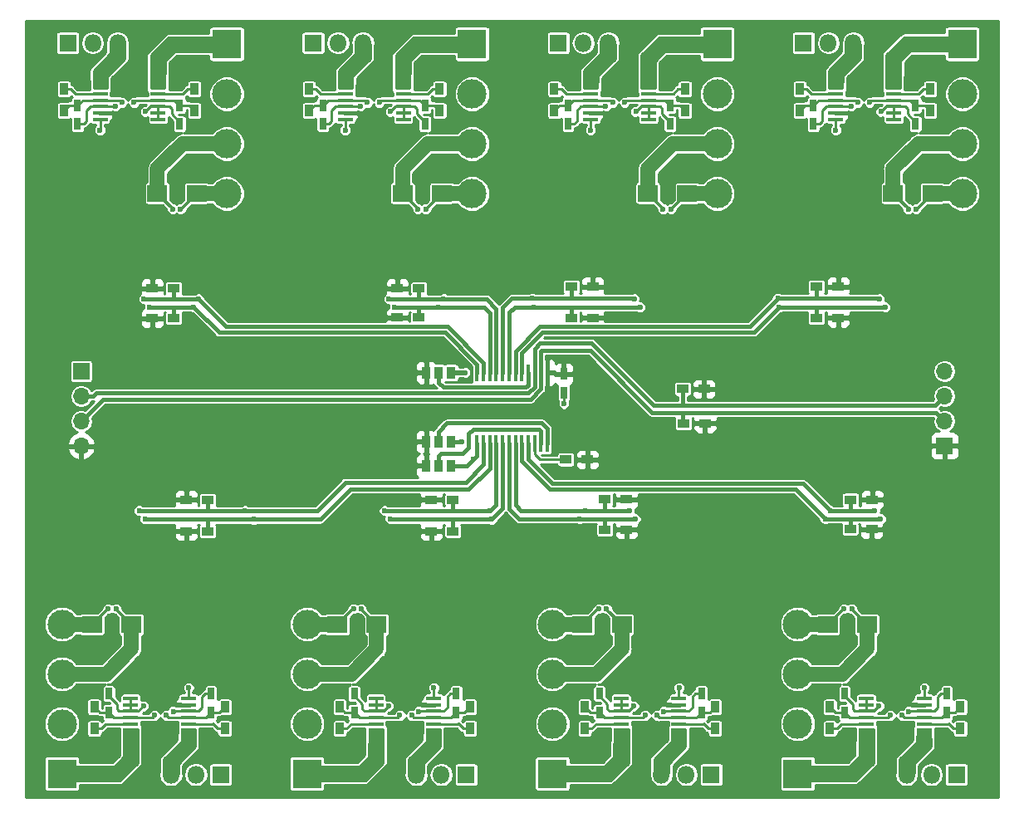
<source format=gbr>
G04 #@! TF.GenerationSoftware,KiCad,Pcbnew,(5.0.0-rc2-dev-206-ge4d512a29)*
G04 #@! TF.CreationDate,2018-03-29T18:07:49+02:00*
G04 #@! TF.ProjectId,Koczon,4B6F637A6F6E2E6B696361645F706362,1*
G04 #@! TF.SameCoordinates,Original*
G04 #@! TF.FileFunction,Copper,L2,Bot,Signal*
G04 #@! TF.FilePolarity,Positive*
%FSLAX46Y46*%
G04 Gerber Fmt 4.6, Leading zero omitted, Abs format (unit mm)*
G04 Created by KiCad (PCBNEW (5.0.0-rc2-dev-206-ge4d512a29)) date 03/29/18 18:07:49*
%MOMM*%
%LPD*%
G01*
G04 APERTURE LIST*
%ADD10C,1.000000*%
%ADD11R,0.970000X1.270000*%
%ADD12C,3.000000*%
%ADD13R,3.000000X3.000000*%
%ADD14R,2.000000X1.700000*%
%ADD15R,1.700000X1.700000*%
%ADD16O,1.700000X1.700000*%
%ADD17R,0.450000X1.750000*%
%ADD18R,0.750000X1.200000*%
%ADD19R,1.200000X0.900000*%
%ADD20O,1.800000X1.800000*%
%ADD21R,1.800000X1.800000*%
%ADD22R,0.900000X1.200000*%
%ADD23R,1.500000X0.450000*%
%ADD24C,0.600000*%
%ADD25C,0.400000*%
%ADD26C,0.500000*%
%ADD27C,0.250000*%
%ADD28C,1.500000*%
%ADD29C,0.300000*%
%ADD30C,0.254000*%
G04 APERTURE END LIST*
D10*
X193378000Y-77752906D03*
X103378000Y-97752906D03*
D11*
X139608000Y-91102906D03*
X140878000Y-91102906D03*
X142148000Y-91102906D03*
X142148000Y-84052906D03*
X140878000Y-84052906D03*
X139608000Y-84052906D03*
X139608000Y-93552906D03*
X140878000Y-93552906D03*
X142148000Y-93552906D03*
D12*
X102478000Y-109712906D03*
D13*
X102478000Y-124952906D03*
D12*
X102478000Y-114792906D03*
X102478000Y-119872906D03*
D14*
X141210142Y-65779812D03*
X137210142Y-65779812D03*
X162210142Y-65779812D03*
X166210142Y-65779812D03*
X116210142Y-65779812D03*
X112210142Y-65779812D03*
X187210142Y-65779812D03*
X191210142Y-65779812D03*
X180548000Y-109726000D03*
X184548000Y-109726000D03*
X109548000Y-109726000D03*
X105548000Y-109726000D03*
X155548000Y-109726000D03*
X159548000Y-109726000D03*
X134548000Y-109726000D03*
X130548000Y-109726000D03*
D15*
X104448000Y-83926000D03*
D16*
X104448000Y-86466000D03*
X104448000Y-89006000D03*
X104448000Y-91546000D03*
D15*
X192448000Y-91526000D03*
D16*
X192448000Y-88986000D03*
X192448000Y-86446000D03*
X192448000Y-83906000D03*
D17*
X151953000Y-84052906D03*
X151303000Y-84052906D03*
X150653000Y-84052906D03*
X150003000Y-84052906D03*
X149353000Y-84052906D03*
X148703000Y-84052906D03*
X148053000Y-84052906D03*
X147403000Y-84052906D03*
X146753000Y-84052906D03*
X146103000Y-84052906D03*
X145453000Y-84052906D03*
X144803000Y-84052906D03*
X144803000Y-91252906D03*
X145453000Y-91252906D03*
X146103000Y-91252906D03*
X146753000Y-91252906D03*
X147403000Y-91252906D03*
X148053000Y-91252906D03*
X148703000Y-91252906D03*
X149353000Y-91252906D03*
X150003000Y-91252906D03*
X150653000Y-91252906D03*
X151303000Y-91252906D03*
X151953000Y-91252906D03*
D18*
X153648000Y-86076000D03*
X153648000Y-84176000D03*
D19*
X165748000Y-85726000D03*
X167948000Y-85726000D03*
X165848000Y-89226000D03*
X168048000Y-89226000D03*
X153848000Y-92926000D03*
X156048000Y-92926000D03*
X142348000Y-100226000D03*
X140148000Y-100226000D03*
D12*
X127478000Y-109712906D03*
D13*
X127478000Y-124952906D03*
D12*
X127478000Y-114792906D03*
X127478000Y-119872906D03*
D20*
X113598000Y-125052906D03*
X116138000Y-125052906D03*
D21*
X118678000Y-125052906D03*
D18*
X117678000Y-116802906D03*
X117678000Y-118702906D03*
X107278000Y-118702906D03*
X107278000Y-116802906D03*
D22*
X119078000Y-120352906D03*
X119078000Y-118152906D03*
D18*
X142678000Y-116802906D03*
X142678000Y-118702906D03*
X132278000Y-118702906D03*
X132278000Y-116802906D03*
X167678000Y-116802906D03*
X167678000Y-118702906D03*
X157278000Y-118702906D03*
X157278000Y-116802906D03*
X192678000Y-116802906D03*
X192678000Y-118702906D03*
X182278000Y-118702906D03*
X182278000Y-116802906D03*
X179080142Y-58702906D03*
X179080142Y-56802906D03*
X189480142Y-56802906D03*
X189480142Y-58702906D03*
X154080142Y-58702906D03*
X154080142Y-56802906D03*
X164480142Y-56802906D03*
X164480142Y-58702906D03*
X129080142Y-58702906D03*
X129080142Y-56802906D03*
X139480142Y-56802906D03*
X139480142Y-58702906D03*
X104080142Y-58702906D03*
X104080142Y-56802906D03*
X114480142Y-56802906D03*
X114480142Y-58702906D03*
D12*
X152478000Y-109712906D03*
D13*
X152478000Y-124952906D03*
D12*
X152478000Y-114792906D03*
X152478000Y-119872906D03*
X177478000Y-109712906D03*
D13*
X177478000Y-124952906D03*
D12*
X177478000Y-114792906D03*
X177478000Y-119872906D03*
X194280142Y-65792906D03*
D13*
X194280142Y-50552906D03*
D12*
X194280142Y-60712906D03*
X194280142Y-55632906D03*
X169280142Y-65792906D03*
D13*
X169280142Y-50552906D03*
D12*
X169280142Y-60712906D03*
X169280142Y-55632906D03*
X144280142Y-65792906D03*
D13*
X144280142Y-50552906D03*
D12*
X144280142Y-60712906D03*
X144280142Y-55632906D03*
X119280142Y-65792906D03*
D13*
X119280142Y-50552906D03*
D12*
X119280142Y-60712906D03*
X119280142Y-55632906D03*
D20*
X138598000Y-125052906D03*
X141138000Y-125052906D03*
D21*
X143678000Y-125052906D03*
D20*
X163598000Y-125052906D03*
X166138000Y-125052906D03*
D21*
X168678000Y-125052906D03*
D20*
X188598000Y-125052906D03*
X191138000Y-125052906D03*
D21*
X193678000Y-125052906D03*
D20*
X183160142Y-50452906D03*
X180620142Y-50452906D03*
D21*
X178080142Y-50452906D03*
D20*
X158160142Y-50452906D03*
X155620142Y-50452906D03*
D21*
X153080142Y-50452906D03*
D20*
X133160142Y-50452906D03*
X130620142Y-50452906D03*
D21*
X128080142Y-50452906D03*
D20*
X108160142Y-50452906D03*
X105620142Y-50452906D03*
D21*
X103080142Y-50452906D03*
D22*
X144078000Y-120352906D03*
X144078000Y-118152906D03*
X130778000Y-118152906D03*
X130778000Y-120352906D03*
X169078000Y-120352906D03*
X169078000Y-118152906D03*
X155778000Y-118152906D03*
X155778000Y-120352906D03*
X194078000Y-120352906D03*
X194078000Y-118152906D03*
X180778000Y-118152906D03*
X180778000Y-120352906D03*
X177680142Y-55152906D03*
X177680142Y-57352906D03*
X190980142Y-57352906D03*
X190980142Y-55152906D03*
X152680142Y-55152906D03*
X152680142Y-57352906D03*
X165980142Y-57352906D03*
X165980142Y-55152906D03*
X127680142Y-55152906D03*
X127680142Y-57352906D03*
X140980142Y-57352906D03*
X140980142Y-55152906D03*
X102680142Y-55152906D03*
X102680142Y-57352906D03*
X115980142Y-57352906D03*
X115980142Y-55152906D03*
D23*
X115378000Y-121827906D03*
X115378000Y-121177906D03*
X115378000Y-120527906D03*
X115378000Y-119877906D03*
X115378000Y-119227906D03*
X115378000Y-118577906D03*
X115378000Y-117927906D03*
X115378000Y-117277906D03*
X109478000Y-117277906D03*
X109478000Y-117927906D03*
X109478000Y-118577906D03*
X109478000Y-119227906D03*
X109478000Y-119877906D03*
X109478000Y-120527906D03*
X109478000Y-121177906D03*
X109478000Y-121827906D03*
X140378000Y-121827906D03*
X140378000Y-121177906D03*
X140378000Y-120527906D03*
X140378000Y-119877906D03*
X140378000Y-119227906D03*
X140378000Y-118577906D03*
X140378000Y-117927906D03*
X140378000Y-117277906D03*
X134478000Y-117277906D03*
X134478000Y-117927906D03*
X134478000Y-118577906D03*
X134478000Y-119227906D03*
X134478000Y-119877906D03*
X134478000Y-120527906D03*
X134478000Y-121177906D03*
X134478000Y-121827906D03*
X165378000Y-121827906D03*
X165378000Y-121177906D03*
X165378000Y-120527906D03*
X165378000Y-119877906D03*
X165378000Y-119227906D03*
X165378000Y-118577906D03*
X165378000Y-117927906D03*
X165378000Y-117277906D03*
X159478000Y-117277906D03*
X159478000Y-117927906D03*
X159478000Y-118577906D03*
X159478000Y-119227906D03*
X159478000Y-119877906D03*
X159478000Y-120527906D03*
X159478000Y-121177906D03*
X159478000Y-121827906D03*
X190378000Y-121827906D03*
X190378000Y-121177906D03*
X190378000Y-120527906D03*
X190378000Y-119877906D03*
X190378000Y-119227906D03*
X190378000Y-118577906D03*
X190378000Y-117927906D03*
X190378000Y-117277906D03*
X184478000Y-117277906D03*
X184478000Y-117927906D03*
X184478000Y-118577906D03*
X184478000Y-119227906D03*
X184478000Y-119877906D03*
X184478000Y-120527906D03*
X184478000Y-121177906D03*
X184478000Y-121827906D03*
X181380142Y-53677906D03*
X181380142Y-54327906D03*
X181380142Y-54977906D03*
X181380142Y-55627906D03*
X181380142Y-56277906D03*
X181380142Y-56927906D03*
X181380142Y-57577906D03*
X181380142Y-58227906D03*
X187280142Y-58227906D03*
X187280142Y-57577906D03*
X187280142Y-56927906D03*
X187280142Y-56277906D03*
X187280142Y-55627906D03*
X187280142Y-54977906D03*
X187280142Y-54327906D03*
X187280142Y-53677906D03*
X156380142Y-53677906D03*
X156380142Y-54327906D03*
X156380142Y-54977906D03*
X156380142Y-55627906D03*
X156380142Y-56277906D03*
X156380142Y-56927906D03*
X156380142Y-57577906D03*
X156380142Y-58227906D03*
X162280142Y-58227906D03*
X162280142Y-57577906D03*
X162280142Y-56927906D03*
X162280142Y-56277906D03*
X162280142Y-55627906D03*
X162280142Y-54977906D03*
X162280142Y-54327906D03*
X162280142Y-53677906D03*
X131380142Y-53677906D03*
X131380142Y-54327906D03*
X131380142Y-54977906D03*
X131380142Y-55627906D03*
X131380142Y-56277906D03*
X131380142Y-56927906D03*
X131380142Y-57577906D03*
X131380142Y-58227906D03*
X137280142Y-58227906D03*
X137280142Y-57577906D03*
X137280142Y-56927906D03*
X137280142Y-56277906D03*
X137280142Y-55627906D03*
X137280142Y-54977906D03*
X137280142Y-54327906D03*
X137280142Y-53677906D03*
X106380142Y-53677906D03*
X106380142Y-54327906D03*
X106380142Y-54977906D03*
X106380142Y-55627906D03*
X106380142Y-56277906D03*
X106380142Y-56927906D03*
X106380142Y-57577906D03*
X106380142Y-58227906D03*
X112280142Y-58227906D03*
X112280142Y-57577906D03*
X112280142Y-56927906D03*
X112280142Y-56277906D03*
X112280142Y-55627906D03*
X112280142Y-54977906D03*
X112280142Y-54327906D03*
X112280142Y-53677906D03*
D22*
X105778000Y-118152906D03*
X105778000Y-120352906D03*
D19*
X117348000Y-100226000D03*
X115148000Y-100226000D03*
X117348000Y-97026000D03*
X115148000Y-97026000D03*
X142348000Y-97026000D03*
X140148000Y-97026000D03*
X157828000Y-96952906D03*
X160028000Y-96952906D03*
X157828000Y-100052906D03*
X160028000Y-100052906D03*
X182878000Y-97002906D03*
X185078000Y-97002906D03*
X182828000Y-100002906D03*
X185028000Y-100002906D03*
X179410142Y-75279812D03*
X181610142Y-75279812D03*
X179410142Y-78479812D03*
X181610142Y-78479812D03*
X154410142Y-75279812D03*
X156610142Y-75279812D03*
X154410142Y-78479812D03*
X156610142Y-78479812D03*
X138878000Y-78452906D03*
X136678000Y-78452906D03*
X138878000Y-75452906D03*
X136678000Y-75452906D03*
X113878000Y-78502906D03*
X111678000Y-78502906D03*
X113878000Y-75452906D03*
X111678000Y-75452906D03*
D24*
X144403000Y-92927906D03*
X143228000Y-91077906D03*
X143553000Y-84052906D03*
X191780142Y-69352906D03*
X166780142Y-69352906D03*
X141780142Y-69352906D03*
X146298000Y-99026000D03*
X155828000Y-98126000D03*
X155278000Y-98976000D03*
X180801094Y-98126000D03*
X185348000Y-98126000D03*
X180301094Y-98976000D03*
X115904906Y-77379812D03*
X116404906Y-76529812D03*
X175460142Y-76479812D03*
X150460142Y-76479812D03*
X140904906Y-77379812D03*
X141404906Y-76529812D03*
X109830142Y-56502906D03*
X108630142Y-56502906D03*
X111780142Y-59752906D03*
X107880142Y-57852906D03*
X107925764Y-56902906D03*
X106360142Y-59329812D03*
X113760142Y-67379812D03*
X114560145Y-67379812D03*
X111410142Y-77379812D03*
X110810142Y-76529812D03*
X109510142Y-65579812D03*
X102010142Y-70352906D03*
X101460142Y-60579812D03*
X116780142Y-69352906D03*
X110980142Y-57452906D03*
X134830142Y-56502906D03*
X133630142Y-56502906D03*
X136780142Y-59752906D03*
X132880142Y-57852906D03*
X132925764Y-56902906D03*
X131360142Y-59329812D03*
X138760142Y-67379812D03*
X139560145Y-67379812D03*
X136410142Y-77379812D03*
X135810142Y-76529812D03*
X134510142Y-65579812D03*
X127010142Y-70352906D03*
X126460142Y-60579812D03*
X135980142Y-57452906D03*
X159830142Y-56502906D03*
X158630142Y-56502906D03*
X161780142Y-59752906D03*
X157880142Y-57852906D03*
X157925764Y-56902906D03*
X156360142Y-59329812D03*
X163760142Y-67379812D03*
X164560145Y-67379812D03*
X150610142Y-77379812D03*
X161410142Y-77379812D03*
X160810142Y-76529812D03*
X159510142Y-65579812D03*
X152010142Y-70352906D03*
X151460142Y-60579812D03*
X160980142Y-57452906D03*
X184830142Y-56502906D03*
X183630142Y-56502906D03*
X186780142Y-59752906D03*
X182880142Y-57852906D03*
X182925764Y-56902906D03*
X181360142Y-59329812D03*
X188760142Y-67379812D03*
X189560145Y-67379812D03*
X175610142Y-77379812D03*
X186410142Y-77379812D03*
X185810142Y-76529812D03*
X184510142Y-65579812D03*
X177010142Y-70352906D03*
X176460142Y-60579812D03*
X185980142Y-57452906D03*
X186928000Y-119002906D03*
X188128000Y-119002906D03*
X184978000Y-115752906D03*
X188878000Y-117652906D03*
X188832378Y-118602906D03*
X190398000Y-116176000D03*
X182998000Y-108126000D03*
X182197997Y-108126000D03*
X185948000Y-98976000D03*
X187248000Y-109926000D03*
X194748000Y-105152906D03*
X195298000Y-114926000D03*
X179978000Y-106152906D03*
X185778000Y-118052906D03*
X161928000Y-119002906D03*
X163128000Y-119002906D03*
X159978000Y-115752906D03*
X163878000Y-117652906D03*
X163832378Y-118602906D03*
X165398000Y-116176000D03*
X157998000Y-108126000D03*
X157197997Y-108126000D03*
X160348000Y-98126000D03*
X160948000Y-98976000D03*
X162248000Y-109926000D03*
X169748000Y-105152906D03*
X170298000Y-114926000D03*
X154978000Y-106152906D03*
X160778000Y-118052906D03*
X136928000Y-119002906D03*
X138128000Y-119002906D03*
X134978000Y-115752906D03*
X138878000Y-117652906D03*
X138832378Y-118602906D03*
X140398000Y-116176000D03*
X132998000Y-108126000D03*
X132197997Y-108126000D03*
X146148000Y-98126000D03*
X135348000Y-98126000D03*
X135948000Y-98976000D03*
X137248000Y-109926000D03*
X144748000Y-105152906D03*
X145298000Y-114926000D03*
X129978000Y-106152906D03*
X135778000Y-118052906D03*
X110778000Y-118052906D03*
X153648000Y-87226000D03*
X104978000Y-106152906D03*
X120298000Y-114926000D03*
X119748000Y-105152906D03*
X112248000Y-109926000D03*
X110948000Y-98976000D03*
X122048000Y-99026000D03*
X110348000Y-98126000D03*
X121148000Y-98126000D03*
X107197997Y-108126000D03*
X107998000Y-108126000D03*
X115398000Y-116176000D03*
X113832378Y-118602906D03*
X113878000Y-117652906D03*
X109978000Y-115752906D03*
X113128000Y-119002906D03*
X111928000Y-119002906D03*
D25*
X144803000Y-92527906D02*
X144403000Y-92927906D01*
X144403000Y-92927906D02*
X143778000Y-93552906D01*
X144803000Y-91252906D02*
X144803000Y-92527906D01*
X143778000Y-93552906D02*
X143033000Y-93552906D01*
X143033000Y-93552906D02*
X142148000Y-93552906D01*
X143203000Y-91102906D02*
X143228000Y-91077906D01*
X142148000Y-91102906D02*
X143203000Y-91102906D01*
D26*
X142148000Y-84052906D02*
X143553000Y-84052906D01*
D25*
X128848000Y-99026000D02*
X131921094Y-95952906D01*
X122048000Y-99026000D02*
X128848000Y-99026000D01*
X131921094Y-95952906D02*
X143928000Y-95952906D01*
X143928000Y-95952906D02*
X146103000Y-93777906D01*
X146103000Y-93777906D02*
X146103000Y-91252906D01*
X145453000Y-93427906D02*
X143628000Y-95252906D01*
X145453000Y-91252906D02*
X145453000Y-93427906D01*
X143628000Y-95252906D02*
X131378000Y-95252906D01*
X131378000Y-95252906D02*
X128504906Y-98126000D01*
X128504906Y-98126000D02*
X121148000Y-98126000D01*
X146298000Y-99026000D02*
X142348000Y-99026000D01*
X147403000Y-91252906D02*
X147403000Y-97907002D01*
X147403000Y-97907002D02*
X146298000Y-99012002D01*
X146298000Y-99012002D02*
X146298000Y-99026000D01*
X146753000Y-91252906D02*
X146753000Y-97521000D01*
X146753000Y-97521000D02*
X146148000Y-98126000D01*
X149251094Y-98126000D02*
X148703000Y-97577906D01*
X155828000Y-98126000D02*
X149251094Y-98126000D01*
X148703000Y-97577906D02*
X148703000Y-91252906D01*
X157828000Y-98126000D02*
X155828000Y-98126000D01*
X160348000Y-98126000D02*
X157828000Y-98126000D01*
X157828000Y-96952906D02*
X157828000Y-98126000D01*
X148053000Y-97927906D02*
X149101094Y-98976000D01*
X148053000Y-91252906D02*
X148053000Y-97927906D01*
X149101094Y-98976000D02*
X155278000Y-98976000D01*
X155278000Y-98976000D02*
X157828000Y-98976000D01*
X157828000Y-98976000D02*
X160523736Y-98976000D01*
X157828000Y-98976000D02*
X157828000Y-100052906D01*
X160523736Y-98976000D02*
X160948000Y-98976000D01*
X150003000Y-92877906D02*
X152478000Y-95352906D01*
X150003000Y-91252906D02*
X150003000Y-92877906D01*
X152478000Y-95352906D02*
X178028000Y-95352906D01*
X178028000Y-95352906D02*
X180801094Y-98126000D01*
X182878000Y-98126000D02*
X180801094Y-98126000D01*
X185348000Y-98126000D02*
X182878000Y-98126000D01*
X182878000Y-97002906D02*
X182878000Y-98126000D01*
X149353000Y-93076449D02*
X152229457Y-95952906D01*
X149353000Y-91252906D02*
X149353000Y-93076449D01*
X152229457Y-95952906D02*
X177278000Y-95952906D01*
X177278000Y-95952906D02*
X180001095Y-98676001D01*
X180001095Y-98676001D02*
X180301094Y-98976000D01*
X180301094Y-98976000D02*
X182878000Y-98976000D01*
X182878000Y-98976000D02*
X185523736Y-98976000D01*
X182878000Y-98976000D02*
X182828000Y-99026000D01*
X182828000Y-99026000D02*
X182828000Y-100002906D01*
X185523736Y-98976000D02*
X185948000Y-98976000D01*
X144803000Y-83227906D02*
X141528000Y-79952906D01*
X144803000Y-84052906D02*
X144803000Y-83227906D01*
X141528000Y-79952906D02*
X118478000Y-79952906D01*
X118478000Y-79952906D02*
X115904906Y-77379812D01*
X113928000Y-77379812D02*
X115904906Y-77379812D01*
X111410142Y-77379812D02*
X113928000Y-77379812D01*
X113878000Y-78502906D02*
X113878000Y-77429812D01*
X113878000Y-77429812D02*
X113928000Y-77379812D01*
X145453000Y-83029364D02*
X141776542Y-79352906D01*
X145453000Y-84052906D02*
X145453000Y-83029364D01*
X141776542Y-79352906D02*
X119228000Y-79352906D01*
X119228000Y-79352906D02*
X116404906Y-76529812D01*
X113878000Y-76529812D02*
X110810142Y-76529812D01*
X116404906Y-76529812D02*
X113878000Y-76529812D01*
X113878000Y-75452906D02*
X113878000Y-76529812D01*
X148703000Y-81873916D02*
X151224020Y-79352895D01*
X172587059Y-79352895D02*
X175160143Y-76779811D01*
X175160143Y-76779811D02*
X175460142Y-76479812D01*
X151224020Y-79352895D02*
X172587059Y-79352895D01*
X148703000Y-84052906D02*
X148703000Y-81873916D01*
X179410142Y-76479812D02*
X175460142Y-76479812D01*
X149353000Y-84052906D02*
X149353000Y-82072458D01*
X173037048Y-79952906D02*
X175610142Y-77379812D01*
X149353000Y-82072458D02*
X151472552Y-79952906D01*
X151472552Y-79952906D02*
X173037048Y-79952906D01*
X147403000Y-77427906D02*
X148351094Y-76479812D01*
X147403000Y-84052906D02*
X147403000Y-77427906D01*
X148351094Y-76479812D02*
X150460142Y-76479812D01*
X154410142Y-76479812D02*
X150460142Y-76479812D01*
X148651094Y-77379812D02*
X148102990Y-77927916D01*
X150610142Y-77379812D02*
X148651094Y-77379812D01*
X148102990Y-77927916D02*
X148102990Y-82927916D01*
X148102990Y-82927916D02*
X148053000Y-82977906D01*
X148053000Y-82977906D02*
X148053000Y-84052906D01*
X146103000Y-77977906D02*
X145504906Y-77379812D01*
X146103000Y-84052906D02*
X146103000Y-77977906D01*
X145504906Y-77379812D02*
X140904906Y-77379812D01*
X138878000Y-77379812D02*
X136834406Y-77379812D01*
X140904906Y-77379812D02*
X138878000Y-77379812D01*
X138878000Y-78452906D02*
X138878000Y-77379812D01*
X136834406Y-77379812D02*
X136410142Y-77379812D01*
X146753000Y-77527906D02*
X145754906Y-76529812D01*
X146753000Y-84052906D02*
X146753000Y-77527906D01*
X145754906Y-76529812D02*
X141404906Y-76529812D01*
X138878000Y-76529812D02*
X136234406Y-76529812D01*
X141404906Y-76529812D02*
X138878000Y-76529812D01*
X138878000Y-75452906D02*
X138878000Y-76529812D01*
X136234406Y-76529812D02*
X135810142Y-76529812D01*
D27*
X113280142Y-55627906D02*
X112280142Y-55627906D01*
X114805142Y-55627906D02*
X113280142Y-55627906D01*
X115280142Y-55152906D02*
X114805142Y-55627906D01*
X115980142Y-55152906D02*
X115280142Y-55152906D01*
X103380142Y-55152906D02*
X103880142Y-55652906D01*
X102680142Y-55152906D02*
X103380142Y-55152906D01*
X103905142Y-55627906D02*
X106380142Y-55627906D01*
X103880142Y-55652906D02*
X103905142Y-55627906D01*
X108005142Y-50607906D02*
X108160142Y-50452906D01*
X109830142Y-56502906D02*
X110055142Y-56277906D01*
X110055142Y-56277906D02*
X112280142Y-56277906D01*
X113955142Y-56277906D02*
X114480142Y-56802906D01*
X112280142Y-56277906D02*
X113955142Y-56277906D01*
X115430142Y-56802906D02*
X115980142Y-57352906D01*
X114480142Y-56802906D02*
X115430142Y-56802906D01*
X108630142Y-56502906D02*
X108405142Y-56277906D01*
X108405142Y-56277906D02*
X106380142Y-56277906D01*
X104605142Y-56277906D02*
X104080142Y-56802906D01*
X106380142Y-56277906D02*
X104605142Y-56277906D01*
X103230142Y-56802906D02*
X102680142Y-57352906D01*
X104080142Y-56802906D02*
X103230142Y-56802906D01*
X107605142Y-57577906D02*
X106380142Y-57577906D01*
X107880142Y-57852906D02*
X107605142Y-57577906D01*
X104705142Y-58702906D02*
X104080142Y-58702906D01*
X104980142Y-58427906D02*
X104705142Y-58702906D01*
X104980142Y-57327906D02*
X104980142Y-58427906D01*
X105380142Y-56927906D02*
X104980142Y-57327906D01*
X106380142Y-56927906D02*
X105380142Y-56927906D01*
X113680142Y-57677906D02*
X114480142Y-58477906D01*
X113680142Y-57152906D02*
X113680142Y-57677906D01*
X112280142Y-56927906D02*
X113455142Y-56927906D01*
X113455142Y-56927906D02*
X113680142Y-57152906D01*
X114480142Y-58477906D02*
X114480142Y-58702906D01*
X107900764Y-56927906D02*
X107925764Y-56902906D01*
X107301702Y-56927906D02*
X107900764Y-56927906D01*
X106380142Y-56927906D02*
X107301702Y-56927906D01*
X112280142Y-56927906D02*
X112280142Y-57577906D01*
X112280142Y-57577906D02*
X112280142Y-58227906D01*
X106380142Y-59309812D02*
X106360142Y-59329812D01*
X106380142Y-58227906D02*
X106380142Y-59309812D01*
D28*
X106380142Y-53509812D02*
X106380142Y-54327906D01*
X108160142Y-50452906D02*
X108160142Y-51725698D01*
X106380142Y-53677906D02*
X106380142Y-53505698D01*
X106380142Y-53505698D02*
X108160142Y-51725698D01*
X112280142Y-52602906D02*
X112280142Y-54327906D01*
X112280142Y-51952906D02*
X112280142Y-52602906D01*
X113680142Y-50552906D02*
X112280142Y-51952906D01*
X119280142Y-50552906D02*
X113680142Y-50552906D01*
X119280142Y-60712906D02*
X114777048Y-60712906D01*
X112210142Y-63279812D02*
X112210142Y-65779812D01*
X114777048Y-60712906D02*
X112210142Y-63279812D01*
D29*
X113760142Y-67329812D02*
X112210142Y-65779812D01*
X113760142Y-67379812D02*
X113760142Y-67329812D01*
D28*
X119267048Y-65779812D02*
X119280142Y-65792906D01*
X116210142Y-65779812D02*
X119267048Y-65779812D01*
D29*
X114610142Y-67379812D02*
X116210142Y-65779812D01*
X114560145Y-67379812D02*
X114610142Y-67379812D01*
D27*
X112280142Y-56927906D02*
X111505142Y-56927906D01*
X111505142Y-56927906D02*
X110980142Y-57452906D01*
X138280142Y-55627906D02*
X137280142Y-55627906D01*
X139805142Y-55627906D02*
X138280142Y-55627906D01*
X140280142Y-55152906D02*
X139805142Y-55627906D01*
X140980142Y-55152906D02*
X140280142Y-55152906D01*
X128380142Y-55152906D02*
X128880142Y-55652906D01*
X127680142Y-55152906D02*
X128380142Y-55152906D01*
X128905142Y-55627906D02*
X131380142Y-55627906D01*
X128880142Y-55652906D02*
X128905142Y-55627906D01*
X133005142Y-50607906D02*
X133160142Y-50452906D01*
X134830142Y-56502906D02*
X135055142Y-56277906D01*
X135055142Y-56277906D02*
X137280142Y-56277906D01*
X138955142Y-56277906D02*
X139480142Y-56802906D01*
X137280142Y-56277906D02*
X138955142Y-56277906D01*
X140430142Y-56802906D02*
X140980142Y-57352906D01*
X139480142Y-56802906D02*
X140430142Y-56802906D01*
X133630142Y-56502906D02*
X133405142Y-56277906D01*
X133405142Y-56277906D02*
X131380142Y-56277906D01*
X129605142Y-56277906D02*
X129080142Y-56802906D01*
X131380142Y-56277906D02*
X129605142Y-56277906D01*
X128230142Y-56802906D02*
X127680142Y-57352906D01*
X129080142Y-56802906D02*
X128230142Y-56802906D01*
X132605142Y-57577906D02*
X131380142Y-57577906D01*
X132880142Y-57852906D02*
X132605142Y-57577906D01*
X129705142Y-58702906D02*
X129080142Y-58702906D01*
X129980142Y-58427906D02*
X129705142Y-58702906D01*
X129980142Y-57327906D02*
X129980142Y-58427906D01*
X130380142Y-56927906D02*
X129980142Y-57327906D01*
X131380142Y-56927906D02*
X130380142Y-56927906D01*
X138680142Y-57677906D02*
X139480142Y-58477906D01*
X138680142Y-57152906D02*
X138680142Y-57677906D01*
X137280142Y-56927906D02*
X138455142Y-56927906D01*
X138455142Y-56927906D02*
X138680142Y-57152906D01*
X139480142Y-58477906D02*
X139480142Y-58702906D01*
X132900764Y-56927906D02*
X132925764Y-56902906D01*
X132301702Y-56927906D02*
X132900764Y-56927906D01*
X131380142Y-56927906D02*
X132301702Y-56927906D01*
X137280142Y-56927906D02*
X137280142Y-57577906D01*
X137280142Y-57577906D02*
X137280142Y-58227906D01*
X131380142Y-59309812D02*
X131360142Y-59329812D01*
X131380142Y-58227906D02*
X131380142Y-59309812D01*
D28*
X131380142Y-53509812D02*
X131380142Y-54327906D01*
X133160142Y-50452906D02*
X133160142Y-51725698D01*
X131380142Y-53677906D02*
X131380142Y-53505698D01*
X131380142Y-53505698D02*
X133160142Y-51725698D01*
X137280142Y-52602906D02*
X137280142Y-54327906D01*
X137280142Y-51952906D02*
X137280142Y-52602906D01*
X138680142Y-50552906D02*
X137280142Y-51952906D01*
X144280142Y-50552906D02*
X138680142Y-50552906D01*
X144280142Y-60712906D02*
X139777048Y-60712906D01*
X137210142Y-63279812D02*
X137210142Y-65779812D01*
X139777048Y-60712906D02*
X137210142Y-63279812D01*
D29*
X138760142Y-67329812D02*
X137210142Y-65779812D01*
X138760142Y-67379812D02*
X138760142Y-67329812D01*
D28*
X144267048Y-65779812D02*
X144280142Y-65792906D01*
X141210142Y-65779812D02*
X144267048Y-65779812D01*
D29*
X139610142Y-67379812D02*
X141210142Y-65779812D01*
X139560145Y-67379812D02*
X139610142Y-67379812D01*
D27*
X137280142Y-56927906D02*
X136505142Y-56927906D01*
X136505142Y-56927906D02*
X135980142Y-57452906D01*
X163280142Y-55627906D02*
X162280142Y-55627906D01*
X164805142Y-55627906D02*
X163280142Y-55627906D01*
X165280142Y-55152906D02*
X164805142Y-55627906D01*
X165980142Y-55152906D02*
X165280142Y-55152906D01*
X153380142Y-55152906D02*
X153880142Y-55652906D01*
X152680142Y-55152906D02*
X153380142Y-55152906D01*
X153905142Y-55627906D02*
X156380142Y-55627906D01*
X153880142Y-55652906D02*
X153905142Y-55627906D01*
X158005142Y-50607906D02*
X158160142Y-50452906D01*
X159830142Y-56502906D02*
X160055142Y-56277906D01*
X160055142Y-56277906D02*
X162280142Y-56277906D01*
X163955142Y-56277906D02*
X164480142Y-56802906D01*
X162280142Y-56277906D02*
X163955142Y-56277906D01*
X165430142Y-56802906D02*
X165980142Y-57352906D01*
X164480142Y-56802906D02*
X165430142Y-56802906D01*
X158630142Y-56502906D02*
X158405142Y-56277906D01*
X158405142Y-56277906D02*
X156380142Y-56277906D01*
X154605142Y-56277906D02*
X154080142Y-56802906D01*
X156380142Y-56277906D02*
X154605142Y-56277906D01*
X153230142Y-56802906D02*
X152680142Y-57352906D01*
X154080142Y-56802906D02*
X153230142Y-56802906D01*
X157605142Y-57577906D02*
X156380142Y-57577906D01*
X157880142Y-57852906D02*
X157605142Y-57577906D01*
X154705142Y-58702906D02*
X154080142Y-58702906D01*
X154980142Y-58427906D02*
X154705142Y-58702906D01*
X154980142Y-57327906D02*
X154980142Y-58427906D01*
X155380142Y-56927906D02*
X154980142Y-57327906D01*
X156380142Y-56927906D02*
X155380142Y-56927906D01*
X163680142Y-57677906D02*
X164480142Y-58477906D01*
X163680142Y-57152906D02*
X163680142Y-57677906D01*
X162280142Y-56927906D02*
X163455142Y-56927906D01*
X163455142Y-56927906D02*
X163680142Y-57152906D01*
X164480142Y-58477906D02*
X164480142Y-58702906D01*
X157900764Y-56927906D02*
X157925764Y-56902906D01*
X157301702Y-56927906D02*
X157900764Y-56927906D01*
X156380142Y-56927906D02*
X157301702Y-56927906D01*
X162280142Y-56927906D02*
X162280142Y-57577906D01*
X162280142Y-57577906D02*
X162280142Y-58227906D01*
X156380142Y-59309812D02*
X156360142Y-59329812D01*
X156380142Y-58227906D02*
X156380142Y-59309812D01*
D28*
X156380142Y-53509812D02*
X156380142Y-54327906D01*
X158160142Y-50452906D02*
X158160142Y-51725698D01*
X156380142Y-53677906D02*
X156380142Y-53505698D01*
X156380142Y-53505698D02*
X158160142Y-51725698D01*
X162280142Y-52602906D02*
X162280142Y-54327906D01*
X162280142Y-51952906D02*
X162280142Y-52602906D01*
X163680142Y-50552906D02*
X162280142Y-51952906D01*
X169280142Y-50552906D02*
X163680142Y-50552906D01*
X169280142Y-60712906D02*
X164777048Y-60712906D01*
X162210142Y-63279812D02*
X162210142Y-65779812D01*
X164777048Y-60712906D02*
X162210142Y-63279812D01*
D29*
X163760142Y-67329812D02*
X162210142Y-65779812D01*
X163760142Y-67379812D02*
X163760142Y-67329812D01*
D28*
X169267048Y-65779812D02*
X169280142Y-65792906D01*
X166210142Y-65779812D02*
X169267048Y-65779812D01*
D29*
X164610142Y-67379812D02*
X166210142Y-65779812D01*
X164560145Y-67379812D02*
X164610142Y-67379812D01*
D25*
X154410142Y-77629812D02*
X154410142Y-77379812D01*
X154410142Y-78479812D02*
X154410142Y-77629812D01*
X150610142Y-77379812D02*
X154410142Y-77379812D01*
X154410142Y-77379812D02*
X161410142Y-77379812D01*
X154410142Y-75279812D02*
X154410142Y-76479812D01*
X154410142Y-76479812D02*
X160760142Y-76479812D01*
X160760142Y-76479812D02*
X160810142Y-76529812D01*
D27*
X162280142Y-56927906D02*
X161505142Y-56927906D01*
X161505142Y-56927906D02*
X160980142Y-57452906D01*
X188280142Y-55627906D02*
X187280142Y-55627906D01*
X189805142Y-55627906D02*
X188280142Y-55627906D01*
X190280142Y-55152906D02*
X189805142Y-55627906D01*
X190980142Y-55152906D02*
X190280142Y-55152906D01*
X178380142Y-55152906D02*
X178880142Y-55652906D01*
X177680142Y-55152906D02*
X178380142Y-55152906D01*
X178905142Y-55627906D02*
X181380142Y-55627906D01*
X178880142Y-55652906D02*
X178905142Y-55627906D01*
X183005142Y-50607906D02*
X183160142Y-50452906D01*
X184830142Y-56502906D02*
X185055142Y-56277906D01*
X185055142Y-56277906D02*
X187280142Y-56277906D01*
X188955142Y-56277906D02*
X189480142Y-56802906D01*
X187280142Y-56277906D02*
X188955142Y-56277906D01*
X190430142Y-56802906D02*
X190980142Y-57352906D01*
X189480142Y-56802906D02*
X190430142Y-56802906D01*
X183630142Y-56502906D02*
X183405142Y-56277906D01*
X183405142Y-56277906D02*
X181380142Y-56277906D01*
X179605142Y-56277906D02*
X179080142Y-56802906D01*
X181380142Y-56277906D02*
X179605142Y-56277906D01*
X178230142Y-56802906D02*
X177680142Y-57352906D01*
X179080142Y-56802906D02*
X178230142Y-56802906D01*
X182605142Y-57577906D02*
X181380142Y-57577906D01*
X182880142Y-57852906D02*
X182605142Y-57577906D01*
X179705142Y-58702906D02*
X179080142Y-58702906D01*
X179980142Y-58427906D02*
X179705142Y-58702906D01*
X179980142Y-57327906D02*
X179980142Y-58427906D01*
X180380142Y-56927906D02*
X179980142Y-57327906D01*
X181380142Y-56927906D02*
X180380142Y-56927906D01*
X188680142Y-57677906D02*
X189480142Y-58477906D01*
X188680142Y-57152906D02*
X188680142Y-57677906D01*
X187280142Y-56927906D02*
X188455142Y-56927906D01*
X188455142Y-56927906D02*
X188680142Y-57152906D01*
X189480142Y-58477906D02*
X189480142Y-58702906D01*
X182900764Y-56927906D02*
X182925764Y-56902906D01*
X182301702Y-56927906D02*
X182900764Y-56927906D01*
X181380142Y-56927906D02*
X182301702Y-56927906D01*
X187280142Y-56927906D02*
X187280142Y-57577906D01*
X187280142Y-57577906D02*
X187280142Y-58227906D01*
X181380142Y-59309812D02*
X181360142Y-59329812D01*
X181380142Y-58227906D02*
X181380142Y-59309812D01*
D28*
X181380142Y-53509812D02*
X181380142Y-54327906D01*
X183160142Y-50452906D02*
X183160142Y-51725698D01*
X181380142Y-53677906D02*
X181380142Y-53505698D01*
X181380142Y-53505698D02*
X183160142Y-51725698D01*
X187280142Y-52602906D02*
X187280142Y-54327906D01*
X187280142Y-51952906D02*
X187280142Y-52602906D01*
X188680142Y-50552906D02*
X187280142Y-51952906D01*
X194280142Y-50552906D02*
X188680142Y-50552906D01*
X194280142Y-60712906D02*
X189777048Y-60712906D01*
X187210142Y-63279812D02*
X187210142Y-65779812D01*
X189777048Y-60712906D02*
X187210142Y-63279812D01*
D29*
X188760142Y-67329812D02*
X187210142Y-65779812D01*
X188760142Y-67379812D02*
X188760142Y-67329812D01*
D28*
X194267048Y-65779812D02*
X194280142Y-65792906D01*
X191210142Y-65779812D02*
X194267048Y-65779812D01*
D29*
X189610142Y-67379812D02*
X191210142Y-65779812D01*
X189560145Y-67379812D02*
X189610142Y-67379812D01*
D25*
X179410142Y-77629812D02*
X179410142Y-77379812D01*
X179410142Y-78479812D02*
X179410142Y-77629812D01*
X175610142Y-77379812D02*
X179410142Y-77379812D01*
X179410142Y-77379812D02*
X186410142Y-77379812D01*
X179410142Y-75279812D02*
X179410142Y-76479812D01*
X179410142Y-76479812D02*
X185760142Y-76479812D01*
X185760142Y-76479812D02*
X185810142Y-76529812D01*
D27*
X187280142Y-56927906D02*
X186505142Y-56927906D01*
X186505142Y-56927906D02*
X185980142Y-57452906D01*
X183478000Y-119877906D02*
X184478000Y-119877906D01*
X181953000Y-119877906D02*
X183478000Y-119877906D01*
X181478000Y-120352906D02*
X181953000Y-119877906D01*
X180778000Y-120352906D02*
X181478000Y-120352906D01*
X193378000Y-120352906D02*
X192878000Y-119852906D01*
X194078000Y-120352906D02*
X193378000Y-120352906D01*
X192853000Y-119877906D02*
X190378000Y-119877906D01*
X192878000Y-119852906D02*
X192853000Y-119877906D01*
X188753000Y-124897906D02*
X188598000Y-125052906D01*
X186928000Y-119002906D02*
X186703000Y-119227906D01*
X186703000Y-119227906D02*
X184478000Y-119227906D01*
X182803000Y-119227906D02*
X182278000Y-118702906D01*
X184478000Y-119227906D02*
X182803000Y-119227906D01*
X181328000Y-118702906D02*
X180778000Y-118152906D01*
X182278000Y-118702906D02*
X181328000Y-118702906D01*
X188128000Y-119002906D02*
X188353000Y-119227906D01*
X188353000Y-119227906D02*
X190378000Y-119227906D01*
X192153000Y-119227906D02*
X192678000Y-118702906D01*
X190378000Y-119227906D02*
X192153000Y-119227906D01*
X193528000Y-118702906D02*
X194078000Y-118152906D01*
X192678000Y-118702906D02*
X193528000Y-118702906D01*
X189153000Y-117927906D02*
X190378000Y-117927906D01*
X188878000Y-117652906D02*
X189153000Y-117927906D01*
X192053000Y-116802906D02*
X192678000Y-116802906D01*
X191778000Y-117077906D02*
X192053000Y-116802906D01*
X191778000Y-118177906D02*
X191778000Y-117077906D01*
X191378000Y-118577906D02*
X191778000Y-118177906D01*
X190378000Y-118577906D02*
X191378000Y-118577906D01*
X183078000Y-117827906D02*
X182278000Y-117027906D01*
X182278000Y-117027906D02*
X182278000Y-116802906D01*
X183303000Y-118577906D02*
X183078000Y-118352906D01*
X184478000Y-118577906D02*
X183303000Y-118577906D01*
X183078000Y-118352906D02*
X183078000Y-117827906D01*
X188857378Y-118577906D02*
X188832378Y-118602906D01*
X190378000Y-118577906D02*
X189456440Y-118577906D01*
X189456440Y-118577906D02*
X188857378Y-118577906D01*
X184478000Y-118577906D02*
X184478000Y-117927906D01*
X184478000Y-117927906D02*
X184478000Y-117277906D01*
X190378000Y-117277906D02*
X190378000Y-116196000D01*
X190378000Y-116196000D02*
X190398000Y-116176000D01*
D28*
X190378000Y-121996000D02*
X190378000Y-121177906D01*
X188598000Y-125052906D02*
X188598000Y-123780114D01*
X190378000Y-122000114D02*
X188598000Y-123780114D01*
X190378000Y-121827906D02*
X190378000Y-122000114D01*
X184478000Y-122902906D02*
X184478000Y-121177906D01*
X184478000Y-123552906D02*
X184478000Y-122902906D01*
X183078000Y-124952906D02*
X184478000Y-123552906D01*
X177478000Y-124952906D02*
X183078000Y-124952906D01*
X177478000Y-114792906D02*
X181981094Y-114792906D01*
X184548000Y-112226000D02*
X184548000Y-109726000D01*
X181981094Y-114792906D02*
X184548000Y-112226000D01*
D29*
X182998000Y-108176000D02*
X184548000Y-109726000D01*
X182998000Y-108126000D02*
X182998000Y-108176000D01*
D28*
X177491094Y-109726000D02*
X177478000Y-109712906D01*
X180548000Y-109726000D02*
X177491094Y-109726000D01*
D29*
X182148000Y-108126000D02*
X180548000Y-109726000D01*
X182197997Y-108126000D02*
X182148000Y-108126000D01*
D27*
X184478000Y-118577906D02*
X185253000Y-118577906D01*
X185253000Y-118577906D02*
X185778000Y-118052906D01*
X158478000Y-119877906D02*
X159478000Y-119877906D01*
X156953000Y-119877906D02*
X158478000Y-119877906D01*
X156478000Y-120352906D02*
X156953000Y-119877906D01*
X155778000Y-120352906D02*
X156478000Y-120352906D01*
X168378000Y-120352906D02*
X167878000Y-119852906D01*
X169078000Y-120352906D02*
X168378000Y-120352906D01*
X167853000Y-119877906D02*
X165378000Y-119877906D01*
X167878000Y-119852906D02*
X167853000Y-119877906D01*
X163753000Y-124897906D02*
X163598000Y-125052906D01*
X161928000Y-119002906D02*
X161703000Y-119227906D01*
X161703000Y-119227906D02*
X159478000Y-119227906D01*
X157803000Y-119227906D02*
X157278000Y-118702906D01*
X159478000Y-119227906D02*
X157803000Y-119227906D01*
X156328000Y-118702906D02*
X155778000Y-118152906D01*
X157278000Y-118702906D02*
X156328000Y-118702906D01*
X163128000Y-119002906D02*
X163353000Y-119227906D01*
X163353000Y-119227906D02*
X165378000Y-119227906D01*
X167153000Y-119227906D02*
X167678000Y-118702906D01*
X165378000Y-119227906D02*
X167153000Y-119227906D01*
X168528000Y-118702906D02*
X169078000Y-118152906D01*
X167678000Y-118702906D02*
X168528000Y-118702906D01*
X164153000Y-117927906D02*
X165378000Y-117927906D01*
X163878000Y-117652906D02*
X164153000Y-117927906D01*
X167053000Y-116802906D02*
X167678000Y-116802906D01*
X166778000Y-117077906D02*
X167053000Y-116802906D01*
X166778000Y-118177906D02*
X166778000Y-117077906D01*
X166378000Y-118577906D02*
X166778000Y-118177906D01*
X165378000Y-118577906D02*
X166378000Y-118577906D01*
X158078000Y-117827906D02*
X157278000Y-117027906D01*
X157278000Y-117027906D02*
X157278000Y-116802906D01*
X158303000Y-118577906D02*
X158078000Y-118352906D01*
X159478000Y-118577906D02*
X158303000Y-118577906D01*
X158078000Y-118352906D02*
X158078000Y-117827906D01*
X163857378Y-118577906D02*
X163832378Y-118602906D01*
X165378000Y-118577906D02*
X164456440Y-118577906D01*
X164456440Y-118577906D02*
X163857378Y-118577906D01*
X159478000Y-118577906D02*
X159478000Y-117927906D01*
X159478000Y-117927906D02*
X159478000Y-117277906D01*
X165378000Y-117277906D02*
X165378000Y-116196000D01*
X165378000Y-116196000D02*
X165398000Y-116176000D01*
D28*
X165378000Y-121996000D02*
X165378000Y-121177906D01*
X163598000Y-125052906D02*
X163598000Y-123780114D01*
X165378000Y-122000114D02*
X163598000Y-123780114D01*
X165378000Y-121827906D02*
X165378000Y-122000114D01*
X159478000Y-122902906D02*
X159478000Y-121177906D01*
X159478000Y-123552906D02*
X159478000Y-122902906D01*
X158078000Y-124952906D02*
X159478000Y-123552906D01*
X152478000Y-124952906D02*
X158078000Y-124952906D01*
X152478000Y-114792906D02*
X156981094Y-114792906D01*
X159548000Y-112226000D02*
X159548000Y-109726000D01*
X156981094Y-114792906D02*
X159548000Y-112226000D01*
D29*
X157998000Y-108176000D02*
X159548000Y-109726000D01*
X157998000Y-108126000D02*
X157998000Y-108176000D01*
D28*
X152491094Y-109726000D02*
X152478000Y-109712906D01*
X155548000Y-109726000D02*
X152491094Y-109726000D01*
D29*
X157148000Y-108126000D02*
X155548000Y-109726000D01*
X157197997Y-108126000D02*
X157148000Y-108126000D01*
D27*
X159478000Y-118577906D02*
X160253000Y-118577906D01*
X160253000Y-118577906D02*
X160778000Y-118052906D01*
X133478000Y-119877906D02*
X134478000Y-119877906D01*
X131953000Y-119877906D02*
X133478000Y-119877906D01*
X131478000Y-120352906D02*
X131953000Y-119877906D01*
X130778000Y-120352906D02*
X131478000Y-120352906D01*
X143378000Y-120352906D02*
X142878000Y-119852906D01*
X144078000Y-120352906D02*
X143378000Y-120352906D01*
X142853000Y-119877906D02*
X140378000Y-119877906D01*
X142878000Y-119852906D02*
X142853000Y-119877906D01*
X138753000Y-124897906D02*
X138598000Y-125052906D01*
X136928000Y-119002906D02*
X136703000Y-119227906D01*
X136703000Y-119227906D02*
X134478000Y-119227906D01*
X132803000Y-119227906D02*
X132278000Y-118702906D01*
X134478000Y-119227906D02*
X132803000Y-119227906D01*
X131328000Y-118702906D02*
X130778000Y-118152906D01*
X132278000Y-118702906D02*
X131328000Y-118702906D01*
X138128000Y-119002906D02*
X138353000Y-119227906D01*
X138353000Y-119227906D02*
X140378000Y-119227906D01*
X142153000Y-119227906D02*
X142678000Y-118702906D01*
X140378000Y-119227906D02*
X142153000Y-119227906D01*
X143528000Y-118702906D02*
X144078000Y-118152906D01*
X142678000Y-118702906D02*
X143528000Y-118702906D01*
X139153000Y-117927906D02*
X140378000Y-117927906D01*
X138878000Y-117652906D02*
X139153000Y-117927906D01*
X142053000Y-116802906D02*
X142678000Y-116802906D01*
X141778000Y-117077906D02*
X142053000Y-116802906D01*
X141778000Y-118177906D02*
X141778000Y-117077906D01*
X141378000Y-118577906D02*
X141778000Y-118177906D01*
X140378000Y-118577906D02*
X141378000Y-118577906D01*
X133078000Y-117827906D02*
X132278000Y-117027906D01*
X132278000Y-117027906D02*
X132278000Y-116802906D01*
X133303000Y-118577906D02*
X133078000Y-118352906D01*
X134478000Y-118577906D02*
X133303000Y-118577906D01*
X133078000Y-118352906D02*
X133078000Y-117827906D01*
X138857378Y-118577906D02*
X138832378Y-118602906D01*
X140378000Y-118577906D02*
X139456440Y-118577906D01*
X139456440Y-118577906D02*
X138857378Y-118577906D01*
X134478000Y-118577906D02*
X134478000Y-117927906D01*
X134478000Y-117927906D02*
X134478000Y-117277906D01*
X140378000Y-117277906D02*
X140378000Y-116196000D01*
X140378000Y-116196000D02*
X140398000Y-116176000D01*
D28*
X140378000Y-121996000D02*
X140378000Y-121177906D01*
X138598000Y-125052906D02*
X138598000Y-123780114D01*
X140378000Y-122000114D02*
X138598000Y-123780114D01*
X140378000Y-121827906D02*
X140378000Y-122000114D01*
X134478000Y-122902906D02*
X134478000Y-121177906D01*
X134478000Y-123552906D02*
X134478000Y-122902906D01*
X133078000Y-124952906D02*
X134478000Y-123552906D01*
X127478000Y-124952906D02*
X133078000Y-124952906D01*
X127478000Y-114792906D02*
X131981094Y-114792906D01*
X134548000Y-112226000D02*
X134548000Y-109726000D01*
X131981094Y-114792906D02*
X134548000Y-112226000D01*
D29*
X132998000Y-108176000D02*
X134548000Y-109726000D01*
X132998000Y-108126000D02*
X132998000Y-108176000D01*
D28*
X127491094Y-109726000D02*
X127478000Y-109712906D01*
X130548000Y-109726000D02*
X127491094Y-109726000D01*
D29*
X132148000Y-108126000D02*
X130548000Y-109726000D01*
X132197997Y-108126000D02*
X132148000Y-108126000D01*
D25*
X142348000Y-97876000D02*
X142348000Y-98126000D01*
X142348000Y-97026000D02*
X142348000Y-97876000D01*
X146148000Y-98126000D02*
X142348000Y-98126000D01*
X142348000Y-98126000D02*
X135348000Y-98126000D01*
X142348000Y-100226000D02*
X142348000Y-99026000D01*
X142348000Y-99026000D02*
X135998000Y-99026000D01*
X135998000Y-99026000D02*
X135948000Y-98976000D01*
D27*
X134478000Y-118577906D02*
X135253000Y-118577906D01*
X135253000Y-118577906D02*
X135778000Y-118052906D01*
X110253000Y-118577906D02*
X110778000Y-118052906D01*
X109478000Y-118577906D02*
X110253000Y-118577906D01*
X153648000Y-86076000D02*
X153648000Y-87226000D01*
D25*
X110998000Y-99026000D02*
X110948000Y-98976000D01*
X117348000Y-99026000D02*
X110998000Y-99026000D01*
X117348000Y-99026000D02*
X122048000Y-99026000D01*
X117348000Y-100226000D02*
X117348000Y-99026000D01*
X117348000Y-98126000D02*
X110348000Y-98126000D01*
X121148000Y-98126000D02*
X117348000Y-98126000D01*
X117348000Y-97026000D02*
X117348000Y-97876000D01*
X117348000Y-97876000D02*
X117348000Y-98126000D01*
D29*
X107197997Y-108126000D02*
X107148000Y-108126000D01*
X107148000Y-108126000D02*
X105548000Y-109726000D01*
D28*
X105548000Y-109726000D02*
X102491094Y-109726000D01*
X102491094Y-109726000D02*
X102478000Y-109712906D01*
D29*
X107998000Y-108126000D02*
X107998000Y-108176000D01*
X107998000Y-108176000D02*
X109548000Y-109726000D01*
D28*
X106981094Y-114792906D02*
X109548000Y-112226000D01*
X109548000Y-112226000D02*
X109548000Y-109726000D01*
X102478000Y-114792906D02*
X106981094Y-114792906D01*
X102478000Y-124952906D02*
X108078000Y-124952906D01*
X108078000Y-124952906D02*
X109478000Y-123552906D01*
X109478000Y-123552906D02*
X109478000Y-122902906D01*
X109478000Y-122902906D02*
X109478000Y-121177906D01*
X115378000Y-121827906D02*
X115378000Y-122000114D01*
X115378000Y-122000114D02*
X113598000Y-123780114D01*
X113598000Y-125052906D02*
X113598000Y-123780114D01*
X115378000Y-121996000D02*
X115378000Y-121177906D01*
D27*
X115378000Y-116196000D02*
X115398000Y-116176000D01*
X115378000Y-117277906D02*
X115378000Y-116196000D01*
X109478000Y-117927906D02*
X109478000Y-117277906D01*
X109478000Y-118577906D02*
X109478000Y-117927906D01*
X114456440Y-118577906D02*
X113857378Y-118577906D01*
X115378000Y-118577906D02*
X114456440Y-118577906D01*
X113857378Y-118577906D02*
X113832378Y-118602906D01*
X108078000Y-118352906D02*
X108078000Y-117827906D01*
X109478000Y-118577906D02*
X108303000Y-118577906D01*
X108303000Y-118577906D02*
X108078000Y-118352906D01*
X107278000Y-117027906D02*
X107278000Y-116802906D01*
X108078000Y-117827906D02*
X107278000Y-117027906D01*
X115378000Y-118577906D02*
X116378000Y-118577906D01*
X116378000Y-118577906D02*
X116778000Y-118177906D01*
X116778000Y-118177906D02*
X116778000Y-117077906D01*
X116778000Y-117077906D02*
X117053000Y-116802906D01*
X117053000Y-116802906D02*
X117678000Y-116802906D01*
X113878000Y-117652906D02*
X114153000Y-117927906D01*
X114153000Y-117927906D02*
X115378000Y-117927906D01*
X117678000Y-118702906D02*
X118528000Y-118702906D01*
X118528000Y-118702906D02*
X119078000Y-118152906D01*
X115378000Y-119227906D02*
X117153000Y-119227906D01*
X117153000Y-119227906D02*
X117678000Y-118702906D01*
X113353000Y-119227906D02*
X115378000Y-119227906D01*
X113128000Y-119002906D02*
X113353000Y-119227906D01*
X107278000Y-118702906D02*
X106328000Y-118702906D01*
X106328000Y-118702906D02*
X105778000Y-118152906D01*
X109478000Y-119227906D02*
X107803000Y-119227906D01*
X107803000Y-119227906D02*
X107278000Y-118702906D01*
X111703000Y-119227906D02*
X109478000Y-119227906D01*
X111928000Y-119002906D02*
X111703000Y-119227906D01*
X113753000Y-124897906D02*
X113598000Y-125052906D01*
X117878000Y-119852906D02*
X117853000Y-119877906D01*
X117853000Y-119877906D02*
X115378000Y-119877906D01*
X119078000Y-120352906D02*
X118378000Y-120352906D01*
X118378000Y-120352906D02*
X117878000Y-119852906D01*
X105778000Y-120352906D02*
X106478000Y-120352906D01*
X106478000Y-120352906D02*
X106953000Y-119877906D01*
X106953000Y-119877906D02*
X108478000Y-119877906D01*
X108478000Y-119877906D02*
X109478000Y-119877906D01*
D25*
X151953000Y-91252906D02*
X151953000Y-89779364D01*
X151953000Y-89779364D02*
X151376532Y-89202896D01*
X151376532Y-89202896D02*
X141743010Y-89202896D01*
X141743010Y-89202896D02*
X140878000Y-90067906D01*
X140878000Y-90067906D02*
X140878000Y-91102906D01*
X140878000Y-84052906D02*
X140878000Y-85087906D01*
X140878000Y-85087906D02*
X141342978Y-85552884D01*
X150003000Y-85327906D02*
X150003000Y-84052906D01*
X149778022Y-85552884D02*
X150003000Y-85327906D01*
X141342978Y-85552884D02*
X149778022Y-85552884D01*
X143953000Y-90282904D02*
X144432998Y-89802906D01*
X143953000Y-91677906D02*
X143953000Y-90282904D01*
X143328000Y-92302906D02*
X143953000Y-91677906D01*
X141093000Y-92302906D02*
X143328000Y-92302906D01*
X140878000Y-93552906D02*
X140878000Y-92517906D01*
X140878000Y-92517906D02*
X141093000Y-92302906D01*
X151128000Y-89802906D02*
X151303000Y-89977906D01*
X144432998Y-89802906D02*
X151128000Y-89802906D01*
X151303000Y-89977906D02*
X151303000Y-91252906D01*
D27*
X153848000Y-92926000D02*
X151201094Y-92926000D01*
X151201094Y-92926000D02*
X150653000Y-92377906D01*
X150653000Y-92377906D02*
X150653000Y-91252906D01*
D25*
X106701094Y-86752906D02*
X104448000Y-89006000D01*
X151303000Y-84052906D02*
X151303000Y-85724990D01*
X150275084Y-86752906D02*
X106701094Y-86752906D01*
X151303000Y-85724990D02*
X150275084Y-86752906D01*
X151303000Y-81871000D02*
X151371094Y-81802906D01*
X151303000Y-84052906D02*
X151303000Y-81871000D01*
X151371094Y-81802906D02*
X156324906Y-81802906D01*
X156324906Y-81802906D02*
X162648000Y-88126000D01*
X162648000Y-88126000D02*
X165748000Y-88126000D01*
X165748000Y-88126000D02*
X191588000Y-88126000D01*
X191588000Y-88126000D02*
X192448000Y-88986000D01*
X165748000Y-88126000D02*
X165748000Y-89126000D01*
X150653000Y-85526448D02*
X150026553Y-86152895D01*
X150026553Y-86152895D02*
X105963186Y-86152895D01*
X105963186Y-86152895D02*
X105650081Y-86466000D01*
X105650081Y-86466000D02*
X104448000Y-86466000D01*
X150653000Y-84052906D02*
X150653000Y-85526448D01*
X162837962Y-87426000D02*
X156464868Y-81052906D01*
X165748000Y-87426000D02*
X162837962Y-87426000D01*
X156464868Y-81052906D02*
X151221094Y-81052906D01*
X151221094Y-81052906D02*
X150653000Y-81621000D01*
X150653000Y-81621000D02*
X150653000Y-84052906D01*
X191468000Y-87426000D02*
X165748000Y-87426000D01*
X165748000Y-87426000D02*
X165748000Y-85726000D01*
X192448000Y-86446000D02*
X191468000Y-87426000D01*
D30*
G36*
X110221000Y-123872400D02*
X108396384Y-125649000D01*
X102571210Y-125649000D01*
X102528907Y-124253000D01*
X107748000Y-124253000D01*
X107796601Y-124243333D01*
X107837803Y-124215803D01*
X108737803Y-123315803D01*
X108765333Y-123274601D01*
X108774982Y-123228116D01*
X108821512Y-120436312D01*
X110221000Y-120436312D01*
X110221000Y-123872400D01*
X110221000Y-123872400D01*
G37*
X110221000Y-123872400D02*
X108396384Y-125649000D01*
X102571210Y-125649000D01*
X102528907Y-124253000D01*
X107748000Y-124253000D01*
X107796601Y-124243333D01*
X107837803Y-124215803D01*
X108737803Y-123315803D01*
X108765333Y-123274601D01*
X108774982Y-123228116D01*
X108821512Y-120436312D01*
X110221000Y-120436312D01*
X110221000Y-123872400D01*
G36*
X116070489Y-122224996D02*
X114406906Y-123937508D01*
X114379975Y-123979105D01*
X114371000Y-124026000D01*
X114371000Y-124949000D01*
X112875000Y-124949000D01*
X112875000Y-123479656D01*
X114636529Y-121767058D01*
X114664637Y-121726248D01*
X114674972Y-121678677D01*
X114701162Y-120436312D01*
X116052807Y-120436312D01*
X116070489Y-122224996D01*
X116070489Y-122224996D01*
G37*
X116070489Y-122224996D02*
X114406906Y-123937508D01*
X114379975Y-123979105D01*
X114371000Y-124026000D01*
X114371000Y-124949000D01*
X112875000Y-124949000D01*
X112875000Y-123479656D01*
X114636529Y-121767058D01*
X114664637Y-121726248D01*
X114674972Y-121678677D01*
X114701162Y-120436312D01*
X116052807Y-120436312D01*
X116070489Y-122224996D01*
G36*
X197976000Y-127350906D02*
X98780000Y-127350906D01*
X98780000Y-123452906D01*
X100644594Y-123452906D01*
X100644594Y-126452906D01*
X100669973Y-126580495D01*
X100742246Y-126688660D01*
X100850411Y-126760933D01*
X100978000Y-126786312D01*
X103978000Y-126786312D01*
X104105589Y-126760933D01*
X104213754Y-126688660D01*
X104286027Y-126580495D01*
X104311406Y-126452906D01*
X104311406Y-126103000D01*
X108448000Y-126103000D01*
X108569099Y-126079750D01*
X108676121Y-126010286D01*
X110576121Y-124160286D01*
X110650109Y-124051137D01*
X110675000Y-123926000D01*
X110675000Y-120226000D01*
X110650109Y-120100863D01*
X110579224Y-119994776D01*
X110561406Y-119982870D01*
X110561406Y-119679906D01*
X111658482Y-119679906D01*
X111703000Y-119688761D01*
X111747518Y-119679906D01*
X111879362Y-119653681D01*
X111914944Y-119629906D01*
X112052718Y-119629906D01*
X112283167Y-119534451D01*
X112459545Y-119358073D01*
X112528000Y-119192808D01*
X112596455Y-119358073D01*
X112772833Y-119534451D01*
X113003282Y-119629906D01*
X113141056Y-119629906D01*
X113150644Y-119636312D01*
X113176638Y-119653681D01*
X113352999Y-119688761D01*
X113397517Y-119679906D01*
X114294594Y-119679906D01*
X114294594Y-120098546D01*
X114278596Y-120121429D01*
X114251073Y-120246014D01*
X114223900Y-121535027D01*
X112520055Y-123191543D01*
X112445891Y-123300863D01*
X112421000Y-123426000D01*
X112421000Y-124680693D01*
X112346962Y-125052906D01*
X112442192Y-125531658D01*
X112713383Y-125937523D01*
X113119248Y-126208714D01*
X113477153Y-126279906D01*
X113718847Y-126279906D01*
X114076752Y-126208714D01*
X114482617Y-125937523D01*
X114753808Y-125531658D01*
X114849038Y-125052906D01*
X114886962Y-125052906D01*
X114982192Y-125531658D01*
X115253383Y-125937523D01*
X115659248Y-126208714D01*
X116017153Y-126279906D01*
X116258847Y-126279906D01*
X116616752Y-126208714D01*
X117022617Y-125937523D01*
X117293808Y-125531658D01*
X117389038Y-125052906D01*
X117293808Y-124574154D01*
X117022617Y-124168289D01*
X116999595Y-124152906D01*
X117444594Y-124152906D01*
X117444594Y-125952906D01*
X117469973Y-126080495D01*
X117542246Y-126188660D01*
X117650411Y-126260933D01*
X117778000Y-126286312D01*
X119578000Y-126286312D01*
X119705589Y-126260933D01*
X119813754Y-126188660D01*
X119886027Y-126080495D01*
X119911406Y-125952906D01*
X119911406Y-124152906D01*
X119886027Y-124025317D01*
X119813754Y-123917152D01*
X119705589Y-123844879D01*
X119578000Y-123819500D01*
X117778000Y-123819500D01*
X117650411Y-123844879D01*
X117542246Y-123917152D01*
X117469973Y-124025317D01*
X117444594Y-124152906D01*
X116999595Y-124152906D01*
X116616752Y-123897098D01*
X116258847Y-123825906D01*
X116017153Y-123825906D01*
X115659248Y-123897098D01*
X115253383Y-124168289D01*
X114982192Y-124574154D01*
X114886962Y-125052906D01*
X114849038Y-125052906D01*
X114825000Y-124932059D01*
X114825000Y-124158680D01*
X115510608Y-123452906D01*
X125644594Y-123452906D01*
X125644594Y-126452906D01*
X125669973Y-126580495D01*
X125742246Y-126688660D01*
X125850411Y-126760933D01*
X125978000Y-126786312D01*
X128978000Y-126786312D01*
X129105589Y-126760933D01*
X129213754Y-126688660D01*
X129286027Y-126580495D01*
X129311406Y-126452906D01*
X129311406Y-126079906D01*
X133448000Y-126079906D01*
X133569099Y-126056656D01*
X133676121Y-125987192D01*
X135576121Y-124137192D01*
X135650109Y-124028043D01*
X135675000Y-123902906D01*
X135675000Y-120202906D01*
X135650109Y-120077769D01*
X135579224Y-119971682D01*
X135561406Y-119959776D01*
X135561406Y-119679906D01*
X136658482Y-119679906D01*
X136703000Y-119688761D01*
X136747518Y-119679906D01*
X136879362Y-119653681D01*
X136914944Y-119629906D01*
X137052718Y-119629906D01*
X137283167Y-119534451D01*
X137459545Y-119358073D01*
X137528000Y-119192808D01*
X137596455Y-119358073D01*
X137772833Y-119534451D01*
X138003282Y-119629906D01*
X138141056Y-119629906D01*
X138150644Y-119636312D01*
X138176638Y-119653681D01*
X138352999Y-119688761D01*
X138397517Y-119679906D01*
X139294594Y-119679906D01*
X139294594Y-120046844D01*
X139258596Y-120098335D01*
X139231073Y-120222920D01*
X139203900Y-121511933D01*
X137500055Y-123168449D01*
X137425891Y-123277769D01*
X137401000Y-123402906D01*
X137401000Y-124781240D01*
X137346962Y-125052906D01*
X137442192Y-125531658D01*
X137713383Y-125937523D01*
X138119248Y-126208714D01*
X138477153Y-126279906D01*
X138718847Y-126279906D01*
X139076752Y-126208714D01*
X139482617Y-125937523D01*
X139753808Y-125531658D01*
X139849038Y-125052906D01*
X139886962Y-125052906D01*
X139982192Y-125531658D01*
X140253383Y-125937523D01*
X140659248Y-126208714D01*
X141017153Y-126279906D01*
X141258847Y-126279906D01*
X141616752Y-126208714D01*
X142022617Y-125937523D01*
X142293808Y-125531658D01*
X142389038Y-125052906D01*
X142293808Y-124574154D01*
X142022617Y-124168289D01*
X141999595Y-124152906D01*
X142444594Y-124152906D01*
X142444594Y-125952906D01*
X142469973Y-126080495D01*
X142542246Y-126188660D01*
X142650411Y-126260933D01*
X142778000Y-126286312D01*
X144578000Y-126286312D01*
X144705589Y-126260933D01*
X144813754Y-126188660D01*
X144886027Y-126080495D01*
X144911406Y-125952906D01*
X144911406Y-124152906D01*
X144886027Y-124025317D01*
X144813754Y-123917152D01*
X144705589Y-123844879D01*
X144578000Y-123819500D01*
X142778000Y-123819500D01*
X142650411Y-123844879D01*
X142542246Y-123917152D01*
X142469973Y-124025317D01*
X142444594Y-124152906D01*
X141999595Y-124152906D01*
X141616752Y-123897098D01*
X141258847Y-123825906D01*
X141017153Y-123825906D01*
X140659248Y-123897098D01*
X140253383Y-124168289D01*
X139982192Y-124574154D01*
X139886962Y-125052906D01*
X139849038Y-125052906D01*
X139805000Y-124831513D01*
X139805000Y-124135586D01*
X140468175Y-123452906D01*
X150644594Y-123452906D01*
X150644594Y-126452906D01*
X150669973Y-126580495D01*
X150742246Y-126688660D01*
X150850411Y-126760933D01*
X150978000Y-126786312D01*
X153978000Y-126786312D01*
X154105589Y-126760933D01*
X154213754Y-126688660D01*
X154286027Y-126580495D01*
X154311406Y-126452906D01*
X154311406Y-126079906D01*
X158448000Y-126079906D01*
X158569099Y-126056656D01*
X158676121Y-125987192D01*
X160576121Y-124137192D01*
X160650109Y-124028043D01*
X160675000Y-123902906D01*
X160675000Y-120202906D01*
X160650109Y-120077769D01*
X160579224Y-119971682D01*
X160561406Y-119959776D01*
X160561406Y-119679906D01*
X161658482Y-119679906D01*
X161703000Y-119688761D01*
X161747518Y-119679906D01*
X161879362Y-119653681D01*
X161914944Y-119629906D01*
X162052718Y-119629906D01*
X162283167Y-119534451D01*
X162459545Y-119358073D01*
X162528000Y-119192808D01*
X162596455Y-119358073D01*
X162772833Y-119534451D01*
X163003282Y-119629906D01*
X163141056Y-119629906D01*
X163150644Y-119636312D01*
X163176638Y-119653681D01*
X163352999Y-119688761D01*
X163397517Y-119679906D01*
X164294594Y-119679906D01*
X164294594Y-120046844D01*
X164258596Y-120098335D01*
X164231073Y-120222920D01*
X164203900Y-121511933D01*
X162500055Y-123168449D01*
X162425891Y-123277769D01*
X162401000Y-123402906D01*
X162401000Y-124781240D01*
X162346962Y-125052906D01*
X162442192Y-125531658D01*
X162713383Y-125937523D01*
X163119248Y-126208714D01*
X163477153Y-126279906D01*
X163718847Y-126279906D01*
X164076752Y-126208714D01*
X164482617Y-125937523D01*
X164753808Y-125531658D01*
X164849038Y-125052906D01*
X164886962Y-125052906D01*
X164982192Y-125531658D01*
X165253383Y-125937523D01*
X165659248Y-126208714D01*
X166017153Y-126279906D01*
X166258847Y-126279906D01*
X166616752Y-126208714D01*
X167022617Y-125937523D01*
X167293808Y-125531658D01*
X167389038Y-125052906D01*
X167293808Y-124574154D01*
X167022617Y-124168289D01*
X166999595Y-124152906D01*
X167444594Y-124152906D01*
X167444594Y-125952906D01*
X167469973Y-126080495D01*
X167542246Y-126188660D01*
X167650411Y-126260933D01*
X167778000Y-126286312D01*
X169578000Y-126286312D01*
X169705589Y-126260933D01*
X169813754Y-126188660D01*
X169886027Y-126080495D01*
X169911406Y-125952906D01*
X169911406Y-124152906D01*
X169886027Y-124025317D01*
X169813754Y-123917152D01*
X169705589Y-123844879D01*
X169578000Y-123819500D01*
X167778000Y-123819500D01*
X167650411Y-123844879D01*
X167542246Y-123917152D01*
X167469973Y-124025317D01*
X167444594Y-124152906D01*
X166999595Y-124152906D01*
X166616752Y-123897098D01*
X166258847Y-123825906D01*
X166017153Y-123825906D01*
X165659248Y-123897098D01*
X165253383Y-124168289D01*
X164982192Y-124574154D01*
X164886962Y-125052906D01*
X164849038Y-125052906D01*
X164805000Y-124831513D01*
X164805000Y-124135586D01*
X165468175Y-123452906D01*
X175644594Y-123452906D01*
X175644594Y-126452906D01*
X175669973Y-126580495D01*
X175742246Y-126688660D01*
X175850411Y-126760933D01*
X175978000Y-126786312D01*
X178978000Y-126786312D01*
X179105589Y-126760933D01*
X179213754Y-126688660D01*
X179286027Y-126580495D01*
X179311406Y-126452906D01*
X179311406Y-126079906D01*
X183428000Y-126079906D01*
X183549099Y-126056656D01*
X183656121Y-125987192D01*
X185556121Y-124137192D01*
X185630109Y-124028043D01*
X185655000Y-123902906D01*
X185655000Y-120202906D01*
X185630109Y-120077769D01*
X185561406Y-119974948D01*
X185561406Y-119679906D01*
X186658482Y-119679906D01*
X186703000Y-119688761D01*
X186747518Y-119679906D01*
X186879362Y-119653681D01*
X186914944Y-119629906D01*
X187052718Y-119629906D01*
X187283167Y-119534451D01*
X187459545Y-119358073D01*
X187528000Y-119192808D01*
X187596455Y-119358073D01*
X187772833Y-119534451D01*
X188003282Y-119629906D01*
X188141056Y-119629906D01*
X188150644Y-119636312D01*
X188176638Y-119653681D01*
X188352999Y-119688761D01*
X188397517Y-119679906D01*
X189294594Y-119679906D01*
X189294594Y-120046844D01*
X189258596Y-120098335D01*
X189231073Y-120222920D01*
X189203900Y-121511933D01*
X187500055Y-123168449D01*
X187425891Y-123277769D01*
X187401000Y-123402906D01*
X187401000Y-124781240D01*
X187346962Y-125052906D01*
X187442192Y-125531658D01*
X187713383Y-125937523D01*
X188119248Y-126208714D01*
X188477153Y-126279906D01*
X188718847Y-126279906D01*
X189076752Y-126208714D01*
X189482617Y-125937523D01*
X189753808Y-125531658D01*
X189849038Y-125052906D01*
X189886962Y-125052906D01*
X189982192Y-125531658D01*
X190253383Y-125937523D01*
X190659248Y-126208714D01*
X191017153Y-126279906D01*
X191258847Y-126279906D01*
X191616752Y-126208714D01*
X192022617Y-125937523D01*
X192293808Y-125531658D01*
X192389038Y-125052906D01*
X192293808Y-124574154D01*
X192022617Y-124168289D01*
X191999595Y-124152906D01*
X192444594Y-124152906D01*
X192444594Y-125952906D01*
X192469973Y-126080495D01*
X192542246Y-126188660D01*
X192650411Y-126260933D01*
X192778000Y-126286312D01*
X194578000Y-126286312D01*
X194705589Y-126260933D01*
X194813754Y-126188660D01*
X194886027Y-126080495D01*
X194911406Y-125952906D01*
X194911406Y-124152906D01*
X194886027Y-124025317D01*
X194813754Y-123917152D01*
X194705589Y-123844879D01*
X194578000Y-123819500D01*
X192778000Y-123819500D01*
X192650411Y-123844879D01*
X192542246Y-123917152D01*
X192469973Y-124025317D01*
X192444594Y-124152906D01*
X191999595Y-124152906D01*
X191616752Y-123897098D01*
X191258847Y-123825906D01*
X191017153Y-123825906D01*
X190659248Y-123897098D01*
X190253383Y-124168289D01*
X189982192Y-124574154D01*
X189886962Y-125052906D01*
X189849038Y-125052906D01*
X189805000Y-124831513D01*
X189805000Y-124135586D01*
X191070969Y-122832383D01*
X191154473Y-122776587D01*
X191214556Y-122686666D01*
X191214558Y-122686664D01*
X191219039Y-122679957D01*
X191412550Y-122480755D01*
X191481331Y-122375051D01*
X191504984Y-122249673D01*
X191486005Y-120329906D01*
X192715776Y-120329906D01*
X193026908Y-120641039D01*
X193052126Y-120678780D01*
X193089866Y-120703997D01*
X193201638Y-120778681D01*
X193294594Y-120797171D01*
X193294594Y-120952906D01*
X193319973Y-121080495D01*
X193392246Y-121188660D01*
X193500411Y-121260933D01*
X193628000Y-121286312D01*
X194528000Y-121286312D01*
X194655589Y-121260933D01*
X194763754Y-121188660D01*
X194836027Y-121080495D01*
X194861406Y-120952906D01*
X194861406Y-119752906D01*
X194836027Y-119625317D01*
X194763754Y-119517152D01*
X194655589Y-119444879D01*
X194528000Y-119419500D01*
X193628000Y-119419500D01*
X193500411Y-119444879D01*
X193392246Y-119517152D01*
X193319973Y-119625317D01*
X193314940Y-119650621D01*
X193237335Y-119573017D01*
X193288754Y-119538660D01*
X193361027Y-119430495D01*
X193386406Y-119302906D01*
X193386406Y-119154906D01*
X193483482Y-119154906D01*
X193528000Y-119163761D01*
X193572518Y-119154906D01*
X193704362Y-119128681D01*
X193767772Y-119086312D01*
X194528000Y-119086312D01*
X194655589Y-119060933D01*
X194763754Y-118988660D01*
X194836027Y-118880495D01*
X194861406Y-118752906D01*
X194861406Y-117552906D01*
X194836027Y-117425317D01*
X194763754Y-117317152D01*
X194655589Y-117244879D01*
X194528000Y-117219500D01*
X193628000Y-117219500D01*
X193500411Y-117244879D01*
X193392246Y-117317152D01*
X193386406Y-117325892D01*
X193386406Y-116202906D01*
X193361027Y-116075317D01*
X193288754Y-115967152D01*
X193180589Y-115894879D01*
X193053000Y-115869500D01*
X192303000Y-115869500D01*
X192175411Y-115894879D01*
X192067246Y-115967152D01*
X191994973Y-116075317D01*
X191969594Y-116202906D01*
X191969594Y-116358641D01*
X191876638Y-116377131D01*
X191727126Y-116477032D01*
X191701907Y-116514775D01*
X191489867Y-116726815D01*
X191452127Y-116752032D01*
X191426910Y-116789772D01*
X191426909Y-116789773D01*
X191386184Y-116850722D01*
X191363754Y-116817152D01*
X191255589Y-116744879D01*
X191128000Y-116719500D01*
X190830000Y-116719500D01*
X190830000Y-116630712D01*
X190929545Y-116531167D01*
X191025000Y-116300718D01*
X191025000Y-116051282D01*
X190929545Y-115820833D01*
X190753167Y-115644455D01*
X190522718Y-115549000D01*
X190273282Y-115549000D01*
X190042833Y-115644455D01*
X189866455Y-115820833D01*
X189771000Y-116051282D01*
X189771000Y-116300718D01*
X189866455Y-116531167D01*
X189926001Y-116590713D01*
X189926001Y-116719500D01*
X189628000Y-116719500D01*
X189500411Y-116744879D01*
X189392246Y-116817152D01*
X189319973Y-116925317D01*
X189294594Y-117052906D01*
X189294594Y-117153688D01*
X189268302Y-117164579D01*
X189089673Y-117343207D01*
X188993000Y-117576596D01*
X188993000Y-117656656D01*
X189151750Y-117815406D01*
X189522898Y-117815406D01*
X189628000Y-117836312D01*
X190525000Y-117836312D01*
X190525000Y-118019500D01*
X189628000Y-118019500D01*
X189522898Y-118040406D01*
X189151750Y-118040406D01*
X189140346Y-118051810D01*
X188957096Y-117975906D01*
X188707660Y-117975906D01*
X188477211Y-118071361D01*
X188300833Y-118247739D01*
X188247745Y-118375906D01*
X188003282Y-118375906D01*
X187772833Y-118471361D01*
X187596455Y-118647739D01*
X187528000Y-118813004D01*
X187459545Y-118647739D01*
X187283167Y-118471361D01*
X187052718Y-118375906D01*
X186803282Y-118375906D01*
X186572833Y-118471361D01*
X186396455Y-118647739D01*
X186343367Y-118775906D01*
X185694224Y-118775906D01*
X185790224Y-118679906D01*
X185902718Y-118679906D01*
X186133167Y-118584451D01*
X186309545Y-118408073D01*
X186405000Y-118177624D01*
X186405000Y-117928188D01*
X186309545Y-117697739D01*
X186133167Y-117521361D01*
X185902718Y-117425906D01*
X185653282Y-117425906D01*
X185561406Y-117463962D01*
X185561406Y-117052906D01*
X185536027Y-116925317D01*
X185463754Y-116817152D01*
X185355589Y-116744879D01*
X185228000Y-116719500D01*
X183728000Y-116719500D01*
X183600411Y-116744879D01*
X183492246Y-116817152D01*
X183419973Y-116925317D01*
X183394594Y-117052906D01*
X183394594Y-117495831D01*
X183366133Y-117476814D01*
X182986406Y-117097088D01*
X182986406Y-116202906D01*
X182961027Y-116075317D01*
X182888754Y-115967152D01*
X182780589Y-115894879D01*
X182653000Y-115869500D01*
X182089207Y-115869500D01*
X182401318Y-115807417D01*
X182757567Y-115569379D01*
X182817653Y-115479454D01*
X185234551Y-113062557D01*
X185324473Y-113002473D01*
X185562511Y-112646224D01*
X185625000Y-112332072D01*
X185625000Y-112332067D01*
X185646098Y-112226001D01*
X185625000Y-112119934D01*
X185625000Y-110894090D01*
X185675589Y-110884027D01*
X185783754Y-110811754D01*
X185856027Y-110703589D01*
X185881406Y-110576000D01*
X185881406Y-108876000D01*
X185856027Y-108748411D01*
X185783754Y-108640246D01*
X185675589Y-108567973D01*
X185548000Y-108542594D01*
X184039173Y-108542594D01*
X183625000Y-108128421D01*
X183625000Y-108001282D01*
X183529545Y-107770833D01*
X183353167Y-107594455D01*
X183122718Y-107499000D01*
X182873282Y-107499000D01*
X182642833Y-107594455D01*
X182597999Y-107639290D01*
X182553164Y-107594455D01*
X182322715Y-107499000D01*
X182073279Y-107499000D01*
X181842830Y-107594455D01*
X181666452Y-107770833D01*
X181570997Y-108001282D01*
X181570997Y-108028423D01*
X181056826Y-108542594D01*
X179548000Y-108542594D01*
X179420411Y-108567973D01*
X179312246Y-108640246D01*
X179306397Y-108649000D01*
X178997862Y-108649000D01*
X178512912Y-108164050D01*
X177841413Y-107885906D01*
X177114587Y-107885906D01*
X176443088Y-108164050D01*
X175929144Y-108677994D01*
X175651000Y-109349493D01*
X175651000Y-110076319D01*
X175929144Y-110747818D01*
X176443088Y-111261762D01*
X177114587Y-111539906D01*
X177841413Y-111539906D01*
X178512912Y-111261762D01*
X178971674Y-110803000D01*
X179306397Y-110803000D01*
X179312246Y-110811754D01*
X179420411Y-110884027D01*
X179548000Y-110909406D01*
X181548000Y-110909406D01*
X181675589Y-110884027D01*
X181783754Y-110811754D01*
X181856027Y-110703589D01*
X181881406Y-110576000D01*
X181881406Y-109067174D01*
X182195580Y-108753000D01*
X182322715Y-108753000D01*
X182553164Y-108657545D01*
X182597999Y-108612711D01*
X182642833Y-108657545D01*
X182873282Y-108753000D01*
X182900421Y-108753000D01*
X183214594Y-109067173D01*
X183214594Y-110576000D01*
X183239973Y-110703589D01*
X183312246Y-110811754D01*
X183420411Y-110884027D01*
X183471001Y-110894090D01*
X183471000Y-111779892D01*
X181534987Y-113715906D01*
X178984768Y-113715906D01*
X178512912Y-113244050D01*
X177841413Y-112965906D01*
X177114587Y-112965906D01*
X176443088Y-113244050D01*
X175929144Y-113757994D01*
X175651000Y-114429493D01*
X175651000Y-115156319D01*
X175929144Y-115827818D01*
X176443088Y-116341762D01*
X177114587Y-116619906D01*
X177841413Y-116619906D01*
X178512912Y-116341762D01*
X178984768Y-115869906D01*
X181875028Y-115869906D01*
X181887993Y-115872485D01*
X181775411Y-115894879D01*
X181667246Y-115967152D01*
X181594973Y-116075317D01*
X181569594Y-116202906D01*
X181569594Y-117402906D01*
X181594973Y-117530495D01*
X181667246Y-117638660D01*
X181775411Y-117710933D01*
X181903000Y-117736312D01*
X182347182Y-117736312D01*
X182380369Y-117769500D01*
X181903000Y-117769500D01*
X181775411Y-117794879D01*
X181667246Y-117867152D01*
X181594973Y-117975317D01*
X181569594Y-118102906D01*
X181569594Y-118250906D01*
X181561406Y-118250906D01*
X181561406Y-117552906D01*
X181536027Y-117425317D01*
X181463754Y-117317152D01*
X181355589Y-117244879D01*
X181228000Y-117219500D01*
X180328000Y-117219500D01*
X180200411Y-117244879D01*
X180092246Y-117317152D01*
X180019973Y-117425317D01*
X179994594Y-117552906D01*
X179994594Y-118752906D01*
X180019973Y-118880495D01*
X180092246Y-118988660D01*
X180200411Y-119060933D01*
X180328000Y-119086312D01*
X181088228Y-119086312D01*
X181151638Y-119128681D01*
X181283482Y-119154906D01*
X181283483Y-119154906D01*
X181327999Y-119163761D01*
X181372516Y-119154906D01*
X181569594Y-119154906D01*
X181569594Y-119302906D01*
X181594973Y-119430495D01*
X181661040Y-119529372D01*
X181627126Y-119552032D01*
X181601907Y-119589775D01*
X181541060Y-119650622D01*
X181536027Y-119625317D01*
X181463754Y-119517152D01*
X181355589Y-119444879D01*
X181228000Y-119419500D01*
X180328000Y-119419500D01*
X180200411Y-119444879D01*
X180092246Y-119517152D01*
X180019973Y-119625317D01*
X179994594Y-119752906D01*
X179994594Y-120952906D01*
X180019973Y-121080495D01*
X180092246Y-121188660D01*
X180200411Y-121260933D01*
X180328000Y-121286312D01*
X181228000Y-121286312D01*
X181355589Y-121260933D01*
X181463754Y-121188660D01*
X181536027Y-121080495D01*
X181561406Y-120952906D01*
X181561406Y-120797171D01*
X181654362Y-120778681D01*
X181803874Y-120678780D01*
X181829093Y-120641037D01*
X182140224Y-120329906D01*
X183348838Y-120329906D01*
X183303249Y-123065209D01*
X182592552Y-123775906D01*
X179311406Y-123775906D01*
X179311406Y-123452906D01*
X179286027Y-123325317D01*
X179213754Y-123217152D01*
X179105589Y-123144879D01*
X178978000Y-123119500D01*
X175978000Y-123119500D01*
X175850411Y-123144879D01*
X175742246Y-123217152D01*
X175669973Y-123325317D01*
X175644594Y-123452906D01*
X165468175Y-123452906D01*
X166070969Y-122832383D01*
X166154473Y-122776587D01*
X166214556Y-122686666D01*
X166214558Y-122686664D01*
X166219039Y-122679957D01*
X166412550Y-122480755D01*
X166481331Y-122375051D01*
X166504984Y-122249673D01*
X166486005Y-120329906D01*
X167715776Y-120329906D01*
X168026908Y-120641039D01*
X168052126Y-120678780D01*
X168089866Y-120703997D01*
X168201638Y-120778681D01*
X168294594Y-120797171D01*
X168294594Y-120952906D01*
X168319973Y-121080495D01*
X168392246Y-121188660D01*
X168500411Y-121260933D01*
X168628000Y-121286312D01*
X169528000Y-121286312D01*
X169655589Y-121260933D01*
X169763754Y-121188660D01*
X169836027Y-121080495D01*
X169861406Y-120952906D01*
X169861406Y-119752906D01*
X169836027Y-119625317D01*
X169763754Y-119517152D01*
X169752292Y-119509493D01*
X175651000Y-119509493D01*
X175651000Y-120236319D01*
X175929144Y-120907818D01*
X176443088Y-121421762D01*
X177114587Y-121699906D01*
X177841413Y-121699906D01*
X178512912Y-121421762D01*
X179026856Y-120907818D01*
X179305000Y-120236319D01*
X179305000Y-119509493D01*
X179026856Y-118837994D01*
X178512912Y-118324050D01*
X177841413Y-118045906D01*
X177114587Y-118045906D01*
X176443088Y-118324050D01*
X175929144Y-118837994D01*
X175651000Y-119509493D01*
X169752292Y-119509493D01*
X169655589Y-119444879D01*
X169528000Y-119419500D01*
X168628000Y-119419500D01*
X168500411Y-119444879D01*
X168392246Y-119517152D01*
X168319973Y-119625317D01*
X168314940Y-119650621D01*
X168237335Y-119573017D01*
X168288754Y-119538660D01*
X168361027Y-119430495D01*
X168386406Y-119302906D01*
X168386406Y-119154906D01*
X168483482Y-119154906D01*
X168528000Y-119163761D01*
X168572518Y-119154906D01*
X168704362Y-119128681D01*
X168767772Y-119086312D01*
X169528000Y-119086312D01*
X169655589Y-119060933D01*
X169763754Y-118988660D01*
X169836027Y-118880495D01*
X169861406Y-118752906D01*
X169861406Y-117552906D01*
X169836027Y-117425317D01*
X169763754Y-117317152D01*
X169655589Y-117244879D01*
X169528000Y-117219500D01*
X168628000Y-117219500D01*
X168500411Y-117244879D01*
X168392246Y-117317152D01*
X168386406Y-117325892D01*
X168386406Y-116202906D01*
X168361027Y-116075317D01*
X168288754Y-115967152D01*
X168180589Y-115894879D01*
X168053000Y-115869500D01*
X167303000Y-115869500D01*
X167175411Y-115894879D01*
X167067246Y-115967152D01*
X166994973Y-116075317D01*
X166969594Y-116202906D01*
X166969594Y-116358641D01*
X166876638Y-116377131D01*
X166727126Y-116477032D01*
X166701907Y-116514775D01*
X166489867Y-116726815D01*
X166452127Y-116752032D01*
X166426910Y-116789772D01*
X166426909Y-116789773D01*
X166386184Y-116850722D01*
X166363754Y-116817152D01*
X166255589Y-116744879D01*
X166128000Y-116719500D01*
X165830000Y-116719500D01*
X165830000Y-116630712D01*
X165929545Y-116531167D01*
X166025000Y-116300718D01*
X166025000Y-116051282D01*
X165929545Y-115820833D01*
X165753167Y-115644455D01*
X165522718Y-115549000D01*
X165273282Y-115549000D01*
X165042833Y-115644455D01*
X164866455Y-115820833D01*
X164771000Y-116051282D01*
X164771000Y-116300718D01*
X164866455Y-116531167D01*
X164926001Y-116590713D01*
X164926001Y-116719500D01*
X164628000Y-116719500D01*
X164500411Y-116744879D01*
X164392246Y-116817152D01*
X164319973Y-116925317D01*
X164294594Y-117052906D01*
X164294594Y-117153688D01*
X164268302Y-117164579D01*
X164089673Y-117343207D01*
X163993000Y-117576596D01*
X163993000Y-117656656D01*
X164151750Y-117815406D01*
X164522898Y-117815406D01*
X164628000Y-117836312D01*
X165525000Y-117836312D01*
X165525000Y-118019500D01*
X164628000Y-118019500D01*
X164522898Y-118040406D01*
X164151750Y-118040406D01*
X164140346Y-118051810D01*
X163957096Y-117975906D01*
X163707660Y-117975906D01*
X163477211Y-118071361D01*
X163300833Y-118247739D01*
X163247745Y-118375906D01*
X163003282Y-118375906D01*
X162772833Y-118471361D01*
X162596455Y-118647739D01*
X162528000Y-118813004D01*
X162459545Y-118647739D01*
X162283167Y-118471361D01*
X162052718Y-118375906D01*
X161803282Y-118375906D01*
X161572833Y-118471361D01*
X161396455Y-118647739D01*
X161343367Y-118775906D01*
X160694224Y-118775906D01*
X160790224Y-118679906D01*
X160902718Y-118679906D01*
X161133167Y-118584451D01*
X161309545Y-118408073D01*
X161405000Y-118177624D01*
X161405000Y-117928188D01*
X161309545Y-117697739D01*
X161133167Y-117521361D01*
X160902718Y-117425906D01*
X160653282Y-117425906D01*
X160561406Y-117463962D01*
X160561406Y-117052906D01*
X160536027Y-116925317D01*
X160463754Y-116817152D01*
X160355589Y-116744879D01*
X160228000Y-116719500D01*
X158728000Y-116719500D01*
X158600411Y-116744879D01*
X158492246Y-116817152D01*
X158419973Y-116925317D01*
X158394594Y-117052906D01*
X158394594Y-117495831D01*
X158366133Y-117476814D01*
X157986406Y-117097088D01*
X157986406Y-116202906D01*
X157961027Y-116075317D01*
X157888754Y-115967152D01*
X157780589Y-115894879D01*
X157653000Y-115869500D01*
X157089207Y-115869500D01*
X157401318Y-115807417D01*
X157757567Y-115569379D01*
X157817653Y-115479454D01*
X160234551Y-113062557D01*
X160324473Y-113002473D01*
X160562511Y-112646224D01*
X160625000Y-112332072D01*
X160625000Y-112332067D01*
X160646098Y-112226001D01*
X160625000Y-112119934D01*
X160625000Y-110894090D01*
X160675589Y-110884027D01*
X160783754Y-110811754D01*
X160856027Y-110703589D01*
X160881406Y-110576000D01*
X160881406Y-108876000D01*
X160856027Y-108748411D01*
X160783754Y-108640246D01*
X160675589Y-108567973D01*
X160548000Y-108542594D01*
X159039173Y-108542594D01*
X158625000Y-108128421D01*
X158625000Y-108001282D01*
X158529545Y-107770833D01*
X158353167Y-107594455D01*
X158122718Y-107499000D01*
X157873282Y-107499000D01*
X157642833Y-107594455D01*
X157597999Y-107639290D01*
X157553164Y-107594455D01*
X157322715Y-107499000D01*
X157073279Y-107499000D01*
X156842830Y-107594455D01*
X156666452Y-107770833D01*
X156570997Y-108001282D01*
X156570997Y-108028423D01*
X156056826Y-108542594D01*
X154548000Y-108542594D01*
X154420411Y-108567973D01*
X154312246Y-108640246D01*
X154306397Y-108649000D01*
X153997862Y-108649000D01*
X153512912Y-108164050D01*
X152841413Y-107885906D01*
X152114587Y-107885906D01*
X151443088Y-108164050D01*
X150929144Y-108677994D01*
X150651000Y-109349493D01*
X150651000Y-110076319D01*
X150929144Y-110747818D01*
X151443088Y-111261762D01*
X152114587Y-111539906D01*
X152841413Y-111539906D01*
X153512912Y-111261762D01*
X153971674Y-110803000D01*
X154306397Y-110803000D01*
X154312246Y-110811754D01*
X154420411Y-110884027D01*
X154548000Y-110909406D01*
X156548000Y-110909406D01*
X156675589Y-110884027D01*
X156783754Y-110811754D01*
X156856027Y-110703589D01*
X156881406Y-110576000D01*
X156881406Y-109067174D01*
X157195580Y-108753000D01*
X157322715Y-108753000D01*
X157553164Y-108657545D01*
X157597999Y-108612711D01*
X157642833Y-108657545D01*
X157873282Y-108753000D01*
X157900421Y-108753000D01*
X158214594Y-109067173D01*
X158214594Y-110576000D01*
X158239973Y-110703589D01*
X158312246Y-110811754D01*
X158420411Y-110884027D01*
X158471001Y-110894090D01*
X158471000Y-111779892D01*
X156534987Y-113715906D01*
X153984768Y-113715906D01*
X153512912Y-113244050D01*
X152841413Y-112965906D01*
X152114587Y-112965906D01*
X151443088Y-113244050D01*
X150929144Y-113757994D01*
X150651000Y-114429493D01*
X150651000Y-115156319D01*
X150929144Y-115827818D01*
X151443088Y-116341762D01*
X152114587Y-116619906D01*
X152841413Y-116619906D01*
X153512912Y-116341762D01*
X153984768Y-115869906D01*
X156875028Y-115869906D01*
X156887993Y-115872485D01*
X156775411Y-115894879D01*
X156667246Y-115967152D01*
X156594973Y-116075317D01*
X156569594Y-116202906D01*
X156569594Y-117402906D01*
X156594973Y-117530495D01*
X156667246Y-117638660D01*
X156775411Y-117710933D01*
X156903000Y-117736312D01*
X157347182Y-117736312D01*
X157380369Y-117769500D01*
X156903000Y-117769500D01*
X156775411Y-117794879D01*
X156667246Y-117867152D01*
X156594973Y-117975317D01*
X156569594Y-118102906D01*
X156569594Y-118250906D01*
X156561406Y-118250906D01*
X156561406Y-117552906D01*
X156536027Y-117425317D01*
X156463754Y-117317152D01*
X156355589Y-117244879D01*
X156228000Y-117219500D01*
X155328000Y-117219500D01*
X155200411Y-117244879D01*
X155092246Y-117317152D01*
X155019973Y-117425317D01*
X154994594Y-117552906D01*
X154994594Y-118752906D01*
X155019973Y-118880495D01*
X155092246Y-118988660D01*
X155200411Y-119060933D01*
X155328000Y-119086312D01*
X156088228Y-119086312D01*
X156151638Y-119128681D01*
X156283482Y-119154906D01*
X156283483Y-119154906D01*
X156327999Y-119163761D01*
X156372516Y-119154906D01*
X156569594Y-119154906D01*
X156569594Y-119302906D01*
X156594973Y-119430495D01*
X156661040Y-119529372D01*
X156627126Y-119552032D01*
X156601907Y-119589775D01*
X156541060Y-119650622D01*
X156536027Y-119625317D01*
X156463754Y-119517152D01*
X156355589Y-119444879D01*
X156228000Y-119419500D01*
X155328000Y-119419500D01*
X155200411Y-119444879D01*
X155092246Y-119517152D01*
X155019973Y-119625317D01*
X154994594Y-119752906D01*
X154994594Y-120952906D01*
X155019973Y-121080495D01*
X155092246Y-121188660D01*
X155200411Y-121260933D01*
X155328000Y-121286312D01*
X156228000Y-121286312D01*
X156355589Y-121260933D01*
X156463754Y-121188660D01*
X156536027Y-121080495D01*
X156561406Y-120952906D01*
X156561406Y-120797171D01*
X156654362Y-120778681D01*
X156803874Y-120678780D01*
X156829093Y-120641037D01*
X157140224Y-120329906D01*
X158368838Y-120329906D01*
X158323249Y-123065209D01*
X157612552Y-123775906D01*
X154311406Y-123775906D01*
X154311406Y-123452906D01*
X154286027Y-123325317D01*
X154213754Y-123217152D01*
X154105589Y-123144879D01*
X153978000Y-123119500D01*
X150978000Y-123119500D01*
X150850411Y-123144879D01*
X150742246Y-123217152D01*
X150669973Y-123325317D01*
X150644594Y-123452906D01*
X140468175Y-123452906D01*
X141070969Y-122832383D01*
X141154473Y-122776587D01*
X141214556Y-122686666D01*
X141214558Y-122686664D01*
X141219039Y-122679957D01*
X141412550Y-122480755D01*
X141481331Y-122375051D01*
X141504984Y-122249673D01*
X141486005Y-120329906D01*
X142715776Y-120329906D01*
X143026908Y-120641039D01*
X143052126Y-120678780D01*
X143089866Y-120703997D01*
X143201638Y-120778681D01*
X143294594Y-120797171D01*
X143294594Y-120952906D01*
X143319973Y-121080495D01*
X143392246Y-121188660D01*
X143500411Y-121260933D01*
X143628000Y-121286312D01*
X144528000Y-121286312D01*
X144655589Y-121260933D01*
X144763754Y-121188660D01*
X144836027Y-121080495D01*
X144861406Y-120952906D01*
X144861406Y-119752906D01*
X144836027Y-119625317D01*
X144763754Y-119517152D01*
X144752292Y-119509493D01*
X150651000Y-119509493D01*
X150651000Y-120236319D01*
X150929144Y-120907818D01*
X151443088Y-121421762D01*
X152114587Y-121699906D01*
X152841413Y-121699906D01*
X153512912Y-121421762D01*
X154026856Y-120907818D01*
X154305000Y-120236319D01*
X154305000Y-119509493D01*
X154026856Y-118837994D01*
X153512912Y-118324050D01*
X152841413Y-118045906D01*
X152114587Y-118045906D01*
X151443088Y-118324050D01*
X150929144Y-118837994D01*
X150651000Y-119509493D01*
X144752292Y-119509493D01*
X144655589Y-119444879D01*
X144528000Y-119419500D01*
X143628000Y-119419500D01*
X143500411Y-119444879D01*
X143392246Y-119517152D01*
X143319973Y-119625317D01*
X143314940Y-119650621D01*
X143237335Y-119573017D01*
X143288754Y-119538660D01*
X143361027Y-119430495D01*
X143386406Y-119302906D01*
X143386406Y-119154906D01*
X143483482Y-119154906D01*
X143528000Y-119163761D01*
X143572518Y-119154906D01*
X143704362Y-119128681D01*
X143767772Y-119086312D01*
X144528000Y-119086312D01*
X144655589Y-119060933D01*
X144763754Y-118988660D01*
X144836027Y-118880495D01*
X144861406Y-118752906D01*
X144861406Y-117552906D01*
X144836027Y-117425317D01*
X144763754Y-117317152D01*
X144655589Y-117244879D01*
X144528000Y-117219500D01*
X143628000Y-117219500D01*
X143500411Y-117244879D01*
X143392246Y-117317152D01*
X143386406Y-117325892D01*
X143386406Y-116202906D01*
X143361027Y-116075317D01*
X143288754Y-115967152D01*
X143180589Y-115894879D01*
X143053000Y-115869500D01*
X142303000Y-115869500D01*
X142175411Y-115894879D01*
X142067246Y-115967152D01*
X141994973Y-116075317D01*
X141969594Y-116202906D01*
X141969594Y-116358641D01*
X141876638Y-116377131D01*
X141727126Y-116477032D01*
X141701907Y-116514775D01*
X141489867Y-116726815D01*
X141452127Y-116752032D01*
X141426910Y-116789772D01*
X141426909Y-116789773D01*
X141386184Y-116850722D01*
X141363754Y-116817152D01*
X141255589Y-116744879D01*
X141128000Y-116719500D01*
X140830000Y-116719500D01*
X140830000Y-116630712D01*
X140929545Y-116531167D01*
X141025000Y-116300718D01*
X141025000Y-116051282D01*
X140929545Y-115820833D01*
X140753167Y-115644455D01*
X140522718Y-115549000D01*
X140273282Y-115549000D01*
X140042833Y-115644455D01*
X139866455Y-115820833D01*
X139771000Y-116051282D01*
X139771000Y-116300718D01*
X139866455Y-116531167D01*
X139926001Y-116590713D01*
X139926001Y-116719500D01*
X139628000Y-116719500D01*
X139500411Y-116744879D01*
X139392246Y-116817152D01*
X139319973Y-116925317D01*
X139294594Y-117052906D01*
X139294594Y-117153688D01*
X139268302Y-117164579D01*
X139089673Y-117343207D01*
X138993000Y-117576596D01*
X138993000Y-117656656D01*
X139151750Y-117815406D01*
X139522898Y-117815406D01*
X139628000Y-117836312D01*
X140525000Y-117836312D01*
X140525000Y-118019500D01*
X139628000Y-118019500D01*
X139522898Y-118040406D01*
X139151750Y-118040406D01*
X139140346Y-118051810D01*
X138957096Y-117975906D01*
X138707660Y-117975906D01*
X138477211Y-118071361D01*
X138300833Y-118247739D01*
X138247745Y-118375906D01*
X138003282Y-118375906D01*
X137772833Y-118471361D01*
X137596455Y-118647739D01*
X137528000Y-118813004D01*
X137459545Y-118647739D01*
X137283167Y-118471361D01*
X137052718Y-118375906D01*
X136803282Y-118375906D01*
X136572833Y-118471361D01*
X136396455Y-118647739D01*
X136343367Y-118775906D01*
X135694224Y-118775906D01*
X135790224Y-118679906D01*
X135902718Y-118679906D01*
X136133167Y-118584451D01*
X136309545Y-118408073D01*
X136405000Y-118177624D01*
X136405000Y-117928188D01*
X136309545Y-117697739D01*
X136133167Y-117521361D01*
X135902718Y-117425906D01*
X135653282Y-117425906D01*
X135561406Y-117463962D01*
X135561406Y-117052906D01*
X135536027Y-116925317D01*
X135463754Y-116817152D01*
X135355589Y-116744879D01*
X135228000Y-116719500D01*
X133728000Y-116719500D01*
X133600411Y-116744879D01*
X133492246Y-116817152D01*
X133419973Y-116925317D01*
X133394594Y-117052906D01*
X133394594Y-117495831D01*
X133366133Y-117476814D01*
X132986406Y-117097088D01*
X132986406Y-116202906D01*
X132961027Y-116075317D01*
X132888754Y-115967152D01*
X132780589Y-115894879D01*
X132653000Y-115869500D01*
X132089207Y-115869500D01*
X132401318Y-115807417D01*
X132757567Y-115569379D01*
X132817653Y-115479454D01*
X135234551Y-113062557D01*
X135324473Y-113002473D01*
X135562511Y-112646224D01*
X135625000Y-112332072D01*
X135625000Y-112332067D01*
X135646098Y-112226001D01*
X135625000Y-112119934D01*
X135625000Y-110894090D01*
X135675589Y-110884027D01*
X135783754Y-110811754D01*
X135856027Y-110703589D01*
X135881406Y-110576000D01*
X135881406Y-108876000D01*
X135856027Y-108748411D01*
X135783754Y-108640246D01*
X135675589Y-108567973D01*
X135548000Y-108542594D01*
X134039173Y-108542594D01*
X133625000Y-108128421D01*
X133625000Y-108001282D01*
X133529545Y-107770833D01*
X133353167Y-107594455D01*
X133122718Y-107499000D01*
X132873282Y-107499000D01*
X132642833Y-107594455D01*
X132597999Y-107639290D01*
X132553164Y-107594455D01*
X132322715Y-107499000D01*
X132073279Y-107499000D01*
X131842830Y-107594455D01*
X131666452Y-107770833D01*
X131570997Y-108001282D01*
X131570997Y-108028423D01*
X131056826Y-108542594D01*
X129548000Y-108542594D01*
X129420411Y-108567973D01*
X129312246Y-108640246D01*
X129306397Y-108649000D01*
X128997862Y-108649000D01*
X128512912Y-108164050D01*
X127841413Y-107885906D01*
X127114587Y-107885906D01*
X126443088Y-108164050D01*
X125929144Y-108677994D01*
X125651000Y-109349493D01*
X125651000Y-110076319D01*
X125929144Y-110747818D01*
X126443088Y-111261762D01*
X127114587Y-111539906D01*
X127841413Y-111539906D01*
X128512912Y-111261762D01*
X128971674Y-110803000D01*
X129306397Y-110803000D01*
X129312246Y-110811754D01*
X129420411Y-110884027D01*
X129548000Y-110909406D01*
X131548000Y-110909406D01*
X131675589Y-110884027D01*
X131783754Y-110811754D01*
X131856027Y-110703589D01*
X131881406Y-110576000D01*
X131881406Y-109067174D01*
X132195580Y-108753000D01*
X132322715Y-108753000D01*
X132553164Y-108657545D01*
X132597999Y-108612711D01*
X132642833Y-108657545D01*
X132873282Y-108753000D01*
X132900421Y-108753000D01*
X133214594Y-109067173D01*
X133214594Y-110576000D01*
X133239973Y-110703589D01*
X133312246Y-110811754D01*
X133420411Y-110884027D01*
X133471001Y-110894090D01*
X133471000Y-111779892D01*
X131534987Y-113715906D01*
X128984768Y-113715906D01*
X128512912Y-113244050D01*
X127841413Y-112965906D01*
X127114587Y-112965906D01*
X126443088Y-113244050D01*
X125929144Y-113757994D01*
X125651000Y-114429493D01*
X125651000Y-115156319D01*
X125929144Y-115827818D01*
X126443088Y-116341762D01*
X127114587Y-116619906D01*
X127841413Y-116619906D01*
X128512912Y-116341762D01*
X128984768Y-115869906D01*
X131875028Y-115869906D01*
X131887993Y-115872485D01*
X131775411Y-115894879D01*
X131667246Y-115967152D01*
X131594973Y-116075317D01*
X131569594Y-116202906D01*
X131569594Y-117402906D01*
X131594973Y-117530495D01*
X131667246Y-117638660D01*
X131775411Y-117710933D01*
X131903000Y-117736312D01*
X132347182Y-117736312D01*
X132380369Y-117769500D01*
X131903000Y-117769500D01*
X131775411Y-117794879D01*
X131667246Y-117867152D01*
X131594973Y-117975317D01*
X131569594Y-118102906D01*
X131569594Y-118250906D01*
X131561406Y-118250906D01*
X131561406Y-117552906D01*
X131536027Y-117425317D01*
X131463754Y-117317152D01*
X131355589Y-117244879D01*
X131228000Y-117219500D01*
X130328000Y-117219500D01*
X130200411Y-117244879D01*
X130092246Y-117317152D01*
X130019973Y-117425317D01*
X129994594Y-117552906D01*
X129994594Y-118752906D01*
X130019973Y-118880495D01*
X130092246Y-118988660D01*
X130200411Y-119060933D01*
X130328000Y-119086312D01*
X131088228Y-119086312D01*
X131151638Y-119128681D01*
X131283482Y-119154906D01*
X131283483Y-119154906D01*
X131327999Y-119163761D01*
X131372516Y-119154906D01*
X131569594Y-119154906D01*
X131569594Y-119302906D01*
X131594973Y-119430495D01*
X131661040Y-119529372D01*
X131627126Y-119552032D01*
X131601907Y-119589775D01*
X131541060Y-119650622D01*
X131536027Y-119625317D01*
X131463754Y-119517152D01*
X131355589Y-119444879D01*
X131228000Y-119419500D01*
X130328000Y-119419500D01*
X130200411Y-119444879D01*
X130092246Y-119517152D01*
X130019973Y-119625317D01*
X129994594Y-119752906D01*
X129994594Y-120952906D01*
X130019973Y-121080495D01*
X130092246Y-121188660D01*
X130200411Y-121260933D01*
X130328000Y-121286312D01*
X131228000Y-121286312D01*
X131355589Y-121260933D01*
X131463754Y-121188660D01*
X131536027Y-121080495D01*
X131561406Y-120952906D01*
X131561406Y-120797171D01*
X131654362Y-120778681D01*
X131803874Y-120678780D01*
X131829093Y-120641037D01*
X132140224Y-120329906D01*
X133368838Y-120329906D01*
X133323249Y-123065209D01*
X132612552Y-123775906D01*
X129311406Y-123775906D01*
X129311406Y-123452906D01*
X129286027Y-123325317D01*
X129213754Y-123217152D01*
X129105589Y-123144879D01*
X128978000Y-123119500D01*
X125978000Y-123119500D01*
X125850411Y-123144879D01*
X125742246Y-123217152D01*
X125669973Y-123325317D01*
X125644594Y-123452906D01*
X115510608Y-123452906D01*
X116432550Y-122503849D01*
X116501331Y-122398145D01*
X116524984Y-122272767D01*
X116505777Y-120329906D01*
X117715776Y-120329906D01*
X118026908Y-120641039D01*
X118052126Y-120678780D01*
X118089866Y-120703997D01*
X118201638Y-120778681D01*
X118294594Y-120797171D01*
X118294594Y-120952906D01*
X118319973Y-121080495D01*
X118392246Y-121188660D01*
X118500411Y-121260933D01*
X118628000Y-121286312D01*
X119528000Y-121286312D01*
X119655589Y-121260933D01*
X119763754Y-121188660D01*
X119836027Y-121080495D01*
X119861406Y-120952906D01*
X119861406Y-119752906D01*
X119836027Y-119625317D01*
X119763754Y-119517152D01*
X119752292Y-119509493D01*
X125651000Y-119509493D01*
X125651000Y-120236319D01*
X125929144Y-120907818D01*
X126443088Y-121421762D01*
X127114587Y-121699906D01*
X127841413Y-121699906D01*
X128512912Y-121421762D01*
X129026856Y-120907818D01*
X129305000Y-120236319D01*
X129305000Y-119509493D01*
X129026856Y-118837994D01*
X128512912Y-118324050D01*
X127841413Y-118045906D01*
X127114587Y-118045906D01*
X126443088Y-118324050D01*
X125929144Y-118837994D01*
X125651000Y-119509493D01*
X119752292Y-119509493D01*
X119655589Y-119444879D01*
X119528000Y-119419500D01*
X118628000Y-119419500D01*
X118500411Y-119444879D01*
X118392246Y-119517152D01*
X118319973Y-119625317D01*
X118314940Y-119650621D01*
X118237335Y-119573017D01*
X118288754Y-119538660D01*
X118361027Y-119430495D01*
X118386406Y-119302906D01*
X118386406Y-119154906D01*
X118483482Y-119154906D01*
X118528000Y-119163761D01*
X118572518Y-119154906D01*
X118704362Y-119128681D01*
X118767772Y-119086312D01*
X119528000Y-119086312D01*
X119655589Y-119060933D01*
X119763754Y-118988660D01*
X119836027Y-118880495D01*
X119861406Y-118752906D01*
X119861406Y-117552906D01*
X119836027Y-117425317D01*
X119763754Y-117317152D01*
X119655589Y-117244879D01*
X119528000Y-117219500D01*
X118628000Y-117219500D01*
X118500411Y-117244879D01*
X118392246Y-117317152D01*
X118386406Y-117325892D01*
X118386406Y-116202906D01*
X118361027Y-116075317D01*
X118288754Y-115967152D01*
X118180589Y-115894879D01*
X118053000Y-115869500D01*
X117303000Y-115869500D01*
X117175411Y-115894879D01*
X117067246Y-115967152D01*
X116994973Y-116075317D01*
X116969594Y-116202906D01*
X116969594Y-116358641D01*
X116876638Y-116377131D01*
X116727126Y-116477032D01*
X116701907Y-116514775D01*
X116489867Y-116726815D01*
X116452127Y-116752032D01*
X116426910Y-116789772D01*
X116426909Y-116789773D01*
X116386184Y-116850722D01*
X116363754Y-116817152D01*
X116255589Y-116744879D01*
X116128000Y-116719500D01*
X115830000Y-116719500D01*
X115830000Y-116630712D01*
X115929545Y-116531167D01*
X116025000Y-116300718D01*
X116025000Y-116051282D01*
X115929545Y-115820833D01*
X115753167Y-115644455D01*
X115522718Y-115549000D01*
X115273282Y-115549000D01*
X115042833Y-115644455D01*
X114866455Y-115820833D01*
X114771000Y-116051282D01*
X114771000Y-116300718D01*
X114866455Y-116531167D01*
X114926001Y-116590713D01*
X114926001Y-116719500D01*
X114628000Y-116719500D01*
X114500411Y-116744879D01*
X114392246Y-116817152D01*
X114319973Y-116925317D01*
X114294594Y-117052906D01*
X114294594Y-117153688D01*
X114268302Y-117164579D01*
X114089673Y-117343207D01*
X113993000Y-117576596D01*
X113993000Y-117656656D01*
X114151750Y-117815406D01*
X114522898Y-117815406D01*
X114628000Y-117836312D01*
X115525000Y-117836312D01*
X115525000Y-118019500D01*
X114628000Y-118019500D01*
X114522898Y-118040406D01*
X114151750Y-118040406D01*
X114140346Y-118051810D01*
X113957096Y-117975906D01*
X113707660Y-117975906D01*
X113477211Y-118071361D01*
X113300833Y-118247739D01*
X113247745Y-118375906D01*
X113003282Y-118375906D01*
X112772833Y-118471361D01*
X112596455Y-118647739D01*
X112528000Y-118813004D01*
X112459545Y-118647739D01*
X112283167Y-118471361D01*
X112052718Y-118375906D01*
X111803282Y-118375906D01*
X111572833Y-118471361D01*
X111396455Y-118647739D01*
X111343367Y-118775906D01*
X110694224Y-118775906D01*
X110790224Y-118679906D01*
X110902718Y-118679906D01*
X111133167Y-118584451D01*
X111309545Y-118408073D01*
X111405000Y-118177624D01*
X111405000Y-117928188D01*
X111309545Y-117697739D01*
X111133167Y-117521361D01*
X110902718Y-117425906D01*
X110653282Y-117425906D01*
X110561406Y-117463962D01*
X110561406Y-117052906D01*
X110536027Y-116925317D01*
X110463754Y-116817152D01*
X110355589Y-116744879D01*
X110228000Y-116719500D01*
X108728000Y-116719500D01*
X108600411Y-116744879D01*
X108492246Y-116817152D01*
X108419973Y-116925317D01*
X108394594Y-117052906D01*
X108394594Y-117495831D01*
X108366133Y-117476814D01*
X107986406Y-117097088D01*
X107986406Y-116202906D01*
X107961027Y-116075317D01*
X107888754Y-115967152D01*
X107780589Y-115894879D01*
X107653000Y-115869500D01*
X107089207Y-115869500D01*
X107401318Y-115807417D01*
X107757567Y-115569379D01*
X107817653Y-115479454D01*
X110234551Y-113062557D01*
X110324473Y-113002473D01*
X110562511Y-112646224D01*
X110625000Y-112332072D01*
X110625000Y-112332067D01*
X110646098Y-112226001D01*
X110625000Y-112119934D01*
X110625000Y-110894090D01*
X110675589Y-110884027D01*
X110783754Y-110811754D01*
X110856027Y-110703589D01*
X110881406Y-110576000D01*
X110881406Y-108876000D01*
X110856027Y-108748411D01*
X110783754Y-108640246D01*
X110675589Y-108567973D01*
X110548000Y-108542594D01*
X109039173Y-108542594D01*
X108625000Y-108128421D01*
X108625000Y-108001282D01*
X108529545Y-107770833D01*
X108353167Y-107594455D01*
X108122718Y-107499000D01*
X107873282Y-107499000D01*
X107642833Y-107594455D01*
X107597999Y-107639290D01*
X107553164Y-107594455D01*
X107322715Y-107499000D01*
X107073279Y-107499000D01*
X106842830Y-107594455D01*
X106666452Y-107770833D01*
X106570997Y-108001282D01*
X106570997Y-108028423D01*
X106056826Y-108542594D01*
X104548000Y-108542594D01*
X104420411Y-108567973D01*
X104312246Y-108640246D01*
X104306397Y-108649000D01*
X103997862Y-108649000D01*
X103512912Y-108164050D01*
X102841413Y-107885906D01*
X102114587Y-107885906D01*
X101443088Y-108164050D01*
X100929144Y-108677994D01*
X100651000Y-109349493D01*
X100651000Y-110076319D01*
X100929144Y-110747818D01*
X101443088Y-111261762D01*
X102114587Y-111539906D01*
X102841413Y-111539906D01*
X103512912Y-111261762D01*
X103971674Y-110803000D01*
X104306397Y-110803000D01*
X104312246Y-110811754D01*
X104420411Y-110884027D01*
X104548000Y-110909406D01*
X106548000Y-110909406D01*
X106675589Y-110884027D01*
X106783754Y-110811754D01*
X106856027Y-110703589D01*
X106881406Y-110576000D01*
X106881406Y-109067174D01*
X107195580Y-108753000D01*
X107322715Y-108753000D01*
X107553164Y-108657545D01*
X107597999Y-108612711D01*
X107642833Y-108657545D01*
X107873282Y-108753000D01*
X107900421Y-108753000D01*
X108214594Y-109067173D01*
X108214594Y-110576000D01*
X108239973Y-110703589D01*
X108312246Y-110811754D01*
X108420411Y-110884027D01*
X108471001Y-110894090D01*
X108471000Y-111779892D01*
X106534987Y-113715906D01*
X103984768Y-113715906D01*
X103512912Y-113244050D01*
X102841413Y-112965906D01*
X102114587Y-112965906D01*
X101443088Y-113244050D01*
X100929144Y-113757994D01*
X100651000Y-114429493D01*
X100651000Y-115156319D01*
X100929144Y-115827818D01*
X101443088Y-116341762D01*
X102114587Y-116619906D01*
X102841413Y-116619906D01*
X103512912Y-116341762D01*
X103984768Y-115869906D01*
X106875028Y-115869906D01*
X106887993Y-115872485D01*
X106775411Y-115894879D01*
X106667246Y-115967152D01*
X106594973Y-116075317D01*
X106569594Y-116202906D01*
X106569594Y-117402906D01*
X106594973Y-117530495D01*
X106667246Y-117638660D01*
X106775411Y-117710933D01*
X106903000Y-117736312D01*
X107347182Y-117736312D01*
X107380369Y-117769500D01*
X106903000Y-117769500D01*
X106775411Y-117794879D01*
X106667246Y-117867152D01*
X106594973Y-117975317D01*
X106569594Y-118102906D01*
X106569594Y-118250906D01*
X106561406Y-118250906D01*
X106561406Y-117552906D01*
X106536027Y-117425317D01*
X106463754Y-117317152D01*
X106355589Y-117244879D01*
X106228000Y-117219500D01*
X105328000Y-117219500D01*
X105200411Y-117244879D01*
X105092246Y-117317152D01*
X105019973Y-117425317D01*
X104994594Y-117552906D01*
X104994594Y-118752906D01*
X105019973Y-118880495D01*
X105092246Y-118988660D01*
X105200411Y-119060933D01*
X105328000Y-119086312D01*
X106088228Y-119086312D01*
X106151638Y-119128681D01*
X106283482Y-119154906D01*
X106283483Y-119154906D01*
X106327999Y-119163761D01*
X106372516Y-119154906D01*
X106569594Y-119154906D01*
X106569594Y-119302906D01*
X106594973Y-119430495D01*
X106661040Y-119529372D01*
X106627126Y-119552032D01*
X106601907Y-119589775D01*
X106541060Y-119650622D01*
X106536027Y-119625317D01*
X106463754Y-119517152D01*
X106355589Y-119444879D01*
X106228000Y-119419500D01*
X105328000Y-119419500D01*
X105200411Y-119444879D01*
X105092246Y-119517152D01*
X105019973Y-119625317D01*
X104994594Y-119752906D01*
X104994594Y-120952906D01*
X105019973Y-121080495D01*
X105092246Y-121188660D01*
X105200411Y-121260933D01*
X105328000Y-121286312D01*
X106228000Y-121286312D01*
X106355589Y-121260933D01*
X106463754Y-121188660D01*
X106536027Y-121080495D01*
X106561406Y-120952906D01*
X106561406Y-120797171D01*
X106654362Y-120778681D01*
X106803874Y-120678780D01*
X106829093Y-120641037D01*
X107140224Y-120329906D01*
X108369222Y-120329906D01*
X108323249Y-123088303D01*
X107612552Y-123799000D01*
X104311406Y-123799000D01*
X104311406Y-123452906D01*
X104286027Y-123325317D01*
X104213754Y-123217152D01*
X104105589Y-123144879D01*
X103978000Y-123119500D01*
X100978000Y-123119500D01*
X100850411Y-123144879D01*
X100742246Y-123217152D01*
X100669973Y-123325317D01*
X100644594Y-123452906D01*
X98780000Y-123452906D01*
X98780000Y-119509493D01*
X100651000Y-119509493D01*
X100651000Y-120236319D01*
X100929144Y-120907818D01*
X101443088Y-121421762D01*
X102114587Y-121699906D01*
X102841413Y-121699906D01*
X103512912Y-121421762D01*
X104026856Y-120907818D01*
X104305000Y-120236319D01*
X104305000Y-119509493D01*
X104026856Y-118837994D01*
X103512912Y-118324050D01*
X102841413Y-118045906D01*
X102114587Y-118045906D01*
X101443088Y-118324050D01*
X100929144Y-118837994D01*
X100651000Y-119509493D01*
X98780000Y-119509493D01*
X98780000Y-100511750D01*
X113913000Y-100511750D01*
X113913000Y-100802310D01*
X114009673Y-101035699D01*
X114188302Y-101214327D01*
X114421691Y-101311000D01*
X114862250Y-101311000D01*
X115021000Y-101152250D01*
X115021000Y-100353000D01*
X115275000Y-100353000D01*
X115275000Y-101152250D01*
X115433750Y-101311000D01*
X115874309Y-101311000D01*
X116107698Y-101214327D01*
X116286327Y-101035699D01*
X116383000Y-100802310D01*
X116383000Y-100511750D01*
X116224250Y-100353000D01*
X115275000Y-100353000D01*
X115021000Y-100353000D01*
X114071750Y-100353000D01*
X113913000Y-100511750D01*
X98780000Y-100511750D01*
X98780000Y-98001282D01*
X109721000Y-98001282D01*
X109721000Y-98250718D01*
X109816455Y-98481167D01*
X109992833Y-98657545D01*
X110223282Y-98753000D01*
X110361710Y-98753000D01*
X110321000Y-98851282D01*
X110321000Y-99100718D01*
X110416455Y-99331167D01*
X110592833Y-99507545D01*
X110823282Y-99603000D01*
X111072718Y-99603000D01*
X111193429Y-99553000D01*
X113953050Y-99553000D01*
X113913000Y-99649690D01*
X113913000Y-99940250D01*
X114071750Y-100099000D01*
X115021000Y-100099000D01*
X115021000Y-100079000D01*
X115275000Y-100079000D01*
X115275000Y-100099000D01*
X116224250Y-100099000D01*
X116383000Y-99940250D01*
X116383000Y-99649690D01*
X116342950Y-99553000D01*
X116503724Y-99553000D01*
X116439973Y-99648411D01*
X116414594Y-99776000D01*
X116414594Y-100676000D01*
X116439973Y-100803589D01*
X116512246Y-100911754D01*
X116620411Y-100984027D01*
X116748000Y-101009406D01*
X117948000Y-101009406D01*
X118075589Y-100984027D01*
X118183754Y-100911754D01*
X118256027Y-100803589D01*
X118281406Y-100676000D01*
X118281406Y-100511750D01*
X138913000Y-100511750D01*
X138913000Y-100802310D01*
X139009673Y-101035699D01*
X139188302Y-101214327D01*
X139421691Y-101311000D01*
X139862250Y-101311000D01*
X140021000Y-101152250D01*
X140021000Y-100353000D01*
X140275000Y-100353000D01*
X140275000Y-101152250D01*
X140433750Y-101311000D01*
X140874309Y-101311000D01*
X141107698Y-101214327D01*
X141286327Y-101035699D01*
X141383000Y-100802310D01*
X141383000Y-100511750D01*
X141224250Y-100353000D01*
X140275000Y-100353000D01*
X140021000Y-100353000D01*
X139071750Y-100353000D01*
X138913000Y-100511750D01*
X118281406Y-100511750D01*
X118281406Y-99776000D01*
X118256027Y-99648411D01*
X118192276Y-99553000D01*
X121688288Y-99553000D01*
X121692833Y-99557545D01*
X121923282Y-99653000D01*
X122172718Y-99653000D01*
X122403167Y-99557545D01*
X122407712Y-99553000D01*
X128796102Y-99553000D01*
X128848000Y-99563323D01*
X128899898Y-99553000D01*
X128899903Y-99553000D01*
X129053625Y-99522423D01*
X129162757Y-99449502D01*
X129183944Y-99435346D01*
X129183945Y-99435345D01*
X129227945Y-99405945D01*
X129257345Y-99361945D01*
X132139385Y-96479906D01*
X138913000Y-96479906D01*
X138913000Y-96740250D01*
X139071750Y-96899000D01*
X140021000Y-96899000D01*
X140021000Y-96879000D01*
X140275000Y-96879000D01*
X140275000Y-96899000D01*
X141224250Y-96899000D01*
X141383000Y-96740250D01*
X141383000Y-96479906D01*
X141433708Y-96479906D01*
X141414594Y-96576000D01*
X141414594Y-97476000D01*
X141439060Y-97599000D01*
X141383000Y-97599000D01*
X141383000Y-97311750D01*
X141224250Y-97153000D01*
X140275000Y-97153000D01*
X140275000Y-97173000D01*
X140021000Y-97173000D01*
X140021000Y-97153000D01*
X139071750Y-97153000D01*
X138913000Y-97311750D01*
X138913000Y-97599000D01*
X135707712Y-97599000D01*
X135703167Y-97594455D01*
X135472718Y-97499000D01*
X135223282Y-97499000D01*
X134992833Y-97594455D01*
X134816455Y-97770833D01*
X134721000Y-98001282D01*
X134721000Y-98250718D01*
X134816455Y-98481167D01*
X134992833Y-98657545D01*
X135223282Y-98753000D01*
X135361710Y-98753000D01*
X135321000Y-98851282D01*
X135321000Y-99100718D01*
X135416455Y-99331167D01*
X135592833Y-99507545D01*
X135823282Y-99603000D01*
X136072718Y-99603000D01*
X136193429Y-99553000D01*
X138953050Y-99553000D01*
X138913000Y-99649690D01*
X138913000Y-99940250D01*
X139071750Y-100099000D01*
X140021000Y-100099000D01*
X140021000Y-100079000D01*
X140275000Y-100079000D01*
X140275000Y-100099000D01*
X141224250Y-100099000D01*
X141383000Y-99940250D01*
X141383000Y-99649690D01*
X141342950Y-99553000D01*
X141503724Y-99553000D01*
X141439973Y-99648411D01*
X141414594Y-99776000D01*
X141414594Y-100676000D01*
X141439973Y-100803589D01*
X141512246Y-100911754D01*
X141620411Y-100984027D01*
X141748000Y-101009406D01*
X142948000Y-101009406D01*
X143075589Y-100984027D01*
X143183754Y-100911754D01*
X143256027Y-100803589D01*
X143281406Y-100676000D01*
X143281406Y-99776000D01*
X143256027Y-99648411D01*
X143192276Y-99553000D01*
X145938288Y-99553000D01*
X145942833Y-99557545D01*
X146173282Y-99653000D01*
X146422718Y-99653000D01*
X146653167Y-99557545D01*
X146829545Y-99381167D01*
X146925000Y-99150718D01*
X146925000Y-99130292D01*
X147717548Y-98337744D01*
X148691750Y-99311947D01*
X148721149Y-99355945D01*
X148765146Y-99385343D01*
X148765149Y-99385346D01*
X148895468Y-99472423D01*
X148910018Y-99475317D01*
X149049191Y-99503000D01*
X149049195Y-99503000D01*
X149101094Y-99513323D01*
X149152993Y-99503000D01*
X154918288Y-99503000D01*
X154922833Y-99507545D01*
X155153282Y-99603000D01*
X155402718Y-99603000D01*
X155633167Y-99507545D01*
X155637712Y-99503000D01*
X156914467Y-99503000D01*
X156894594Y-99602906D01*
X156894594Y-100502906D01*
X156919973Y-100630495D01*
X156992246Y-100738660D01*
X157100411Y-100810933D01*
X157228000Y-100836312D01*
X158428000Y-100836312D01*
X158555589Y-100810933D01*
X158663754Y-100738660D01*
X158736027Y-100630495D01*
X158761406Y-100502906D01*
X158761406Y-100338656D01*
X158793000Y-100338656D01*
X158793000Y-100629216D01*
X158889673Y-100862605D01*
X159068302Y-101041233D01*
X159301691Y-101137906D01*
X159742250Y-101137906D01*
X159901000Y-100979156D01*
X159901000Y-100179906D01*
X160155000Y-100179906D01*
X160155000Y-100979156D01*
X160313750Y-101137906D01*
X160754309Y-101137906D01*
X160987698Y-101041233D01*
X161166327Y-100862605D01*
X161263000Y-100629216D01*
X161263000Y-100338656D01*
X161104250Y-100179906D01*
X160155000Y-100179906D01*
X159901000Y-100179906D01*
X158951750Y-100179906D01*
X158793000Y-100338656D01*
X158761406Y-100338656D01*
X158761406Y-99602906D01*
X158741533Y-99503000D01*
X158793000Y-99503000D01*
X158793000Y-99767156D01*
X158951750Y-99925906D01*
X159901000Y-99925906D01*
X159901000Y-99905906D01*
X160155000Y-99905906D01*
X160155000Y-99925906D01*
X161104250Y-99925906D01*
X161263000Y-99767156D01*
X161263000Y-99524183D01*
X161303167Y-99507545D01*
X161479545Y-99331167D01*
X161575000Y-99100718D01*
X161575000Y-98851282D01*
X161479545Y-98620833D01*
X161303167Y-98444455D01*
X161072718Y-98349000D01*
X160934290Y-98349000D01*
X160975000Y-98250718D01*
X160975000Y-98001282D01*
X160955629Y-97954516D01*
X160987698Y-97941233D01*
X161166327Y-97762605D01*
X161263000Y-97529216D01*
X161263000Y-97238656D01*
X161104250Y-97079906D01*
X160155000Y-97079906D01*
X160155000Y-97099906D01*
X159901000Y-97099906D01*
X159901000Y-97079906D01*
X158951750Y-97079906D01*
X158793000Y-97238656D01*
X158793000Y-97529216D01*
X158821906Y-97599000D01*
X158690254Y-97599000D01*
X158736027Y-97530495D01*
X158761406Y-97402906D01*
X158761406Y-96502906D01*
X158756831Y-96479906D01*
X158793000Y-96479906D01*
X158793000Y-96667156D01*
X158951750Y-96825906D01*
X159901000Y-96825906D01*
X159901000Y-96805906D01*
X160155000Y-96805906D01*
X160155000Y-96825906D01*
X161104250Y-96825906D01*
X161263000Y-96667156D01*
X161263000Y-96479906D01*
X177059710Y-96479906D01*
X179665150Y-99085347D01*
X179665153Y-99085349D01*
X179674094Y-99094290D01*
X179674094Y-99100718D01*
X179769549Y-99331167D01*
X179945927Y-99507545D01*
X180176376Y-99603000D01*
X180425812Y-99603000D01*
X180656261Y-99507545D01*
X180660806Y-99503000D01*
X181904521Y-99503000D01*
X181894594Y-99552906D01*
X181894594Y-100452906D01*
X181919973Y-100580495D01*
X181992246Y-100688660D01*
X182100411Y-100760933D01*
X182228000Y-100786312D01*
X183428000Y-100786312D01*
X183555589Y-100760933D01*
X183663754Y-100688660D01*
X183736027Y-100580495D01*
X183761406Y-100452906D01*
X183761406Y-100288656D01*
X183793000Y-100288656D01*
X183793000Y-100579216D01*
X183889673Y-100812605D01*
X184068302Y-100991233D01*
X184301691Y-101087906D01*
X184742250Y-101087906D01*
X184901000Y-100929156D01*
X184901000Y-100129906D01*
X185155000Y-100129906D01*
X185155000Y-100929156D01*
X185313750Y-101087906D01*
X185754309Y-101087906D01*
X185987698Y-100991233D01*
X186166327Y-100812605D01*
X186263000Y-100579216D01*
X186263000Y-100288656D01*
X186104250Y-100129906D01*
X185155000Y-100129906D01*
X184901000Y-100129906D01*
X183951750Y-100129906D01*
X183793000Y-100288656D01*
X183761406Y-100288656D01*
X183761406Y-99552906D01*
X183751479Y-99503000D01*
X183793000Y-99503000D01*
X183793000Y-99717156D01*
X183951750Y-99875906D01*
X184901000Y-99875906D01*
X184901000Y-99855906D01*
X185155000Y-99855906D01*
X185155000Y-99875906D01*
X186104250Y-99875906D01*
X186263000Y-99717156D01*
X186263000Y-99524183D01*
X186303167Y-99507545D01*
X186479545Y-99331167D01*
X186575000Y-99100718D01*
X186575000Y-98851282D01*
X186479545Y-98620833D01*
X186303167Y-98444455D01*
X186072718Y-98349000D01*
X185934290Y-98349000D01*
X185975000Y-98250718D01*
X185975000Y-98017203D01*
X186037698Y-97991233D01*
X186216327Y-97812605D01*
X186313000Y-97579216D01*
X186313000Y-97288656D01*
X186154250Y-97129906D01*
X185205000Y-97129906D01*
X185205000Y-97149906D01*
X184951000Y-97149906D01*
X184951000Y-97129906D01*
X184001750Y-97129906D01*
X183843000Y-97288656D01*
X183843000Y-97579216D01*
X183851195Y-97599000D01*
X183773662Y-97599000D01*
X183786027Y-97580495D01*
X183811406Y-97452906D01*
X183811406Y-96552906D01*
X183786282Y-96426596D01*
X183843000Y-96426596D01*
X183843000Y-96717156D01*
X184001750Y-96875906D01*
X184951000Y-96875906D01*
X184951000Y-96076656D01*
X185205000Y-96076656D01*
X185205000Y-96875906D01*
X186154250Y-96875906D01*
X186313000Y-96717156D01*
X186313000Y-96426596D01*
X186216327Y-96193207D01*
X186037698Y-96014579D01*
X185804309Y-95917906D01*
X185363750Y-95917906D01*
X185205000Y-96076656D01*
X184951000Y-96076656D01*
X184792250Y-95917906D01*
X184351691Y-95917906D01*
X184118302Y-96014579D01*
X183939673Y-96193207D01*
X183843000Y-96426596D01*
X183786282Y-96426596D01*
X183786027Y-96425317D01*
X183713754Y-96317152D01*
X183605589Y-96244879D01*
X183478000Y-96219500D01*
X182278000Y-96219500D01*
X182150411Y-96244879D01*
X182042246Y-96317152D01*
X181969973Y-96425317D01*
X181944594Y-96552906D01*
X181944594Y-97452906D01*
X181969973Y-97580495D01*
X181982338Y-97599000D01*
X181160806Y-97599000D01*
X181156261Y-97594455D01*
X180925812Y-97499000D01*
X180919385Y-97499000D01*
X178437345Y-95016961D01*
X178407945Y-94972961D01*
X178233625Y-94856483D01*
X178079903Y-94825906D01*
X178079898Y-94825906D01*
X178028000Y-94815583D01*
X177976102Y-94825906D01*
X152696291Y-94825906D01*
X151248384Y-93378000D01*
X152914992Y-93378000D01*
X152939973Y-93503589D01*
X153012246Y-93611754D01*
X153120411Y-93684027D01*
X153248000Y-93709406D01*
X154448000Y-93709406D01*
X154575589Y-93684027D01*
X154683754Y-93611754D01*
X154756027Y-93503589D01*
X154781406Y-93376000D01*
X154781406Y-93211750D01*
X154813000Y-93211750D01*
X154813000Y-93502310D01*
X154909673Y-93735699D01*
X155088302Y-93914327D01*
X155321691Y-94011000D01*
X155762250Y-94011000D01*
X155921000Y-93852250D01*
X155921000Y-93053000D01*
X156175000Y-93053000D01*
X156175000Y-93852250D01*
X156333750Y-94011000D01*
X156774309Y-94011000D01*
X157007698Y-93914327D01*
X157186327Y-93735699D01*
X157283000Y-93502310D01*
X157283000Y-93211750D01*
X157124250Y-93053000D01*
X156175000Y-93053000D01*
X155921000Y-93053000D01*
X154971750Y-93053000D01*
X154813000Y-93211750D01*
X154781406Y-93211750D01*
X154781406Y-92476000D01*
X154756282Y-92349690D01*
X154813000Y-92349690D01*
X154813000Y-92640250D01*
X154971750Y-92799000D01*
X155921000Y-92799000D01*
X155921000Y-91999750D01*
X156175000Y-91999750D01*
X156175000Y-92799000D01*
X157124250Y-92799000D01*
X157283000Y-92640250D01*
X157283000Y-92349690D01*
X157186327Y-92116301D01*
X157007698Y-91937673D01*
X156774309Y-91841000D01*
X156333750Y-91841000D01*
X156175000Y-91999750D01*
X155921000Y-91999750D01*
X155762250Y-91841000D01*
X155321691Y-91841000D01*
X155088302Y-91937673D01*
X154909673Y-92116301D01*
X154813000Y-92349690D01*
X154756282Y-92349690D01*
X154756027Y-92348411D01*
X154683754Y-92240246D01*
X154575589Y-92167973D01*
X154448000Y-92142594D01*
X153248000Y-92142594D01*
X153120411Y-92167973D01*
X153012246Y-92240246D01*
X152939973Y-92348411D01*
X152914992Y-92474000D01*
X151388319Y-92474000D01*
X151375631Y-92461312D01*
X151528000Y-92461312D01*
X151628000Y-92441421D01*
X151728000Y-92461312D01*
X152178000Y-92461312D01*
X152305589Y-92435933D01*
X152413754Y-92363660D01*
X152486027Y-92255495D01*
X152511406Y-92127906D01*
X152511406Y-91811750D01*
X190963000Y-91811750D01*
X190963000Y-92502310D01*
X191059673Y-92735699D01*
X191238302Y-92914327D01*
X191471691Y-93011000D01*
X192162250Y-93011000D01*
X192321000Y-92852250D01*
X192321000Y-91653000D01*
X192575000Y-91653000D01*
X192575000Y-92852250D01*
X192733750Y-93011000D01*
X193424309Y-93011000D01*
X193657698Y-92914327D01*
X193836327Y-92735699D01*
X193933000Y-92502310D01*
X193933000Y-91811750D01*
X193774250Y-91653000D01*
X192575000Y-91653000D01*
X192321000Y-91653000D01*
X191121750Y-91653000D01*
X190963000Y-91811750D01*
X152511406Y-91811750D01*
X152511406Y-90377906D01*
X152486027Y-90250317D01*
X152480000Y-90241297D01*
X152480000Y-89831262D01*
X152490323Y-89779364D01*
X152480000Y-89727466D01*
X152480000Y-89727461D01*
X152449423Y-89573739D01*
X152401770Y-89502422D01*
X152362346Y-89443419D01*
X152362343Y-89443416D01*
X152332945Y-89399419D01*
X152288947Y-89370020D01*
X151785877Y-88866951D01*
X151756477Y-88822951D01*
X151582157Y-88706473D01*
X151428435Y-88675896D01*
X151428430Y-88675896D01*
X151376532Y-88665573D01*
X151324634Y-88675896D01*
X141794908Y-88675896D01*
X141743010Y-88665573D01*
X141691112Y-88675896D01*
X141691107Y-88675896D01*
X141537385Y-88706473D01*
X141537383Y-88706474D01*
X141537384Y-88706474D01*
X141407065Y-88793550D01*
X141407062Y-88793553D01*
X141363065Y-88822951D01*
X141333666Y-88866949D01*
X140542055Y-89658561D01*
X140498055Y-89687961D01*
X140381577Y-89862282D01*
X140374624Y-89897239D01*
X140219310Y-89832906D01*
X139893750Y-89832906D01*
X139735000Y-89991656D01*
X139735000Y-90975906D01*
X139755000Y-90975906D01*
X139755000Y-91229906D01*
X139735000Y-91229906D01*
X139735000Y-92214156D01*
X139848750Y-92327906D01*
X139735000Y-92441656D01*
X139735000Y-93425906D01*
X139755000Y-93425906D01*
X139755000Y-93679906D01*
X139735000Y-93679906D01*
X139735000Y-93699906D01*
X139481000Y-93699906D01*
X139481000Y-93679906D01*
X138646750Y-93679906D01*
X138488000Y-93838656D01*
X138488000Y-94314215D01*
X138584673Y-94547604D01*
X138762974Y-94725906D01*
X131429899Y-94725906D01*
X131378000Y-94715583D01*
X131326101Y-94725906D01*
X131326097Y-94725906D01*
X131172375Y-94756483D01*
X130998055Y-94872961D01*
X130968655Y-94916961D01*
X128286616Y-97599000D01*
X121507712Y-97599000D01*
X121503167Y-97594455D01*
X121272718Y-97499000D01*
X121023282Y-97499000D01*
X120792833Y-97594455D01*
X120788288Y-97599000D01*
X118256940Y-97599000D01*
X118281406Y-97476000D01*
X118281406Y-96576000D01*
X118256027Y-96448411D01*
X118183754Y-96340246D01*
X118075589Y-96267973D01*
X117948000Y-96242594D01*
X116748000Y-96242594D01*
X116620411Y-96267973D01*
X116512246Y-96340246D01*
X116439973Y-96448411D01*
X116414594Y-96576000D01*
X116414594Y-97476000D01*
X116439060Y-97599000D01*
X116383000Y-97599000D01*
X116383000Y-97311750D01*
X116224250Y-97153000D01*
X115275000Y-97153000D01*
X115275000Y-97173000D01*
X115021000Y-97173000D01*
X115021000Y-97153000D01*
X114071750Y-97153000D01*
X113913000Y-97311750D01*
X113913000Y-97599000D01*
X110707712Y-97599000D01*
X110703167Y-97594455D01*
X110472718Y-97499000D01*
X110223282Y-97499000D01*
X109992833Y-97594455D01*
X109816455Y-97770833D01*
X109721000Y-98001282D01*
X98780000Y-98001282D01*
X98780000Y-96449690D01*
X113913000Y-96449690D01*
X113913000Y-96740250D01*
X114071750Y-96899000D01*
X115021000Y-96899000D01*
X115021000Y-96099750D01*
X115275000Y-96099750D01*
X115275000Y-96899000D01*
X116224250Y-96899000D01*
X116383000Y-96740250D01*
X116383000Y-96449690D01*
X116286327Y-96216301D01*
X116107698Y-96037673D01*
X115874309Y-95941000D01*
X115433750Y-95941000D01*
X115275000Y-96099750D01*
X115021000Y-96099750D01*
X114862250Y-95941000D01*
X114421691Y-95941000D01*
X114188302Y-96037673D01*
X114009673Y-96216301D01*
X113913000Y-96449690D01*
X98780000Y-96449690D01*
X98780000Y-91902890D01*
X103006524Y-91902890D01*
X103176355Y-92312924D01*
X103566642Y-92741183D01*
X104091108Y-92987486D01*
X104321000Y-92866819D01*
X104321000Y-91673000D01*
X104575000Y-91673000D01*
X104575000Y-92866819D01*
X104804892Y-92987486D01*
X105329358Y-92741183D01*
X105719645Y-92312924D01*
X105889476Y-91902890D01*
X105768155Y-91673000D01*
X104575000Y-91673000D01*
X104321000Y-91673000D01*
X103127845Y-91673000D01*
X103006524Y-91902890D01*
X98780000Y-91902890D01*
X98780000Y-91189110D01*
X103006524Y-91189110D01*
X103127845Y-91419000D01*
X104321000Y-91419000D01*
X104321000Y-91399000D01*
X104575000Y-91399000D01*
X104575000Y-91419000D01*
X105768155Y-91419000D01*
X105784168Y-91388656D01*
X138488000Y-91388656D01*
X138488000Y-91864215D01*
X138584673Y-92097604D01*
X138763301Y-92276233D01*
X138888051Y-92327906D01*
X138763301Y-92379579D01*
X138584673Y-92558208D01*
X138488000Y-92791597D01*
X138488000Y-93267156D01*
X138646750Y-93425906D01*
X139481000Y-93425906D01*
X139481000Y-92441656D01*
X139367250Y-92327906D01*
X139481000Y-92214156D01*
X139481000Y-91229906D01*
X138646750Y-91229906D01*
X138488000Y-91388656D01*
X105784168Y-91388656D01*
X105889476Y-91189110D01*
X105719645Y-90779076D01*
X105329358Y-90350817D01*
X105309726Y-90341597D01*
X138488000Y-90341597D01*
X138488000Y-90817156D01*
X138646750Y-90975906D01*
X139481000Y-90975906D01*
X139481000Y-89991656D01*
X139322250Y-89832906D01*
X138996690Y-89832906D01*
X138763301Y-89929579D01*
X138584673Y-90108208D01*
X138488000Y-90341597D01*
X105309726Y-90341597D01*
X104850594Y-90125977D01*
X104907242Y-90114709D01*
X105296569Y-89854569D01*
X105556709Y-89465242D01*
X105648058Y-89006000D01*
X105572607Y-88626683D01*
X106919385Y-87279906D01*
X150223186Y-87279906D01*
X150275084Y-87290229D01*
X150326982Y-87279906D01*
X150326987Y-87279906D01*
X150480709Y-87249329D01*
X150655029Y-87132851D01*
X150684429Y-87088851D01*
X151638947Y-86134334D01*
X151682945Y-86104935D01*
X151712343Y-86060938D01*
X151712346Y-86060935D01*
X151799423Y-85930616D01*
X151822032Y-85816951D01*
X151830000Y-85776893D01*
X151830000Y-85776889D01*
X151840323Y-85724990D01*
X151830000Y-85673091D01*
X151830000Y-85414656D01*
X151840500Y-85404156D01*
X151840500Y-85033008D01*
X151861406Y-84927906D01*
X151861406Y-84179906D01*
X152065500Y-84179906D01*
X152065500Y-85404156D01*
X152224250Y-85562906D01*
X152304310Y-85562906D01*
X152537699Y-85466233D01*
X152716327Y-85287604D01*
X152766193Y-85167218D01*
X152913301Y-85314327D01*
X152971609Y-85338479D01*
X152964973Y-85348411D01*
X152939594Y-85476000D01*
X152939594Y-86676000D01*
X152964973Y-86803589D01*
X153037246Y-86911754D01*
X153086009Y-86944336D01*
X153021000Y-87101282D01*
X153021000Y-87350718D01*
X153116455Y-87581167D01*
X153292833Y-87757545D01*
X153523282Y-87853000D01*
X153772718Y-87853000D01*
X154003167Y-87757545D01*
X154179545Y-87581167D01*
X154275000Y-87350718D01*
X154275000Y-87101282D01*
X154209991Y-86944336D01*
X154258754Y-86911754D01*
X154331027Y-86803589D01*
X154356406Y-86676000D01*
X154356406Y-85476000D01*
X154331027Y-85348411D01*
X154324391Y-85338479D01*
X154382699Y-85314327D01*
X154561327Y-85135698D01*
X154658000Y-84902309D01*
X154658000Y-84461750D01*
X154499250Y-84303000D01*
X153775000Y-84303000D01*
X153775000Y-84323000D01*
X153521000Y-84323000D01*
X153521000Y-84303000D01*
X152796750Y-84303000D01*
X152787047Y-84312703D01*
X152654250Y-84179906D01*
X152065500Y-84179906D01*
X151861406Y-84179906D01*
X151861406Y-83177906D01*
X151840500Y-83072804D01*
X151840500Y-82701656D01*
X152065500Y-82701656D01*
X152065500Y-83925906D01*
X152654250Y-83925906D01*
X152663953Y-83916203D01*
X152796750Y-84049000D01*
X153521000Y-84049000D01*
X153521000Y-83099750D01*
X153775000Y-83099750D01*
X153775000Y-84049000D01*
X154499250Y-84049000D01*
X154658000Y-83890250D01*
X154658000Y-83449691D01*
X154561327Y-83216302D01*
X154382699Y-83037673D01*
X154149310Y-82941000D01*
X153933750Y-82941000D01*
X153775000Y-83099750D01*
X153521000Y-83099750D01*
X153362250Y-82941000D01*
X153146690Y-82941000D01*
X152913301Y-83037673D01*
X152813000Y-83137975D01*
X152813000Y-83051597D01*
X152716327Y-82818208D01*
X152537699Y-82639579D01*
X152304310Y-82542906D01*
X152224250Y-82542906D01*
X152065500Y-82701656D01*
X151840500Y-82701656D01*
X151830000Y-82691156D01*
X151830000Y-82329906D01*
X156106616Y-82329906D01*
X162238657Y-88461948D01*
X162268055Y-88505945D01*
X162312052Y-88535343D01*
X162312055Y-88535346D01*
X162406162Y-88598226D01*
X162442375Y-88622423D01*
X162596097Y-88653000D01*
X162596101Y-88653000D01*
X162647999Y-88663323D01*
X162699897Y-88653000D01*
X164939060Y-88653000D01*
X164914594Y-88776000D01*
X164914594Y-89676000D01*
X164939973Y-89803589D01*
X165012246Y-89911754D01*
X165120411Y-89984027D01*
X165248000Y-90009406D01*
X166448000Y-90009406D01*
X166575589Y-89984027D01*
X166683754Y-89911754D01*
X166756027Y-89803589D01*
X166781406Y-89676000D01*
X166781406Y-89511750D01*
X166813000Y-89511750D01*
X166813000Y-89802310D01*
X166909673Y-90035699D01*
X167088302Y-90214327D01*
X167321691Y-90311000D01*
X167762250Y-90311000D01*
X167921000Y-90152250D01*
X167921000Y-89353000D01*
X168175000Y-89353000D01*
X168175000Y-90152250D01*
X168333750Y-90311000D01*
X168774309Y-90311000D01*
X169007698Y-90214327D01*
X169186327Y-90035699D01*
X169283000Y-89802310D01*
X169283000Y-89511750D01*
X169124250Y-89353000D01*
X168175000Y-89353000D01*
X167921000Y-89353000D01*
X166971750Y-89353000D01*
X166813000Y-89511750D01*
X166781406Y-89511750D01*
X166781406Y-88776000D01*
X166756940Y-88653000D01*
X166813000Y-88653000D01*
X166813000Y-88940250D01*
X166971750Y-89099000D01*
X167921000Y-89099000D01*
X167921000Y-89079000D01*
X168175000Y-89079000D01*
X168175000Y-89099000D01*
X169124250Y-89099000D01*
X169283000Y-88940250D01*
X169283000Y-88653000D01*
X191314180Y-88653000D01*
X191247942Y-88986000D01*
X191339291Y-89445242D01*
X191599431Y-89834569D01*
X191908377Y-90041000D01*
X191471691Y-90041000D01*
X191238302Y-90137673D01*
X191059673Y-90316301D01*
X190963000Y-90549690D01*
X190963000Y-91240250D01*
X191121750Y-91399000D01*
X192321000Y-91399000D01*
X192321000Y-91379000D01*
X192575000Y-91379000D01*
X192575000Y-91399000D01*
X193774250Y-91399000D01*
X193933000Y-91240250D01*
X193933000Y-90549690D01*
X193836327Y-90316301D01*
X193657698Y-90137673D01*
X193424309Y-90041000D01*
X192987623Y-90041000D01*
X193296569Y-89834569D01*
X193556709Y-89445242D01*
X193648058Y-88986000D01*
X193556709Y-88526758D01*
X193296569Y-88137431D01*
X192907242Y-87877291D01*
X192563920Y-87809000D01*
X192332080Y-87809000D01*
X192068683Y-87861393D01*
X191997345Y-87790055D01*
X191967945Y-87746055D01*
X191923160Y-87716130D01*
X192068683Y-87570607D01*
X192332080Y-87623000D01*
X192563920Y-87623000D01*
X192907242Y-87554709D01*
X193296569Y-87294569D01*
X193556709Y-86905242D01*
X193648058Y-86446000D01*
X193556709Y-85986758D01*
X193296569Y-85597431D01*
X192907242Y-85337291D01*
X192563920Y-85269000D01*
X192332080Y-85269000D01*
X191988758Y-85337291D01*
X191599431Y-85597431D01*
X191339291Y-85986758D01*
X191247942Y-86446000D01*
X191323393Y-86825317D01*
X191249710Y-86899000D01*
X166275000Y-86899000D01*
X166275000Y-86509406D01*
X166348000Y-86509406D01*
X166475589Y-86484027D01*
X166583754Y-86411754D01*
X166656027Y-86303589D01*
X166681406Y-86176000D01*
X166681406Y-86011750D01*
X166713000Y-86011750D01*
X166713000Y-86302310D01*
X166809673Y-86535699D01*
X166988302Y-86714327D01*
X167221691Y-86811000D01*
X167662250Y-86811000D01*
X167821000Y-86652250D01*
X167821000Y-85853000D01*
X168075000Y-85853000D01*
X168075000Y-86652250D01*
X168233750Y-86811000D01*
X168674309Y-86811000D01*
X168907698Y-86714327D01*
X169086327Y-86535699D01*
X169183000Y-86302310D01*
X169183000Y-86011750D01*
X169024250Y-85853000D01*
X168075000Y-85853000D01*
X167821000Y-85853000D01*
X166871750Y-85853000D01*
X166713000Y-86011750D01*
X166681406Y-86011750D01*
X166681406Y-85276000D01*
X166656282Y-85149690D01*
X166713000Y-85149690D01*
X166713000Y-85440250D01*
X166871750Y-85599000D01*
X167821000Y-85599000D01*
X167821000Y-84799750D01*
X168075000Y-84799750D01*
X168075000Y-85599000D01*
X169024250Y-85599000D01*
X169183000Y-85440250D01*
X169183000Y-85149690D01*
X169086327Y-84916301D01*
X168907698Y-84737673D01*
X168674309Y-84641000D01*
X168233750Y-84641000D01*
X168075000Y-84799750D01*
X167821000Y-84799750D01*
X167662250Y-84641000D01*
X167221691Y-84641000D01*
X166988302Y-84737673D01*
X166809673Y-84916301D01*
X166713000Y-85149690D01*
X166656282Y-85149690D01*
X166656027Y-85148411D01*
X166583754Y-85040246D01*
X166475589Y-84967973D01*
X166348000Y-84942594D01*
X165148000Y-84942594D01*
X165020411Y-84967973D01*
X164912246Y-85040246D01*
X164839973Y-85148411D01*
X164814594Y-85276000D01*
X164814594Y-86176000D01*
X164839973Y-86303589D01*
X164912246Y-86411754D01*
X165020411Y-86484027D01*
X165148000Y-86509406D01*
X165221001Y-86509406D01*
X165221000Y-86899000D01*
X163056253Y-86899000D01*
X160063253Y-83906000D01*
X191247942Y-83906000D01*
X191339291Y-84365242D01*
X191599431Y-84754569D01*
X191988758Y-85014709D01*
X192332080Y-85083000D01*
X192563920Y-85083000D01*
X192907242Y-85014709D01*
X193296569Y-84754569D01*
X193556709Y-84365242D01*
X193648058Y-83906000D01*
X193556709Y-83446758D01*
X193296569Y-83057431D01*
X192907242Y-82797291D01*
X192563920Y-82729000D01*
X192332080Y-82729000D01*
X191988758Y-82797291D01*
X191599431Y-83057431D01*
X191339291Y-83446758D01*
X191247942Y-83906000D01*
X160063253Y-83906000D01*
X156874213Y-80716961D01*
X156844813Y-80672961D01*
X156670493Y-80556483D01*
X156516771Y-80525906D01*
X156516766Y-80525906D01*
X156464868Y-80515583D01*
X156412970Y-80525906D01*
X151644843Y-80525906D01*
X151690843Y-80479906D01*
X172985150Y-80479906D01*
X173037048Y-80490229D01*
X173088946Y-80479906D01*
X173088951Y-80479906D01*
X173242673Y-80449329D01*
X173416993Y-80332851D01*
X173446394Y-80288850D01*
X175728432Y-78006812D01*
X175734860Y-78006812D01*
X175965309Y-77911357D01*
X175969854Y-77906812D01*
X178501202Y-77906812D01*
X178476736Y-78029812D01*
X178476736Y-78929812D01*
X178502115Y-79057401D01*
X178574388Y-79165566D01*
X178682553Y-79237839D01*
X178810142Y-79263218D01*
X180010142Y-79263218D01*
X180137731Y-79237839D01*
X180245896Y-79165566D01*
X180318169Y-79057401D01*
X180343548Y-78929812D01*
X180343548Y-78765562D01*
X180375142Y-78765562D01*
X180375142Y-79056122D01*
X180471815Y-79289511D01*
X180650444Y-79468139D01*
X180883833Y-79564812D01*
X181324392Y-79564812D01*
X181483142Y-79406062D01*
X181483142Y-78606812D01*
X181737142Y-78606812D01*
X181737142Y-79406062D01*
X181895892Y-79564812D01*
X182336451Y-79564812D01*
X182569840Y-79468139D01*
X182748469Y-79289511D01*
X182845142Y-79056122D01*
X182845142Y-78765562D01*
X182686392Y-78606812D01*
X181737142Y-78606812D01*
X181483142Y-78606812D01*
X180533892Y-78606812D01*
X180375142Y-78765562D01*
X180343548Y-78765562D01*
X180343548Y-78029812D01*
X180319082Y-77906812D01*
X180375142Y-77906812D01*
X180375142Y-78194062D01*
X180533892Y-78352812D01*
X181483142Y-78352812D01*
X181483142Y-78332812D01*
X181737142Y-78332812D01*
X181737142Y-78352812D01*
X182686392Y-78352812D01*
X182845142Y-78194062D01*
X182845142Y-77906812D01*
X186050430Y-77906812D01*
X186054975Y-77911357D01*
X186285424Y-78006812D01*
X186534860Y-78006812D01*
X186765309Y-77911357D01*
X186941687Y-77734979D01*
X187037142Y-77504530D01*
X187037142Y-77255094D01*
X186941687Y-77024645D01*
X186765309Y-76848267D01*
X186534860Y-76752812D01*
X186396432Y-76752812D01*
X186437142Y-76654530D01*
X186437142Y-76405094D01*
X186341687Y-76174645D01*
X186165309Y-75998267D01*
X185934860Y-75902812D01*
X185685424Y-75902812D01*
X185564713Y-75952812D01*
X182805092Y-75952812D01*
X182845142Y-75856122D01*
X182845142Y-75565562D01*
X182686392Y-75406812D01*
X181737142Y-75406812D01*
X181737142Y-75426812D01*
X181483142Y-75426812D01*
X181483142Y-75406812D01*
X180533892Y-75406812D01*
X180375142Y-75565562D01*
X180375142Y-75856122D01*
X180415192Y-75952812D01*
X180254418Y-75952812D01*
X180318169Y-75857401D01*
X180343548Y-75729812D01*
X180343548Y-74829812D01*
X180318424Y-74703502D01*
X180375142Y-74703502D01*
X180375142Y-74994062D01*
X180533892Y-75152812D01*
X181483142Y-75152812D01*
X181483142Y-74353562D01*
X181737142Y-74353562D01*
X181737142Y-75152812D01*
X182686392Y-75152812D01*
X182845142Y-74994062D01*
X182845142Y-74703502D01*
X182748469Y-74470113D01*
X182569840Y-74291485D01*
X182336451Y-74194812D01*
X181895892Y-74194812D01*
X181737142Y-74353562D01*
X181483142Y-74353562D01*
X181324392Y-74194812D01*
X180883833Y-74194812D01*
X180650444Y-74291485D01*
X180471815Y-74470113D01*
X180375142Y-74703502D01*
X180318424Y-74703502D01*
X180318169Y-74702223D01*
X180245896Y-74594058D01*
X180137731Y-74521785D01*
X180010142Y-74496406D01*
X178810142Y-74496406D01*
X178682553Y-74521785D01*
X178574388Y-74594058D01*
X178502115Y-74702223D01*
X178476736Y-74829812D01*
X178476736Y-75729812D01*
X178502115Y-75857401D01*
X178565866Y-75952812D01*
X175819854Y-75952812D01*
X175815309Y-75948267D01*
X175584860Y-75852812D01*
X175335424Y-75852812D01*
X175104975Y-75948267D01*
X174928597Y-76124645D01*
X174833142Y-76355094D01*
X174833142Y-76361522D01*
X174824201Y-76370463D01*
X174824198Y-76370465D01*
X172368769Y-78825895D01*
X157845142Y-78825895D01*
X157845142Y-78765562D01*
X157686392Y-78606812D01*
X156737142Y-78606812D01*
X156737142Y-78626812D01*
X156483142Y-78626812D01*
X156483142Y-78606812D01*
X155533892Y-78606812D01*
X155375142Y-78765562D01*
X155375142Y-78825895D01*
X155343548Y-78825895D01*
X155343548Y-78029812D01*
X155319082Y-77906812D01*
X155375142Y-77906812D01*
X155375142Y-78194062D01*
X155533892Y-78352812D01*
X156483142Y-78352812D01*
X156483142Y-78332812D01*
X156737142Y-78332812D01*
X156737142Y-78352812D01*
X157686392Y-78352812D01*
X157845142Y-78194062D01*
X157845142Y-77906812D01*
X161050430Y-77906812D01*
X161054975Y-77911357D01*
X161285424Y-78006812D01*
X161534860Y-78006812D01*
X161765309Y-77911357D01*
X161941687Y-77734979D01*
X162037142Y-77504530D01*
X162037142Y-77255094D01*
X161941687Y-77024645D01*
X161765309Y-76848267D01*
X161534860Y-76752812D01*
X161396432Y-76752812D01*
X161437142Y-76654530D01*
X161437142Y-76405094D01*
X161341687Y-76174645D01*
X161165309Y-75998267D01*
X160934860Y-75902812D01*
X160685424Y-75902812D01*
X160564713Y-75952812D01*
X157805092Y-75952812D01*
X157845142Y-75856122D01*
X157845142Y-75565562D01*
X157686392Y-75406812D01*
X156737142Y-75406812D01*
X156737142Y-75426812D01*
X156483142Y-75426812D01*
X156483142Y-75406812D01*
X155533892Y-75406812D01*
X155375142Y-75565562D01*
X155375142Y-75856122D01*
X155415192Y-75952812D01*
X155254418Y-75952812D01*
X155318169Y-75857401D01*
X155343548Y-75729812D01*
X155343548Y-74829812D01*
X155318424Y-74703502D01*
X155375142Y-74703502D01*
X155375142Y-74994062D01*
X155533892Y-75152812D01*
X156483142Y-75152812D01*
X156483142Y-74353562D01*
X156737142Y-74353562D01*
X156737142Y-75152812D01*
X157686392Y-75152812D01*
X157845142Y-74994062D01*
X157845142Y-74703502D01*
X157748469Y-74470113D01*
X157569840Y-74291485D01*
X157336451Y-74194812D01*
X156895892Y-74194812D01*
X156737142Y-74353562D01*
X156483142Y-74353562D01*
X156324392Y-74194812D01*
X155883833Y-74194812D01*
X155650444Y-74291485D01*
X155471815Y-74470113D01*
X155375142Y-74703502D01*
X155318424Y-74703502D01*
X155318169Y-74702223D01*
X155245896Y-74594058D01*
X155137731Y-74521785D01*
X155010142Y-74496406D01*
X153810142Y-74496406D01*
X153682553Y-74521785D01*
X153574388Y-74594058D01*
X153502115Y-74702223D01*
X153476736Y-74829812D01*
X153476736Y-75729812D01*
X153502115Y-75857401D01*
X153565866Y-75952812D01*
X150819854Y-75952812D01*
X150815309Y-75948267D01*
X150584860Y-75852812D01*
X150335424Y-75852812D01*
X150104975Y-75948267D01*
X150100430Y-75952812D01*
X148402991Y-75952812D01*
X148351093Y-75942489D01*
X148299195Y-75952812D01*
X148299191Y-75952812D01*
X148145469Y-75983389D01*
X147971149Y-76099867D01*
X147941749Y-76143867D01*
X147067053Y-77018563D01*
X147023056Y-77047961D01*
X147021169Y-77050785D01*
X146164251Y-76193867D01*
X146134851Y-76149867D01*
X145960531Y-76033389D01*
X145806809Y-76002812D01*
X145806804Y-76002812D01*
X145754906Y-75992489D01*
X145703008Y-76002812D01*
X141764618Y-76002812D01*
X141760073Y-75998267D01*
X141529624Y-75902812D01*
X141280188Y-75902812D01*
X141049739Y-75998267D01*
X141045194Y-76002812D01*
X139791533Y-76002812D01*
X139811406Y-75902906D01*
X139811406Y-75002906D01*
X139786027Y-74875317D01*
X139713754Y-74767152D01*
X139605589Y-74694879D01*
X139478000Y-74669500D01*
X138278000Y-74669500D01*
X138150411Y-74694879D01*
X138042246Y-74767152D01*
X137969973Y-74875317D01*
X137944594Y-75002906D01*
X137944594Y-75902906D01*
X137964467Y-76002812D01*
X137913000Y-76002812D01*
X137913000Y-75738656D01*
X137754250Y-75579906D01*
X136805000Y-75579906D01*
X136805000Y-75599906D01*
X136551000Y-75599906D01*
X136551000Y-75579906D01*
X135601750Y-75579906D01*
X135443000Y-75738656D01*
X135443000Y-76010242D01*
X135278597Y-76174645D01*
X135183142Y-76405094D01*
X135183142Y-76654530D01*
X135278597Y-76884979D01*
X135454975Y-77061357D01*
X135685424Y-77156812D01*
X135823852Y-77156812D01*
X135783142Y-77255094D01*
X135783142Y-77437721D01*
X135718302Y-77464579D01*
X135539673Y-77643207D01*
X135443000Y-77876596D01*
X135443000Y-78167156D01*
X135601750Y-78325906D01*
X136551000Y-78325906D01*
X136551000Y-78305906D01*
X136805000Y-78305906D01*
X136805000Y-78325906D01*
X137754250Y-78325906D01*
X137913000Y-78167156D01*
X137913000Y-77906812D01*
X137963708Y-77906812D01*
X137944594Y-78002906D01*
X137944594Y-78825906D01*
X137913000Y-78825906D01*
X137913000Y-78738656D01*
X137754250Y-78579906D01*
X136805000Y-78579906D01*
X136805000Y-78599906D01*
X136551000Y-78599906D01*
X136551000Y-78579906D01*
X135601750Y-78579906D01*
X135443000Y-78738656D01*
X135443000Y-78825906D01*
X119446291Y-78825906D01*
X117031906Y-76411522D01*
X117031906Y-76405094D01*
X116936451Y-76174645D01*
X116760073Y-75998267D01*
X116529624Y-75902812D01*
X116280188Y-75902812D01*
X116049739Y-75998267D01*
X116045194Y-76002812D01*
X114791533Y-76002812D01*
X114811406Y-75902906D01*
X114811406Y-75002906D01*
X114786282Y-74876596D01*
X135443000Y-74876596D01*
X135443000Y-75167156D01*
X135601750Y-75325906D01*
X136551000Y-75325906D01*
X136551000Y-74526656D01*
X136805000Y-74526656D01*
X136805000Y-75325906D01*
X137754250Y-75325906D01*
X137913000Y-75167156D01*
X137913000Y-74876596D01*
X137816327Y-74643207D01*
X137637698Y-74464579D01*
X137404309Y-74367906D01*
X136963750Y-74367906D01*
X136805000Y-74526656D01*
X136551000Y-74526656D01*
X136392250Y-74367906D01*
X135951691Y-74367906D01*
X135718302Y-74464579D01*
X135539673Y-74643207D01*
X135443000Y-74876596D01*
X114786282Y-74876596D01*
X114786027Y-74875317D01*
X114713754Y-74767152D01*
X114605589Y-74694879D01*
X114478000Y-74669500D01*
X113278000Y-74669500D01*
X113150411Y-74694879D01*
X113042246Y-74767152D01*
X112969973Y-74875317D01*
X112944594Y-75002906D01*
X112944594Y-75902906D01*
X112964467Y-76002812D01*
X112913000Y-76002812D01*
X112913000Y-75738656D01*
X112754250Y-75579906D01*
X111805000Y-75579906D01*
X111805000Y-75599906D01*
X111551000Y-75599906D01*
X111551000Y-75579906D01*
X110601750Y-75579906D01*
X110443000Y-75738656D01*
X110443000Y-76010242D01*
X110278597Y-76174645D01*
X110183142Y-76405094D01*
X110183142Y-76654530D01*
X110278597Y-76884979D01*
X110454975Y-77061357D01*
X110685424Y-77156812D01*
X110823852Y-77156812D01*
X110783142Y-77255094D01*
X110783142Y-77487721D01*
X110718302Y-77514579D01*
X110539673Y-77693207D01*
X110443000Y-77926596D01*
X110443000Y-78217156D01*
X110601750Y-78375906D01*
X111551000Y-78375906D01*
X111551000Y-78355906D01*
X111805000Y-78355906D01*
X111805000Y-78375906D01*
X112754250Y-78375906D01*
X112913000Y-78217156D01*
X112913000Y-77926596D01*
X112904805Y-77906812D01*
X112982338Y-77906812D01*
X112969973Y-77925317D01*
X112944594Y-78052906D01*
X112944594Y-78952906D01*
X112969973Y-79080495D01*
X113042246Y-79188660D01*
X113150411Y-79260933D01*
X113278000Y-79286312D01*
X114478000Y-79286312D01*
X114605589Y-79260933D01*
X114713754Y-79188660D01*
X114786027Y-79080495D01*
X114811406Y-78952906D01*
X114811406Y-78052906D01*
X114786027Y-77925317D01*
X114773662Y-77906812D01*
X115545194Y-77906812D01*
X115549739Y-77911357D01*
X115780188Y-78006812D01*
X115786616Y-78006812D01*
X118068654Y-80288850D01*
X118098055Y-80332851D01*
X118272375Y-80449329D01*
X118426097Y-80479906D01*
X118426101Y-80479906D01*
X118477999Y-80490229D01*
X118529897Y-80479906D01*
X141309710Y-80479906D01*
X144244594Y-83414790D01*
X144244594Y-84927906D01*
X144264083Y-85025884D01*
X141561269Y-85025884D01*
X141523075Y-84987690D01*
X141535411Y-84995933D01*
X141663000Y-85021312D01*
X142633000Y-85021312D01*
X142760589Y-84995933D01*
X142868754Y-84923660D01*
X142941027Y-84815495D01*
X142966406Y-84687906D01*
X142966406Y-84629906D01*
X143307571Y-84629906D01*
X143428282Y-84679906D01*
X143677718Y-84679906D01*
X143908167Y-84584451D01*
X144084545Y-84408073D01*
X144180000Y-84177624D01*
X144180000Y-83928188D01*
X144084545Y-83697739D01*
X143908167Y-83521361D01*
X143677718Y-83425906D01*
X143428282Y-83425906D01*
X143307571Y-83475906D01*
X142966406Y-83475906D01*
X142966406Y-83417906D01*
X142941027Y-83290317D01*
X142868754Y-83182152D01*
X142760589Y-83109879D01*
X142633000Y-83084500D01*
X141663000Y-83084500D01*
X141535411Y-83109879D01*
X141513000Y-83124853D01*
X141490589Y-83109879D01*
X141363000Y-83084500D01*
X140642218Y-83084500D01*
X140631327Y-83058208D01*
X140452699Y-82879579D01*
X140219310Y-82782906D01*
X139893750Y-82782906D01*
X139735000Y-82941656D01*
X139735000Y-83925906D01*
X139755000Y-83925906D01*
X139755000Y-84179906D01*
X139735000Y-84179906D01*
X139735000Y-85164156D01*
X139893750Y-85322906D01*
X140219310Y-85322906D01*
X140374624Y-85258573D01*
X140381578Y-85293531D01*
X140468654Y-85423850D01*
X140468658Y-85423854D01*
X140498056Y-85467851D01*
X140542053Y-85497249D01*
X140670699Y-85625895D01*
X106015083Y-85625895D01*
X105963185Y-85615572D01*
X105911287Y-85625895D01*
X105911283Y-85625895D01*
X105757561Y-85656472D01*
X105583241Y-85772950D01*
X105553839Y-85816953D01*
X105479534Y-85891258D01*
X105296569Y-85617431D01*
X104907242Y-85357291D01*
X104563920Y-85289000D01*
X104332080Y-85289000D01*
X103988758Y-85357291D01*
X103599431Y-85617431D01*
X103339291Y-86006758D01*
X103247942Y-86466000D01*
X103339291Y-86925242D01*
X103599431Y-87314569D01*
X103988758Y-87574709D01*
X104332080Y-87643000D01*
X104563920Y-87643000D01*
X104907242Y-87574709D01*
X105296569Y-87314569D01*
X105511435Y-86993000D01*
X105598183Y-86993000D01*
X105650081Y-87003323D01*
X105701979Y-86993000D01*
X105701984Y-86993000D01*
X105719117Y-86989592D01*
X104827317Y-87881393D01*
X104563920Y-87829000D01*
X104332080Y-87829000D01*
X103988758Y-87897291D01*
X103599431Y-88157431D01*
X103339291Y-88546758D01*
X103247942Y-89006000D01*
X103339291Y-89465242D01*
X103599431Y-89854569D01*
X103988758Y-90114709D01*
X104045406Y-90125977D01*
X103566642Y-90350817D01*
X103176355Y-90779076D01*
X103006524Y-91189110D01*
X98780000Y-91189110D01*
X98780000Y-83076000D01*
X103264594Y-83076000D01*
X103264594Y-84776000D01*
X103289973Y-84903589D01*
X103362246Y-85011754D01*
X103470411Y-85084027D01*
X103598000Y-85109406D01*
X105298000Y-85109406D01*
X105425589Y-85084027D01*
X105533754Y-85011754D01*
X105606027Y-84903589D01*
X105631406Y-84776000D01*
X105631406Y-84338656D01*
X138488000Y-84338656D01*
X138488000Y-84814215D01*
X138584673Y-85047604D01*
X138763301Y-85226233D01*
X138996690Y-85322906D01*
X139322250Y-85322906D01*
X139481000Y-85164156D01*
X139481000Y-84179906D01*
X138646750Y-84179906D01*
X138488000Y-84338656D01*
X105631406Y-84338656D01*
X105631406Y-83291597D01*
X138488000Y-83291597D01*
X138488000Y-83767156D01*
X138646750Y-83925906D01*
X139481000Y-83925906D01*
X139481000Y-82941656D01*
X139322250Y-82782906D01*
X138996690Y-82782906D01*
X138763301Y-82879579D01*
X138584673Y-83058208D01*
X138488000Y-83291597D01*
X105631406Y-83291597D01*
X105631406Y-83076000D01*
X105606027Y-82948411D01*
X105533754Y-82840246D01*
X105425589Y-82767973D01*
X105298000Y-82742594D01*
X103598000Y-82742594D01*
X103470411Y-82767973D01*
X103362246Y-82840246D01*
X103289973Y-82948411D01*
X103264594Y-83076000D01*
X98780000Y-83076000D01*
X98780000Y-78788656D01*
X110443000Y-78788656D01*
X110443000Y-79079216D01*
X110539673Y-79312605D01*
X110718302Y-79491233D01*
X110951691Y-79587906D01*
X111392250Y-79587906D01*
X111551000Y-79429156D01*
X111551000Y-78629906D01*
X111805000Y-78629906D01*
X111805000Y-79429156D01*
X111963750Y-79587906D01*
X112404309Y-79587906D01*
X112637698Y-79491233D01*
X112816327Y-79312605D01*
X112913000Y-79079216D01*
X112913000Y-78788656D01*
X112754250Y-78629906D01*
X111805000Y-78629906D01*
X111551000Y-78629906D01*
X110601750Y-78629906D01*
X110443000Y-78788656D01*
X98780000Y-78788656D01*
X98780000Y-74876596D01*
X110443000Y-74876596D01*
X110443000Y-75167156D01*
X110601750Y-75325906D01*
X111551000Y-75325906D01*
X111551000Y-74526656D01*
X111805000Y-74526656D01*
X111805000Y-75325906D01*
X112754250Y-75325906D01*
X112913000Y-75167156D01*
X112913000Y-74876596D01*
X112816327Y-74643207D01*
X112637698Y-74464579D01*
X112404309Y-74367906D01*
X111963750Y-74367906D01*
X111805000Y-74526656D01*
X111551000Y-74526656D01*
X111392250Y-74367906D01*
X110951691Y-74367906D01*
X110718302Y-74464579D01*
X110539673Y-74643207D01*
X110443000Y-74876596D01*
X98780000Y-74876596D01*
X98780000Y-54552906D01*
X101896736Y-54552906D01*
X101896736Y-55752906D01*
X101922115Y-55880495D01*
X101994388Y-55988660D01*
X102102553Y-56060933D01*
X102230142Y-56086312D01*
X103130142Y-56086312D01*
X103257731Y-56060933D01*
X103365896Y-55988660D01*
X103438169Y-55880495D01*
X103443202Y-55855191D01*
X103520807Y-55932795D01*
X103469388Y-55967152D01*
X103397115Y-56075317D01*
X103371736Y-56202906D01*
X103371736Y-56350906D01*
X103274658Y-56350906D01*
X103230141Y-56342051D01*
X103185625Y-56350906D01*
X103185624Y-56350906D01*
X103053780Y-56377131D01*
X102990370Y-56419500D01*
X102230142Y-56419500D01*
X102102553Y-56444879D01*
X101994388Y-56517152D01*
X101922115Y-56625317D01*
X101896736Y-56752906D01*
X101896736Y-57952906D01*
X101922115Y-58080495D01*
X101994388Y-58188660D01*
X102102553Y-58260933D01*
X102230142Y-58286312D01*
X103130142Y-58286312D01*
X103257731Y-58260933D01*
X103365896Y-58188660D01*
X103371736Y-58179920D01*
X103371736Y-59302906D01*
X103397115Y-59430495D01*
X103469388Y-59538660D01*
X103577553Y-59610933D01*
X103705142Y-59636312D01*
X104455142Y-59636312D01*
X104582731Y-59610933D01*
X104690896Y-59538660D01*
X104763169Y-59430495D01*
X104788548Y-59302906D01*
X104788548Y-59147171D01*
X104881504Y-59128681D01*
X105031016Y-59028780D01*
X105056235Y-58991037D01*
X105268273Y-58778999D01*
X105306016Y-58753780D01*
X105371958Y-58655091D01*
X105394388Y-58688660D01*
X105502553Y-58760933D01*
X105630142Y-58786312D01*
X105928143Y-58786312D01*
X105928143Y-58875099D01*
X105828597Y-58974645D01*
X105733142Y-59205094D01*
X105733142Y-59454530D01*
X105828597Y-59684979D01*
X106004975Y-59861357D01*
X106235424Y-59956812D01*
X106484860Y-59956812D01*
X106715309Y-59861357D01*
X106891687Y-59684979D01*
X106987142Y-59454530D01*
X106987142Y-59205094D01*
X106891687Y-58974645D01*
X106832142Y-58915100D01*
X106832142Y-58786312D01*
X107130142Y-58786312D01*
X107257731Y-58760933D01*
X107365896Y-58688660D01*
X107438169Y-58580495D01*
X107463548Y-58452906D01*
X107463548Y-58352124D01*
X107489840Y-58341233D01*
X107668469Y-58162605D01*
X107765142Y-57929216D01*
X107765142Y-57849156D01*
X107606392Y-57690406D01*
X107235244Y-57690406D01*
X107130142Y-57669500D01*
X106233142Y-57669500D01*
X106233142Y-57486312D01*
X107130142Y-57486312D01*
X107235244Y-57465406D01*
X107606392Y-57465406D01*
X107617796Y-57454002D01*
X107801046Y-57529906D01*
X108050482Y-57529906D01*
X108280931Y-57434451D01*
X108457309Y-57258073D01*
X108510397Y-57129906D01*
X108754860Y-57129906D01*
X108985309Y-57034451D01*
X109161687Y-56858073D01*
X109230142Y-56692808D01*
X109298597Y-56858073D01*
X109474975Y-57034451D01*
X109705424Y-57129906D01*
X109954860Y-57129906D01*
X110185309Y-57034451D01*
X110361687Y-56858073D01*
X110414775Y-56729906D01*
X111063917Y-56729906D01*
X110967917Y-56825906D01*
X110855424Y-56825906D01*
X110624975Y-56921361D01*
X110448597Y-57097739D01*
X110353142Y-57328188D01*
X110353142Y-57577624D01*
X110448597Y-57808073D01*
X110624975Y-57984451D01*
X110855424Y-58079906D01*
X111104860Y-58079906D01*
X111196736Y-58041850D01*
X111196736Y-58452906D01*
X111222115Y-58580495D01*
X111294388Y-58688660D01*
X111402553Y-58760933D01*
X111530142Y-58786312D01*
X113030142Y-58786312D01*
X113157731Y-58760933D01*
X113265896Y-58688660D01*
X113338169Y-58580495D01*
X113363548Y-58452906D01*
X113363548Y-58009980D01*
X113392009Y-58028997D01*
X113771736Y-58408725D01*
X113771736Y-59302906D01*
X113797115Y-59430495D01*
X113869388Y-59538660D01*
X113977553Y-59610933D01*
X114105142Y-59636312D01*
X114668935Y-59636312D01*
X114356824Y-59698395D01*
X114271230Y-59755587D01*
X114090498Y-59876348D01*
X114090497Y-59876349D01*
X114000575Y-59936433D01*
X113940491Y-60026355D01*
X111523594Y-62443253D01*
X111433669Y-62503339D01*
X111195631Y-62859589D01*
X111133142Y-63173741D01*
X111133142Y-63173746D01*
X111112044Y-63279812D01*
X111133142Y-63385879D01*
X111133143Y-64611722D01*
X111082553Y-64621785D01*
X110974388Y-64694058D01*
X110902115Y-64802223D01*
X110876736Y-64929812D01*
X110876736Y-66629812D01*
X110902115Y-66757401D01*
X110974388Y-66865566D01*
X111082553Y-66937839D01*
X111210142Y-66963218D01*
X112718968Y-66963218D01*
X113133142Y-67377392D01*
X113133142Y-67504530D01*
X113228597Y-67734979D01*
X113404975Y-67911357D01*
X113635424Y-68006812D01*
X113884860Y-68006812D01*
X114115309Y-67911357D01*
X114160144Y-67866523D01*
X114204978Y-67911357D01*
X114435427Y-68006812D01*
X114684863Y-68006812D01*
X114915312Y-67911357D01*
X115091690Y-67734979D01*
X115187145Y-67504530D01*
X115187145Y-67477388D01*
X115701315Y-66963218D01*
X117210142Y-66963218D01*
X117337731Y-66937839D01*
X117445896Y-66865566D01*
X117451745Y-66856812D01*
X117760280Y-66856812D01*
X118245230Y-67341762D01*
X118916729Y-67619906D01*
X119643555Y-67619906D01*
X120315054Y-67341762D01*
X120828998Y-66827818D01*
X121107142Y-66156319D01*
X121107142Y-65429493D01*
X120828998Y-64757994D01*
X120315054Y-64244050D01*
X119643555Y-63965906D01*
X118916729Y-63965906D01*
X118245230Y-64244050D01*
X117786468Y-64702812D01*
X117451745Y-64702812D01*
X117445896Y-64694058D01*
X117337731Y-64621785D01*
X117210142Y-64596406D01*
X115210142Y-64596406D01*
X115082553Y-64621785D01*
X114974388Y-64694058D01*
X114902115Y-64802223D01*
X114876736Y-64929812D01*
X114876736Y-66438639D01*
X114562563Y-66752812D01*
X114435427Y-66752812D01*
X114204978Y-66848267D01*
X114160144Y-66893102D01*
X114115309Y-66848267D01*
X113884860Y-66752812D01*
X113857722Y-66752812D01*
X113543548Y-66438638D01*
X113543548Y-64929812D01*
X113518169Y-64802223D01*
X113445896Y-64694058D01*
X113337731Y-64621785D01*
X113287142Y-64611722D01*
X113287142Y-63725919D01*
X115223156Y-61789906D01*
X117773374Y-61789906D01*
X118245230Y-62261762D01*
X118916729Y-62539906D01*
X119643555Y-62539906D01*
X120315054Y-62261762D01*
X120828998Y-61747818D01*
X121107142Y-61076319D01*
X121107142Y-60349493D01*
X120828998Y-59677994D01*
X120315054Y-59164050D01*
X119643555Y-58885906D01*
X118916729Y-58885906D01*
X118245230Y-59164050D01*
X117773374Y-59635906D01*
X114883114Y-59635906D01*
X114870148Y-59633327D01*
X114982731Y-59610933D01*
X115090896Y-59538660D01*
X115163169Y-59430495D01*
X115188548Y-59302906D01*
X115188548Y-58102906D01*
X115163169Y-57975317D01*
X115090896Y-57867152D01*
X114982731Y-57794879D01*
X114855142Y-57769500D01*
X114410961Y-57769500D01*
X114377772Y-57736312D01*
X114855142Y-57736312D01*
X114982731Y-57710933D01*
X115090896Y-57638660D01*
X115163169Y-57530495D01*
X115188548Y-57402906D01*
X115188548Y-57254906D01*
X115196736Y-57254906D01*
X115196736Y-57952906D01*
X115222115Y-58080495D01*
X115294388Y-58188660D01*
X115402553Y-58260933D01*
X115530142Y-58286312D01*
X116430142Y-58286312D01*
X116557731Y-58260933D01*
X116665896Y-58188660D01*
X116738169Y-58080495D01*
X116763548Y-57952906D01*
X116763548Y-56752906D01*
X116738169Y-56625317D01*
X116665896Y-56517152D01*
X116557731Y-56444879D01*
X116430142Y-56419500D01*
X115669914Y-56419500D01*
X115606504Y-56377131D01*
X115474660Y-56350906D01*
X115430142Y-56342051D01*
X115385624Y-56350906D01*
X115188548Y-56350906D01*
X115188548Y-56202906D01*
X115163169Y-56075317D01*
X115097102Y-55976440D01*
X115131016Y-55953780D01*
X115156235Y-55916037D01*
X115217082Y-55855190D01*
X115222115Y-55880495D01*
X115294388Y-55988660D01*
X115402553Y-56060933D01*
X115530142Y-56086312D01*
X116430142Y-56086312D01*
X116557731Y-56060933D01*
X116665896Y-55988660D01*
X116738169Y-55880495D01*
X116763548Y-55752906D01*
X116763548Y-55269493D01*
X117453142Y-55269493D01*
X117453142Y-55996319D01*
X117731286Y-56667818D01*
X118245230Y-57181762D01*
X118916729Y-57459906D01*
X119643555Y-57459906D01*
X120315054Y-57181762D01*
X120828998Y-56667818D01*
X121107142Y-55996319D01*
X121107142Y-55269493D01*
X120828998Y-54597994D01*
X120783910Y-54552906D01*
X126896736Y-54552906D01*
X126896736Y-55752906D01*
X126922115Y-55880495D01*
X126994388Y-55988660D01*
X127102553Y-56060933D01*
X127230142Y-56086312D01*
X128130142Y-56086312D01*
X128257731Y-56060933D01*
X128365896Y-55988660D01*
X128438169Y-55880495D01*
X128443202Y-55855191D01*
X128520807Y-55932795D01*
X128469388Y-55967152D01*
X128397115Y-56075317D01*
X128371736Y-56202906D01*
X128371736Y-56350906D01*
X128274658Y-56350906D01*
X128230141Y-56342051D01*
X128185625Y-56350906D01*
X128185624Y-56350906D01*
X128053780Y-56377131D01*
X127990370Y-56419500D01*
X127230142Y-56419500D01*
X127102553Y-56444879D01*
X126994388Y-56517152D01*
X126922115Y-56625317D01*
X126896736Y-56752906D01*
X126896736Y-57952906D01*
X126922115Y-58080495D01*
X126994388Y-58188660D01*
X127102553Y-58260933D01*
X127230142Y-58286312D01*
X128130142Y-58286312D01*
X128257731Y-58260933D01*
X128365896Y-58188660D01*
X128371736Y-58179920D01*
X128371736Y-59302906D01*
X128397115Y-59430495D01*
X128469388Y-59538660D01*
X128577553Y-59610933D01*
X128705142Y-59636312D01*
X129455142Y-59636312D01*
X129582731Y-59610933D01*
X129690896Y-59538660D01*
X129763169Y-59430495D01*
X129788548Y-59302906D01*
X129788548Y-59147171D01*
X129881504Y-59128681D01*
X130031016Y-59028780D01*
X130056235Y-58991037D01*
X130268273Y-58778999D01*
X130306016Y-58753780D01*
X130371958Y-58655091D01*
X130394388Y-58688660D01*
X130502553Y-58760933D01*
X130630142Y-58786312D01*
X130928143Y-58786312D01*
X130928143Y-58875099D01*
X130828597Y-58974645D01*
X130733142Y-59205094D01*
X130733142Y-59454530D01*
X130828597Y-59684979D01*
X131004975Y-59861357D01*
X131235424Y-59956812D01*
X131484860Y-59956812D01*
X131715309Y-59861357D01*
X131891687Y-59684979D01*
X131987142Y-59454530D01*
X131987142Y-59205094D01*
X131891687Y-58974645D01*
X131832142Y-58915100D01*
X131832142Y-58786312D01*
X132130142Y-58786312D01*
X132257731Y-58760933D01*
X132365896Y-58688660D01*
X132438169Y-58580495D01*
X132463548Y-58452906D01*
X132463548Y-58352124D01*
X132489840Y-58341233D01*
X132668469Y-58162605D01*
X132765142Y-57929216D01*
X132765142Y-57849156D01*
X132606392Y-57690406D01*
X132235244Y-57690406D01*
X132130142Y-57669500D01*
X131233142Y-57669500D01*
X131233142Y-57486312D01*
X132130142Y-57486312D01*
X132235244Y-57465406D01*
X132606392Y-57465406D01*
X132617796Y-57454002D01*
X132801046Y-57529906D01*
X133050482Y-57529906D01*
X133280931Y-57434451D01*
X133457309Y-57258073D01*
X133510397Y-57129906D01*
X133754860Y-57129906D01*
X133985309Y-57034451D01*
X134161687Y-56858073D01*
X134230142Y-56692808D01*
X134298597Y-56858073D01*
X134474975Y-57034451D01*
X134705424Y-57129906D01*
X134954860Y-57129906D01*
X135185309Y-57034451D01*
X135361687Y-56858073D01*
X135414775Y-56729906D01*
X136063917Y-56729906D01*
X135967917Y-56825906D01*
X135855424Y-56825906D01*
X135624975Y-56921361D01*
X135448597Y-57097739D01*
X135353142Y-57328188D01*
X135353142Y-57577624D01*
X135448597Y-57808073D01*
X135624975Y-57984451D01*
X135855424Y-58079906D01*
X136104860Y-58079906D01*
X136196736Y-58041850D01*
X136196736Y-58452906D01*
X136222115Y-58580495D01*
X136294388Y-58688660D01*
X136402553Y-58760933D01*
X136530142Y-58786312D01*
X138030142Y-58786312D01*
X138157731Y-58760933D01*
X138265896Y-58688660D01*
X138338169Y-58580495D01*
X138363548Y-58452906D01*
X138363548Y-58009980D01*
X138392009Y-58028997D01*
X138771736Y-58408725D01*
X138771736Y-59302906D01*
X138797115Y-59430495D01*
X138869388Y-59538660D01*
X138977553Y-59610933D01*
X139105142Y-59636312D01*
X139668935Y-59636312D01*
X139356824Y-59698395D01*
X139271230Y-59755587D01*
X139090498Y-59876348D01*
X139090497Y-59876349D01*
X139000575Y-59936433D01*
X138940491Y-60026355D01*
X136523594Y-62443253D01*
X136433669Y-62503339D01*
X136195631Y-62859589D01*
X136133142Y-63173741D01*
X136133142Y-63173746D01*
X136112044Y-63279812D01*
X136133142Y-63385879D01*
X136133143Y-64611722D01*
X136082553Y-64621785D01*
X135974388Y-64694058D01*
X135902115Y-64802223D01*
X135876736Y-64929812D01*
X135876736Y-66629812D01*
X135902115Y-66757401D01*
X135974388Y-66865566D01*
X136082553Y-66937839D01*
X136210142Y-66963218D01*
X137718968Y-66963218D01*
X138133142Y-67377392D01*
X138133142Y-67504530D01*
X138228597Y-67734979D01*
X138404975Y-67911357D01*
X138635424Y-68006812D01*
X138884860Y-68006812D01*
X139115309Y-67911357D01*
X139160144Y-67866523D01*
X139204978Y-67911357D01*
X139435427Y-68006812D01*
X139684863Y-68006812D01*
X139915312Y-67911357D01*
X140091690Y-67734979D01*
X140187145Y-67504530D01*
X140187145Y-67477388D01*
X140701315Y-66963218D01*
X142210142Y-66963218D01*
X142337731Y-66937839D01*
X142445896Y-66865566D01*
X142451745Y-66856812D01*
X142760280Y-66856812D01*
X143245230Y-67341762D01*
X143916729Y-67619906D01*
X144643555Y-67619906D01*
X145315054Y-67341762D01*
X145828998Y-66827818D01*
X146107142Y-66156319D01*
X146107142Y-65429493D01*
X145828998Y-64757994D01*
X145315054Y-64244050D01*
X144643555Y-63965906D01*
X143916729Y-63965906D01*
X143245230Y-64244050D01*
X142786468Y-64702812D01*
X142451745Y-64702812D01*
X142445896Y-64694058D01*
X142337731Y-64621785D01*
X142210142Y-64596406D01*
X140210142Y-64596406D01*
X140082553Y-64621785D01*
X139974388Y-64694058D01*
X139902115Y-64802223D01*
X139876736Y-64929812D01*
X139876736Y-66438639D01*
X139562563Y-66752812D01*
X139435427Y-66752812D01*
X139204978Y-66848267D01*
X139160144Y-66893102D01*
X139115309Y-66848267D01*
X138884860Y-66752812D01*
X138857722Y-66752812D01*
X138543548Y-66438638D01*
X138543548Y-64929812D01*
X138518169Y-64802223D01*
X138445896Y-64694058D01*
X138337731Y-64621785D01*
X138287142Y-64611722D01*
X138287142Y-63725919D01*
X140223156Y-61789906D01*
X142773374Y-61789906D01*
X143245230Y-62261762D01*
X143916729Y-62539906D01*
X144643555Y-62539906D01*
X145315054Y-62261762D01*
X145828998Y-61747818D01*
X146107142Y-61076319D01*
X146107142Y-60349493D01*
X145828998Y-59677994D01*
X145315054Y-59164050D01*
X144643555Y-58885906D01*
X143916729Y-58885906D01*
X143245230Y-59164050D01*
X142773374Y-59635906D01*
X139883114Y-59635906D01*
X139870148Y-59633327D01*
X139982731Y-59610933D01*
X140090896Y-59538660D01*
X140163169Y-59430495D01*
X140188548Y-59302906D01*
X140188548Y-58102906D01*
X140163169Y-57975317D01*
X140090896Y-57867152D01*
X139982731Y-57794879D01*
X139855142Y-57769500D01*
X139410961Y-57769500D01*
X139377772Y-57736312D01*
X139855142Y-57736312D01*
X139982731Y-57710933D01*
X140090896Y-57638660D01*
X140163169Y-57530495D01*
X140188548Y-57402906D01*
X140188548Y-57254906D01*
X140196736Y-57254906D01*
X140196736Y-57952906D01*
X140222115Y-58080495D01*
X140294388Y-58188660D01*
X140402553Y-58260933D01*
X140530142Y-58286312D01*
X141430142Y-58286312D01*
X141557731Y-58260933D01*
X141665896Y-58188660D01*
X141738169Y-58080495D01*
X141763548Y-57952906D01*
X141763548Y-56752906D01*
X141738169Y-56625317D01*
X141665896Y-56517152D01*
X141557731Y-56444879D01*
X141430142Y-56419500D01*
X140669914Y-56419500D01*
X140606504Y-56377131D01*
X140474660Y-56350906D01*
X140430142Y-56342051D01*
X140385624Y-56350906D01*
X140188548Y-56350906D01*
X140188548Y-56202906D01*
X140163169Y-56075317D01*
X140097102Y-55976440D01*
X140131016Y-55953780D01*
X140156235Y-55916037D01*
X140217082Y-55855190D01*
X140222115Y-55880495D01*
X140294388Y-55988660D01*
X140402553Y-56060933D01*
X140530142Y-56086312D01*
X141430142Y-56086312D01*
X141557731Y-56060933D01*
X141665896Y-55988660D01*
X141738169Y-55880495D01*
X141763548Y-55752906D01*
X141763548Y-55269493D01*
X142453142Y-55269493D01*
X142453142Y-55996319D01*
X142731286Y-56667818D01*
X143245230Y-57181762D01*
X143916729Y-57459906D01*
X144643555Y-57459906D01*
X145315054Y-57181762D01*
X145828998Y-56667818D01*
X146107142Y-55996319D01*
X146107142Y-55269493D01*
X145828998Y-54597994D01*
X145783910Y-54552906D01*
X151896736Y-54552906D01*
X151896736Y-55752906D01*
X151922115Y-55880495D01*
X151994388Y-55988660D01*
X152102553Y-56060933D01*
X152230142Y-56086312D01*
X153130142Y-56086312D01*
X153257731Y-56060933D01*
X153365896Y-55988660D01*
X153438169Y-55880495D01*
X153443202Y-55855191D01*
X153520807Y-55932795D01*
X153469388Y-55967152D01*
X153397115Y-56075317D01*
X153371736Y-56202906D01*
X153371736Y-56350906D01*
X153274658Y-56350906D01*
X153230141Y-56342051D01*
X153185625Y-56350906D01*
X153185624Y-56350906D01*
X153053780Y-56377131D01*
X152990370Y-56419500D01*
X152230142Y-56419500D01*
X152102553Y-56444879D01*
X151994388Y-56517152D01*
X151922115Y-56625317D01*
X151896736Y-56752906D01*
X151896736Y-57952906D01*
X151922115Y-58080495D01*
X151994388Y-58188660D01*
X152102553Y-58260933D01*
X152230142Y-58286312D01*
X153130142Y-58286312D01*
X153257731Y-58260933D01*
X153365896Y-58188660D01*
X153371736Y-58179920D01*
X153371736Y-59302906D01*
X153397115Y-59430495D01*
X153469388Y-59538660D01*
X153577553Y-59610933D01*
X153705142Y-59636312D01*
X154455142Y-59636312D01*
X154582731Y-59610933D01*
X154690896Y-59538660D01*
X154763169Y-59430495D01*
X154788548Y-59302906D01*
X154788548Y-59147171D01*
X154881504Y-59128681D01*
X155031016Y-59028780D01*
X155056235Y-58991037D01*
X155268273Y-58778999D01*
X155306016Y-58753780D01*
X155371958Y-58655091D01*
X155394388Y-58688660D01*
X155502553Y-58760933D01*
X155630142Y-58786312D01*
X155928143Y-58786312D01*
X155928143Y-58875099D01*
X155828597Y-58974645D01*
X155733142Y-59205094D01*
X155733142Y-59454530D01*
X155828597Y-59684979D01*
X156004975Y-59861357D01*
X156235424Y-59956812D01*
X156484860Y-59956812D01*
X156715309Y-59861357D01*
X156891687Y-59684979D01*
X156987142Y-59454530D01*
X156987142Y-59205094D01*
X156891687Y-58974645D01*
X156832142Y-58915100D01*
X156832142Y-58786312D01*
X157130142Y-58786312D01*
X157257731Y-58760933D01*
X157365896Y-58688660D01*
X157438169Y-58580495D01*
X157463548Y-58452906D01*
X157463548Y-58352124D01*
X157489840Y-58341233D01*
X157668469Y-58162605D01*
X157765142Y-57929216D01*
X157765142Y-57849156D01*
X157606392Y-57690406D01*
X157235244Y-57690406D01*
X157130142Y-57669500D01*
X156233142Y-57669500D01*
X156233142Y-57486312D01*
X157130142Y-57486312D01*
X157235244Y-57465406D01*
X157606392Y-57465406D01*
X157617796Y-57454002D01*
X157801046Y-57529906D01*
X158050482Y-57529906D01*
X158280931Y-57434451D01*
X158457309Y-57258073D01*
X158510397Y-57129906D01*
X158754860Y-57129906D01*
X158985309Y-57034451D01*
X159161687Y-56858073D01*
X159230142Y-56692808D01*
X159298597Y-56858073D01*
X159474975Y-57034451D01*
X159705424Y-57129906D01*
X159954860Y-57129906D01*
X160185309Y-57034451D01*
X160361687Y-56858073D01*
X160414775Y-56729906D01*
X161063917Y-56729906D01*
X160967917Y-56825906D01*
X160855424Y-56825906D01*
X160624975Y-56921361D01*
X160448597Y-57097739D01*
X160353142Y-57328188D01*
X160353142Y-57577624D01*
X160448597Y-57808073D01*
X160624975Y-57984451D01*
X160855424Y-58079906D01*
X161104860Y-58079906D01*
X161196736Y-58041850D01*
X161196736Y-58452906D01*
X161222115Y-58580495D01*
X161294388Y-58688660D01*
X161402553Y-58760933D01*
X161530142Y-58786312D01*
X163030142Y-58786312D01*
X163157731Y-58760933D01*
X163265896Y-58688660D01*
X163338169Y-58580495D01*
X163363548Y-58452906D01*
X163363548Y-58009980D01*
X163392009Y-58028997D01*
X163771736Y-58408725D01*
X163771736Y-59302906D01*
X163797115Y-59430495D01*
X163869388Y-59538660D01*
X163977553Y-59610933D01*
X164105142Y-59636312D01*
X164668935Y-59636312D01*
X164356824Y-59698395D01*
X164271230Y-59755587D01*
X164090498Y-59876348D01*
X164090497Y-59876349D01*
X164000575Y-59936433D01*
X163940491Y-60026355D01*
X161523594Y-62443253D01*
X161433669Y-62503339D01*
X161195631Y-62859589D01*
X161133142Y-63173741D01*
X161133142Y-63173746D01*
X161112044Y-63279812D01*
X161133142Y-63385879D01*
X161133143Y-64611722D01*
X161082553Y-64621785D01*
X160974388Y-64694058D01*
X160902115Y-64802223D01*
X160876736Y-64929812D01*
X160876736Y-66629812D01*
X160902115Y-66757401D01*
X160974388Y-66865566D01*
X161082553Y-66937839D01*
X161210142Y-66963218D01*
X162718968Y-66963218D01*
X163133142Y-67377392D01*
X163133142Y-67504530D01*
X163228597Y-67734979D01*
X163404975Y-67911357D01*
X163635424Y-68006812D01*
X163884860Y-68006812D01*
X164115309Y-67911357D01*
X164160144Y-67866523D01*
X164204978Y-67911357D01*
X164435427Y-68006812D01*
X164684863Y-68006812D01*
X164915312Y-67911357D01*
X165091690Y-67734979D01*
X165187145Y-67504530D01*
X165187145Y-67477388D01*
X165701315Y-66963218D01*
X167210142Y-66963218D01*
X167337731Y-66937839D01*
X167445896Y-66865566D01*
X167451745Y-66856812D01*
X167760280Y-66856812D01*
X168245230Y-67341762D01*
X168916729Y-67619906D01*
X169643555Y-67619906D01*
X170315054Y-67341762D01*
X170828998Y-66827818D01*
X171107142Y-66156319D01*
X171107142Y-65429493D01*
X170828998Y-64757994D01*
X170315054Y-64244050D01*
X169643555Y-63965906D01*
X168916729Y-63965906D01*
X168245230Y-64244050D01*
X167786468Y-64702812D01*
X167451745Y-64702812D01*
X167445896Y-64694058D01*
X167337731Y-64621785D01*
X167210142Y-64596406D01*
X165210142Y-64596406D01*
X165082553Y-64621785D01*
X164974388Y-64694058D01*
X164902115Y-64802223D01*
X164876736Y-64929812D01*
X164876736Y-66438639D01*
X164562563Y-66752812D01*
X164435427Y-66752812D01*
X164204978Y-66848267D01*
X164160144Y-66893102D01*
X164115309Y-66848267D01*
X163884860Y-66752812D01*
X163857722Y-66752812D01*
X163543548Y-66438638D01*
X163543548Y-64929812D01*
X163518169Y-64802223D01*
X163445896Y-64694058D01*
X163337731Y-64621785D01*
X163287142Y-64611722D01*
X163287142Y-63725919D01*
X165223156Y-61789906D01*
X167773374Y-61789906D01*
X168245230Y-62261762D01*
X168916729Y-62539906D01*
X169643555Y-62539906D01*
X170315054Y-62261762D01*
X170828998Y-61747818D01*
X171107142Y-61076319D01*
X171107142Y-60349493D01*
X170828998Y-59677994D01*
X170315054Y-59164050D01*
X169643555Y-58885906D01*
X168916729Y-58885906D01*
X168245230Y-59164050D01*
X167773374Y-59635906D01*
X164883114Y-59635906D01*
X164870148Y-59633327D01*
X164982731Y-59610933D01*
X165090896Y-59538660D01*
X165163169Y-59430495D01*
X165188548Y-59302906D01*
X165188548Y-58102906D01*
X165163169Y-57975317D01*
X165090896Y-57867152D01*
X164982731Y-57794879D01*
X164855142Y-57769500D01*
X164410961Y-57769500D01*
X164377772Y-57736312D01*
X164855142Y-57736312D01*
X164982731Y-57710933D01*
X165090896Y-57638660D01*
X165163169Y-57530495D01*
X165188548Y-57402906D01*
X165188548Y-57254906D01*
X165196736Y-57254906D01*
X165196736Y-57952906D01*
X165222115Y-58080495D01*
X165294388Y-58188660D01*
X165402553Y-58260933D01*
X165530142Y-58286312D01*
X166430142Y-58286312D01*
X166557731Y-58260933D01*
X166665896Y-58188660D01*
X166738169Y-58080495D01*
X166763548Y-57952906D01*
X166763548Y-56752906D01*
X166738169Y-56625317D01*
X166665896Y-56517152D01*
X166557731Y-56444879D01*
X166430142Y-56419500D01*
X165669914Y-56419500D01*
X165606504Y-56377131D01*
X165474660Y-56350906D01*
X165430142Y-56342051D01*
X165385624Y-56350906D01*
X165188548Y-56350906D01*
X165188548Y-56202906D01*
X165163169Y-56075317D01*
X165097102Y-55976440D01*
X165131016Y-55953780D01*
X165156235Y-55916037D01*
X165217082Y-55855190D01*
X165222115Y-55880495D01*
X165294388Y-55988660D01*
X165402553Y-56060933D01*
X165530142Y-56086312D01*
X166430142Y-56086312D01*
X166557731Y-56060933D01*
X166665896Y-55988660D01*
X166738169Y-55880495D01*
X166763548Y-55752906D01*
X166763548Y-55269493D01*
X167453142Y-55269493D01*
X167453142Y-55996319D01*
X167731286Y-56667818D01*
X168245230Y-57181762D01*
X168916729Y-57459906D01*
X169643555Y-57459906D01*
X170315054Y-57181762D01*
X170828998Y-56667818D01*
X171107142Y-55996319D01*
X171107142Y-55269493D01*
X170828998Y-54597994D01*
X170783910Y-54552906D01*
X176896736Y-54552906D01*
X176896736Y-55752906D01*
X176922115Y-55880495D01*
X176994388Y-55988660D01*
X177102553Y-56060933D01*
X177230142Y-56086312D01*
X178130142Y-56086312D01*
X178257731Y-56060933D01*
X178365896Y-55988660D01*
X178438169Y-55880495D01*
X178443202Y-55855191D01*
X178520807Y-55932795D01*
X178469388Y-55967152D01*
X178397115Y-56075317D01*
X178371736Y-56202906D01*
X178371736Y-56350906D01*
X178274658Y-56350906D01*
X178230141Y-56342051D01*
X178185625Y-56350906D01*
X178185624Y-56350906D01*
X178053780Y-56377131D01*
X177990370Y-56419500D01*
X177230142Y-56419500D01*
X177102553Y-56444879D01*
X176994388Y-56517152D01*
X176922115Y-56625317D01*
X176896736Y-56752906D01*
X176896736Y-57952906D01*
X176922115Y-58080495D01*
X176994388Y-58188660D01*
X177102553Y-58260933D01*
X177230142Y-58286312D01*
X178130142Y-58286312D01*
X178257731Y-58260933D01*
X178365896Y-58188660D01*
X178371736Y-58179920D01*
X178371736Y-59302906D01*
X178397115Y-59430495D01*
X178469388Y-59538660D01*
X178577553Y-59610933D01*
X178705142Y-59636312D01*
X179455142Y-59636312D01*
X179582731Y-59610933D01*
X179690896Y-59538660D01*
X179763169Y-59430495D01*
X179788548Y-59302906D01*
X179788548Y-59147171D01*
X179881504Y-59128681D01*
X180031016Y-59028780D01*
X180056235Y-58991037D01*
X180268273Y-58778999D01*
X180306016Y-58753780D01*
X180371958Y-58655091D01*
X180394388Y-58688660D01*
X180502553Y-58760933D01*
X180630142Y-58786312D01*
X180928143Y-58786312D01*
X180928143Y-58875099D01*
X180828597Y-58974645D01*
X180733142Y-59205094D01*
X180733142Y-59454530D01*
X180828597Y-59684979D01*
X181004975Y-59861357D01*
X181235424Y-59956812D01*
X181484860Y-59956812D01*
X181715309Y-59861357D01*
X181891687Y-59684979D01*
X181987142Y-59454530D01*
X181987142Y-59205094D01*
X181891687Y-58974645D01*
X181832142Y-58915100D01*
X181832142Y-58786312D01*
X182130142Y-58786312D01*
X182257731Y-58760933D01*
X182365896Y-58688660D01*
X182438169Y-58580495D01*
X182463548Y-58452906D01*
X182463548Y-58352124D01*
X182489840Y-58341233D01*
X182668469Y-58162605D01*
X182765142Y-57929216D01*
X182765142Y-57849156D01*
X182606392Y-57690406D01*
X182235244Y-57690406D01*
X182130142Y-57669500D01*
X181233142Y-57669500D01*
X181233142Y-57486312D01*
X182130142Y-57486312D01*
X182235244Y-57465406D01*
X182606392Y-57465406D01*
X182617796Y-57454002D01*
X182801046Y-57529906D01*
X183050482Y-57529906D01*
X183280931Y-57434451D01*
X183457309Y-57258073D01*
X183510397Y-57129906D01*
X183754860Y-57129906D01*
X183985309Y-57034451D01*
X184161687Y-56858073D01*
X184230142Y-56692808D01*
X184298597Y-56858073D01*
X184474975Y-57034451D01*
X184705424Y-57129906D01*
X184954860Y-57129906D01*
X185185309Y-57034451D01*
X185361687Y-56858073D01*
X185414775Y-56729906D01*
X186063917Y-56729906D01*
X185967917Y-56825906D01*
X185855424Y-56825906D01*
X185624975Y-56921361D01*
X185448597Y-57097739D01*
X185353142Y-57328188D01*
X185353142Y-57577624D01*
X185448597Y-57808073D01*
X185624975Y-57984451D01*
X185855424Y-58079906D01*
X186104860Y-58079906D01*
X186196736Y-58041850D01*
X186196736Y-58452906D01*
X186222115Y-58580495D01*
X186294388Y-58688660D01*
X186402553Y-58760933D01*
X186530142Y-58786312D01*
X188030142Y-58786312D01*
X188157731Y-58760933D01*
X188265896Y-58688660D01*
X188338169Y-58580495D01*
X188363548Y-58452906D01*
X188363548Y-58009980D01*
X188392009Y-58028997D01*
X188771736Y-58408725D01*
X188771736Y-59302906D01*
X188797115Y-59430495D01*
X188869388Y-59538660D01*
X188977553Y-59610933D01*
X189105142Y-59636312D01*
X189668935Y-59636312D01*
X189356824Y-59698395D01*
X189271230Y-59755587D01*
X189090498Y-59876348D01*
X189090497Y-59876349D01*
X189000575Y-59936433D01*
X188940491Y-60026355D01*
X186523594Y-62443253D01*
X186433669Y-62503339D01*
X186195631Y-62859589D01*
X186133142Y-63173741D01*
X186133142Y-63173746D01*
X186112044Y-63279812D01*
X186133142Y-63385879D01*
X186133143Y-64611722D01*
X186082553Y-64621785D01*
X185974388Y-64694058D01*
X185902115Y-64802223D01*
X185876736Y-64929812D01*
X185876736Y-66629812D01*
X185902115Y-66757401D01*
X185974388Y-66865566D01*
X186082553Y-66937839D01*
X186210142Y-66963218D01*
X187718968Y-66963218D01*
X188133142Y-67377392D01*
X188133142Y-67504530D01*
X188228597Y-67734979D01*
X188404975Y-67911357D01*
X188635424Y-68006812D01*
X188884860Y-68006812D01*
X189115309Y-67911357D01*
X189160144Y-67866523D01*
X189204978Y-67911357D01*
X189435427Y-68006812D01*
X189684863Y-68006812D01*
X189915312Y-67911357D01*
X190091690Y-67734979D01*
X190187145Y-67504530D01*
X190187145Y-67477388D01*
X190701315Y-66963218D01*
X192210142Y-66963218D01*
X192337731Y-66937839D01*
X192445896Y-66865566D01*
X192451745Y-66856812D01*
X192760280Y-66856812D01*
X193245230Y-67341762D01*
X193916729Y-67619906D01*
X194643555Y-67619906D01*
X195315054Y-67341762D01*
X195828998Y-66827818D01*
X196107142Y-66156319D01*
X196107142Y-65429493D01*
X195828998Y-64757994D01*
X195315054Y-64244050D01*
X194643555Y-63965906D01*
X193916729Y-63965906D01*
X193245230Y-64244050D01*
X192786468Y-64702812D01*
X192451745Y-64702812D01*
X192445896Y-64694058D01*
X192337731Y-64621785D01*
X192210142Y-64596406D01*
X190210142Y-64596406D01*
X190082553Y-64621785D01*
X189974388Y-64694058D01*
X189902115Y-64802223D01*
X189876736Y-64929812D01*
X189876736Y-66438639D01*
X189562563Y-66752812D01*
X189435427Y-66752812D01*
X189204978Y-66848267D01*
X189160144Y-66893102D01*
X189115309Y-66848267D01*
X188884860Y-66752812D01*
X188857722Y-66752812D01*
X188543548Y-66438638D01*
X188543548Y-64929812D01*
X188518169Y-64802223D01*
X188445896Y-64694058D01*
X188337731Y-64621785D01*
X188287142Y-64611722D01*
X188287142Y-63725919D01*
X190223156Y-61789906D01*
X192773374Y-61789906D01*
X193245230Y-62261762D01*
X193916729Y-62539906D01*
X194643555Y-62539906D01*
X195315054Y-62261762D01*
X195828998Y-61747818D01*
X196107142Y-61076319D01*
X196107142Y-60349493D01*
X195828998Y-59677994D01*
X195315054Y-59164050D01*
X194643555Y-58885906D01*
X193916729Y-58885906D01*
X193245230Y-59164050D01*
X192773374Y-59635906D01*
X189883114Y-59635906D01*
X189870148Y-59633327D01*
X189982731Y-59610933D01*
X190090896Y-59538660D01*
X190163169Y-59430495D01*
X190188548Y-59302906D01*
X190188548Y-58102906D01*
X190163169Y-57975317D01*
X190090896Y-57867152D01*
X189982731Y-57794879D01*
X189855142Y-57769500D01*
X189410961Y-57769500D01*
X189377772Y-57736312D01*
X189855142Y-57736312D01*
X189982731Y-57710933D01*
X190090896Y-57638660D01*
X190163169Y-57530495D01*
X190188548Y-57402906D01*
X190188548Y-57254906D01*
X190196736Y-57254906D01*
X190196736Y-57952906D01*
X190222115Y-58080495D01*
X190294388Y-58188660D01*
X190402553Y-58260933D01*
X190530142Y-58286312D01*
X191430142Y-58286312D01*
X191557731Y-58260933D01*
X191665896Y-58188660D01*
X191738169Y-58080495D01*
X191763548Y-57952906D01*
X191763548Y-56752906D01*
X191738169Y-56625317D01*
X191665896Y-56517152D01*
X191557731Y-56444879D01*
X191430142Y-56419500D01*
X190669914Y-56419500D01*
X190606504Y-56377131D01*
X190474660Y-56350906D01*
X190430142Y-56342051D01*
X190385624Y-56350906D01*
X190188548Y-56350906D01*
X190188548Y-56202906D01*
X190163169Y-56075317D01*
X190097102Y-55976440D01*
X190131016Y-55953780D01*
X190156235Y-55916037D01*
X190217082Y-55855190D01*
X190222115Y-55880495D01*
X190294388Y-55988660D01*
X190402553Y-56060933D01*
X190530142Y-56086312D01*
X191430142Y-56086312D01*
X191557731Y-56060933D01*
X191665896Y-55988660D01*
X191738169Y-55880495D01*
X191763548Y-55752906D01*
X191763548Y-55269493D01*
X192453142Y-55269493D01*
X192453142Y-55996319D01*
X192731286Y-56667818D01*
X193245230Y-57181762D01*
X193916729Y-57459906D01*
X194643555Y-57459906D01*
X195315054Y-57181762D01*
X195828998Y-56667818D01*
X196107142Y-55996319D01*
X196107142Y-55269493D01*
X195828998Y-54597994D01*
X195315054Y-54084050D01*
X194643555Y-53805906D01*
X193916729Y-53805906D01*
X193245230Y-54084050D01*
X192731286Y-54597994D01*
X192453142Y-55269493D01*
X191763548Y-55269493D01*
X191763548Y-54552906D01*
X191738169Y-54425317D01*
X191665896Y-54317152D01*
X191557731Y-54244879D01*
X191430142Y-54219500D01*
X190530142Y-54219500D01*
X190402553Y-54244879D01*
X190294388Y-54317152D01*
X190222115Y-54425317D01*
X190196736Y-54552906D01*
X190196736Y-54708641D01*
X190103780Y-54727131D01*
X189954268Y-54827032D01*
X189929049Y-54864775D01*
X189617918Y-55175906D01*
X188386778Y-55175906D01*
X188432751Y-52417509D01*
X189143448Y-51706812D01*
X192446736Y-51706812D01*
X192446736Y-52052906D01*
X192472115Y-52180495D01*
X192544388Y-52288660D01*
X192652553Y-52360933D01*
X192780142Y-52386312D01*
X195780142Y-52386312D01*
X195907731Y-52360933D01*
X196015896Y-52288660D01*
X196088169Y-52180495D01*
X196113548Y-52052906D01*
X196113548Y-49052906D01*
X196088169Y-48925317D01*
X196015896Y-48817152D01*
X195907731Y-48744879D01*
X195780142Y-48719500D01*
X192780142Y-48719500D01*
X192652553Y-48744879D01*
X192544388Y-48817152D01*
X192472115Y-48925317D01*
X192446736Y-49052906D01*
X192446736Y-49402812D01*
X188308000Y-49402812D01*
X188186901Y-49426062D01*
X188079879Y-49495526D01*
X186179879Y-51345526D01*
X186105891Y-51454675D01*
X186081000Y-51579812D01*
X186081000Y-55279812D01*
X186105891Y-55404949D01*
X186176776Y-55511036D01*
X186196736Y-55524373D01*
X186196736Y-55825906D01*
X185099659Y-55825906D01*
X185055141Y-55817051D01*
X184878780Y-55852131D01*
X184843198Y-55875906D01*
X184705424Y-55875906D01*
X184474975Y-55971361D01*
X184298597Y-56147739D01*
X184230142Y-56313004D01*
X184161687Y-56147739D01*
X183985309Y-55971361D01*
X183754860Y-55875906D01*
X183617086Y-55875906D01*
X183581504Y-55852131D01*
X183449660Y-55825906D01*
X183405142Y-55817051D01*
X183360624Y-55825906D01*
X182463548Y-55825906D01*
X182463548Y-55404203D01*
X182477404Y-55384383D01*
X182504927Y-55259798D01*
X182532100Y-53970785D01*
X184235945Y-52314269D01*
X184310109Y-52204949D01*
X184335000Y-52079812D01*
X184335000Y-50835887D01*
X184411180Y-50452906D01*
X184315950Y-49974154D01*
X184044759Y-49568289D01*
X183638894Y-49297098D01*
X183280989Y-49225906D01*
X183039295Y-49225906D01*
X182681390Y-49297098D01*
X182275525Y-49568289D01*
X182004334Y-49974154D01*
X181909104Y-50452906D01*
X181931000Y-50562984D01*
X181931000Y-51347132D01*
X180323450Y-53001963D01*
X180254669Y-53107667D01*
X180231016Y-53233045D01*
X180250223Y-55175906D01*
X179042367Y-55175906D01*
X178731235Y-54864775D01*
X178706016Y-54827032D01*
X178556504Y-54727131D01*
X178463548Y-54708641D01*
X178463548Y-54552906D01*
X178438169Y-54425317D01*
X178365896Y-54317152D01*
X178257731Y-54244879D01*
X178130142Y-54219500D01*
X177230142Y-54219500D01*
X177102553Y-54244879D01*
X176994388Y-54317152D01*
X176922115Y-54425317D01*
X176896736Y-54552906D01*
X170783910Y-54552906D01*
X170315054Y-54084050D01*
X169643555Y-53805906D01*
X168916729Y-53805906D01*
X168245230Y-54084050D01*
X167731286Y-54597994D01*
X167453142Y-55269493D01*
X166763548Y-55269493D01*
X166763548Y-54552906D01*
X166738169Y-54425317D01*
X166665896Y-54317152D01*
X166557731Y-54244879D01*
X166430142Y-54219500D01*
X165530142Y-54219500D01*
X165402553Y-54244879D01*
X165294388Y-54317152D01*
X165222115Y-54425317D01*
X165196736Y-54552906D01*
X165196736Y-54708641D01*
X165103780Y-54727131D01*
X164954268Y-54827032D01*
X164929049Y-54864775D01*
X164617918Y-55175906D01*
X163387162Y-55175906D01*
X163432751Y-52440603D01*
X164143448Y-51729906D01*
X167446736Y-51729906D01*
X167446736Y-52052906D01*
X167472115Y-52180495D01*
X167544388Y-52288660D01*
X167652553Y-52360933D01*
X167780142Y-52386312D01*
X170780142Y-52386312D01*
X170907731Y-52360933D01*
X171015896Y-52288660D01*
X171088169Y-52180495D01*
X171113548Y-52052906D01*
X171113548Y-49552906D01*
X176846736Y-49552906D01*
X176846736Y-51352906D01*
X176872115Y-51480495D01*
X176944388Y-51588660D01*
X177052553Y-51660933D01*
X177180142Y-51686312D01*
X178980142Y-51686312D01*
X179107731Y-51660933D01*
X179215896Y-51588660D01*
X179288169Y-51480495D01*
X179313548Y-51352906D01*
X179313548Y-50452906D01*
X179369104Y-50452906D01*
X179464334Y-50931658D01*
X179735525Y-51337523D01*
X180141390Y-51608714D01*
X180499295Y-51679906D01*
X180740989Y-51679906D01*
X181098894Y-51608714D01*
X181504759Y-51337523D01*
X181775950Y-50931658D01*
X181871180Y-50452906D01*
X181775950Y-49974154D01*
X181504759Y-49568289D01*
X181098894Y-49297098D01*
X180740989Y-49225906D01*
X180499295Y-49225906D01*
X180141390Y-49297098D01*
X179735525Y-49568289D01*
X179464334Y-49974154D01*
X179369104Y-50452906D01*
X179313548Y-50452906D01*
X179313548Y-49552906D01*
X179288169Y-49425317D01*
X179215896Y-49317152D01*
X179107731Y-49244879D01*
X178980142Y-49219500D01*
X177180142Y-49219500D01*
X177052553Y-49244879D01*
X176944388Y-49317152D01*
X176872115Y-49425317D01*
X176846736Y-49552906D01*
X171113548Y-49552906D01*
X171113548Y-49052906D01*
X171088169Y-48925317D01*
X171015896Y-48817152D01*
X170907731Y-48744879D01*
X170780142Y-48719500D01*
X167780142Y-48719500D01*
X167652553Y-48744879D01*
X167544388Y-48817152D01*
X167472115Y-48925317D01*
X167446736Y-49052906D01*
X167446736Y-49425906D01*
X163308000Y-49425906D01*
X163186901Y-49449156D01*
X163079879Y-49518620D01*
X161179879Y-51368620D01*
X161105891Y-51477769D01*
X161081000Y-51602906D01*
X161081000Y-55302906D01*
X161105891Y-55428043D01*
X161176776Y-55534130D01*
X161196736Y-55547467D01*
X161196736Y-55825906D01*
X160099659Y-55825906D01*
X160055141Y-55817051D01*
X159878780Y-55852131D01*
X159843198Y-55875906D01*
X159705424Y-55875906D01*
X159474975Y-55971361D01*
X159298597Y-56147739D01*
X159230142Y-56313004D01*
X159161687Y-56147739D01*
X158985309Y-55971361D01*
X158754860Y-55875906D01*
X158617086Y-55875906D01*
X158581504Y-55852131D01*
X158449660Y-55825906D01*
X158405142Y-55817051D01*
X158360624Y-55825906D01*
X157463548Y-55825906D01*
X157463548Y-55455904D01*
X157497404Y-55407477D01*
X157524927Y-55282892D01*
X157552100Y-53993879D01*
X159255945Y-52337363D01*
X159330109Y-52228043D01*
X159355000Y-52102906D01*
X159355000Y-50735341D01*
X159411180Y-50452906D01*
X159315950Y-49974154D01*
X159044759Y-49568289D01*
X158638894Y-49297098D01*
X158280989Y-49225906D01*
X158039295Y-49225906D01*
X157681390Y-49297098D01*
X157275525Y-49568289D01*
X157004334Y-49974154D01*
X156909104Y-50452906D01*
X156951000Y-50663531D01*
X156951000Y-51370226D01*
X155681069Y-52677508D01*
X155603669Y-52729225D01*
X155543823Y-52818790D01*
X155343450Y-53025057D01*
X155274669Y-53130761D01*
X155251016Y-53256139D01*
X155269995Y-55175906D01*
X154042367Y-55175906D01*
X153731235Y-54864775D01*
X153706016Y-54827032D01*
X153556504Y-54727131D01*
X153463548Y-54708641D01*
X153463548Y-54552906D01*
X153438169Y-54425317D01*
X153365896Y-54317152D01*
X153257731Y-54244879D01*
X153130142Y-54219500D01*
X152230142Y-54219500D01*
X152102553Y-54244879D01*
X151994388Y-54317152D01*
X151922115Y-54425317D01*
X151896736Y-54552906D01*
X145783910Y-54552906D01*
X145315054Y-54084050D01*
X144643555Y-53805906D01*
X143916729Y-53805906D01*
X143245230Y-54084050D01*
X142731286Y-54597994D01*
X142453142Y-55269493D01*
X141763548Y-55269493D01*
X141763548Y-54552906D01*
X141738169Y-54425317D01*
X141665896Y-54317152D01*
X141557731Y-54244879D01*
X141430142Y-54219500D01*
X140530142Y-54219500D01*
X140402553Y-54244879D01*
X140294388Y-54317152D01*
X140222115Y-54425317D01*
X140196736Y-54552906D01*
X140196736Y-54708641D01*
X140103780Y-54727131D01*
X139954268Y-54827032D01*
X139929049Y-54864775D01*
X139617918Y-55175906D01*
X138387162Y-55175906D01*
X138432751Y-52440603D01*
X139143448Y-51729906D01*
X142446736Y-51729906D01*
X142446736Y-52052906D01*
X142472115Y-52180495D01*
X142544388Y-52288660D01*
X142652553Y-52360933D01*
X142780142Y-52386312D01*
X145780142Y-52386312D01*
X145907731Y-52360933D01*
X146015896Y-52288660D01*
X146088169Y-52180495D01*
X146113548Y-52052906D01*
X146113548Y-49552906D01*
X151846736Y-49552906D01*
X151846736Y-51352906D01*
X151872115Y-51480495D01*
X151944388Y-51588660D01*
X152052553Y-51660933D01*
X152180142Y-51686312D01*
X153980142Y-51686312D01*
X154107731Y-51660933D01*
X154215896Y-51588660D01*
X154288169Y-51480495D01*
X154313548Y-51352906D01*
X154313548Y-50452906D01*
X154369104Y-50452906D01*
X154464334Y-50931658D01*
X154735525Y-51337523D01*
X155141390Y-51608714D01*
X155499295Y-51679906D01*
X155740989Y-51679906D01*
X156098894Y-51608714D01*
X156504759Y-51337523D01*
X156775950Y-50931658D01*
X156871180Y-50452906D01*
X156775950Y-49974154D01*
X156504759Y-49568289D01*
X156098894Y-49297098D01*
X155740989Y-49225906D01*
X155499295Y-49225906D01*
X155141390Y-49297098D01*
X154735525Y-49568289D01*
X154464334Y-49974154D01*
X154369104Y-50452906D01*
X154313548Y-50452906D01*
X154313548Y-49552906D01*
X154288169Y-49425317D01*
X154215896Y-49317152D01*
X154107731Y-49244879D01*
X153980142Y-49219500D01*
X152180142Y-49219500D01*
X152052553Y-49244879D01*
X151944388Y-49317152D01*
X151872115Y-49425317D01*
X151846736Y-49552906D01*
X146113548Y-49552906D01*
X146113548Y-49052906D01*
X146088169Y-48925317D01*
X146015896Y-48817152D01*
X145907731Y-48744879D01*
X145780142Y-48719500D01*
X142780142Y-48719500D01*
X142652553Y-48744879D01*
X142544388Y-48817152D01*
X142472115Y-48925317D01*
X142446736Y-49052906D01*
X142446736Y-49425906D01*
X138308000Y-49425906D01*
X138186901Y-49449156D01*
X138079879Y-49518620D01*
X136179879Y-51368620D01*
X136105891Y-51477769D01*
X136081000Y-51602906D01*
X136081000Y-55302906D01*
X136105891Y-55428043D01*
X136176776Y-55534130D01*
X136196736Y-55547467D01*
X136196736Y-55825906D01*
X135099659Y-55825906D01*
X135055141Y-55817051D01*
X134878780Y-55852131D01*
X134843198Y-55875906D01*
X134705424Y-55875906D01*
X134474975Y-55971361D01*
X134298597Y-56147739D01*
X134230142Y-56313004D01*
X134161687Y-56147739D01*
X133985309Y-55971361D01*
X133754860Y-55875906D01*
X133617086Y-55875906D01*
X133581504Y-55852131D01*
X133449660Y-55825906D01*
X133405142Y-55817051D01*
X133360624Y-55825906D01*
X132463548Y-55825906D01*
X132463548Y-55455904D01*
X132497404Y-55407477D01*
X132524927Y-55282892D01*
X132552100Y-53993879D01*
X134255945Y-52337363D01*
X134330109Y-52228043D01*
X134355000Y-52102906D01*
X134355000Y-50735341D01*
X134411180Y-50452906D01*
X134315950Y-49974154D01*
X134044759Y-49568289D01*
X133638894Y-49297098D01*
X133280989Y-49225906D01*
X133039295Y-49225906D01*
X132681390Y-49297098D01*
X132275525Y-49568289D01*
X132004334Y-49974154D01*
X131909104Y-50452906D01*
X131951000Y-50663531D01*
X131951000Y-51370226D01*
X130681069Y-52677508D01*
X130603669Y-52729225D01*
X130543823Y-52818790D01*
X130343450Y-53025057D01*
X130274669Y-53130761D01*
X130251016Y-53256139D01*
X130269995Y-55175906D01*
X129042367Y-55175906D01*
X128731235Y-54864775D01*
X128706016Y-54827032D01*
X128556504Y-54727131D01*
X128463548Y-54708641D01*
X128463548Y-54552906D01*
X128438169Y-54425317D01*
X128365896Y-54317152D01*
X128257731Y-54244879D01*
X128130142Y-54219500D01*
X127230142Y-54219500D01*
X127102553Y-54244879D01*
X126994388Y-54317152D01*
X126922115Y-54425317D01*
X126896736Y-54552906D01*
X120783910Y-54552906D01*
X120315054Y-54084050D01*
X119643555Y-53805906D01*
X118916729Y-53805906D01*
X118245230Y-54084050D01*
X117731286Y-54597994D01*
X117453142Y-55269493D01*
X116763548Y-55269493D01*
X116763548Y-54552906D01*
X116738169Y-54425317D01*
X116665896Y-54317152D01*
X116557731Y-54244879D01*
X116430142Y-54219500D01*
X115530142Y-54219500D01*
X115402553Y-54244879D01*
X115294388Y-54317152D01*
X115222115Y-54425317D01*
X115196736Y-54552906D01*
X115196736Y-54708641D01*
X115103780Y-54727131D01*
X114954268Y-54827032D01*
X114929049Y-54864775D01*
X114617918Y-55175906D01*
X113407162Y-55175906D01*
X113452751Y-52440603D01*
X114163448Y-51729906D01*
X117446736Y-51729906D01*
X117446736Y-52052906D01*
X117472115Y-52180495D01*
X117544388Y-52288660D01*
X117652553Y-52360933D01*
X117780142Y-52386312D01*
X120780142Y-52386312D01*
X120907731Y-52360933D01*
X121015896Y-52288660D01*
X121088169Y-52180495D01*
X121113548Y-52052906D01*
X121113548Y-49552906D01*
X126846736Y-49552906D01*
X126846736Y-51352906D01*
X126872115Y-51480495D01*
X126944388Y-51588660D01*
X127052553Y-51660933D01*
X127180142Y-51686312D01*
X128980142Y-51686312D01*
X129107731Y-51660933D01*
X129215896Y-51588660D01*
X129288169Y-51480495D01*
X129313548Y-51352906D01*
X129313548Y-50452906D01*
X129369104Y-50452906D01*
X129464334Y-50931658D01*
X129735525Y-51337523D01*
X130141390Y-51608714D01*
X130499295Y-51679906D01*
X130740989Y-51679906D01*
X131098894Y-51608714D01*
X131504759Y-51337523D01*
X131775950Y-50931658D01*
X131871180Y-50452906D01*
X131775950Y-49974154D01*
X131504759Y-49568289D01*
X131098894Y-49297098D01*
X130740989Y-49225906D01*
X130499295Y-49225906D01*
X130141390Y-49297098D01*
X129735525Y-49568289D01*
X129464334Y-49974154D01*
X129369104Y-50452906D01*
X129313548Y-50452906D01*
X129313548Y-49552906D01*
X129288169Y-49425317D01*
X129215896Y-49317152D01*
X129107731Y-49244879D01*
X128980142Y-49219500D01*
X127180142Y-49219500D01*
X127052553Y-49244879D01*
X126944388Y-49317152D01*
X126872115Y-49425317D01*
X126846736Y-49552906D01*
X121113548Y-49552906D01*
X121113548Y-49052906D01*
X121088169Y-48925317D01*
X121015896Y-48817152D01*
X120907731Y-48744879D01*
X120780142Y-48719500D01*
X117780142Y-48719500D01*
X117652553Y-48744879D01*
X117544388Y-48817152D01*
X117472115Y-48925317D01*
X117446736Y-49052906D01*
X117446736Y-49425906D01*
X113328000Y-49425906D01*
X113206901Y-49449156D01*
X113099879Y-49518620D01*
X111199879Y-51368620D01*
X111125891Y-51477769D01*
X111101000Y-51602906D01*
X111101000Y-55302906D01*
X111125891Y-55428043D01*
X111196736Y-55534070D01*
X111196736Y-55825906D01*
X110099659Y-55825906D01*
X110055141Y-55817051D01*
X109878780Y-55852131D01*
X109843198Y-55875906D01*
X109705424Y-55875906D01*
X109474975Y-55971361D01*
X109298597Y-56147739D01*
X109230142Y-56313004D01*
X109161687Y-56147739D01*
X108985309Y-55971361D01*
X108754860Y-55875906D01*
X108617086Y-55875906D01*
X108581504Y-55852131D01*
X108449660Y-55825906D01*
X108405142Y-55817051D01*
X108360624Y-55825906D01*
X107463548Y-55825906D01*
X107463548Y-55455904D01*
X107497404Y-55407477D01*
X107524927Y-55282892D01*
X107552100Y-53993879D01*
X109255945Y-52337363D01*
X109330109Y-52228043D01*
X109355000Y-52102906D01*
X109355000Y-50735341D01*
X109411180Y-50452906D01*
X109315950Y-49974154D01*
X109044759Y-49568289D01*
X108638894Y-49297098D01*
X108280989Y-49225906D01*
X108039295Y-49225906D01*
X107681390Y-49297098D01*
X107275525Y-49568289D01*
X107004334Y-49974154D01*
X106909104Y-50452906D01*
X106951000Y-50663531D01*
X106951000Y-51370226D01*
X105681069Y-52677508D01*
X105603669Y-52729225D01*
X105543823Y-52818790D01*
X105343450Y-53025057D01*
X105274669Y-53130761D01*
X105251016Y-53256139D01*
X105269995Y-55175906D01*
X104042367Y-55175906D01*
X103731235Y-54864775D01*
X103706016Y-54827032D01*
X103556504Y-54727131D01*
X103463548Y-54708641D01*
X103463548Y-54552906D01*
X103438169Y-54425317D01*
X103365896Y-54317152D01*
X103257731Y-54244879D01*
X103130142Y-54219500D01*
X102230142Y-54219500D01*
X102102553Y-54244879D01*
X101994388Y-54317152D01*
X101922115Y-54425317D01*
X101896736Y-54552906D01*
X98780000Y-54552906D01*
X98780000Y-49552906D01*
X101846736Y-49552906D01*
X101846736Y-51352906D01*
X101872115Y-51480495D01*
X101944388Y-51588660D01*
X102052553Y-51660933D01*
X102180142Y-51686312D01*
X103980142Y-51686312D01*
X104107731Y-51660933D01*
X104215896Y-51588660D01*
X104288169Y-51480495D01*
X104313548Y-51352906D01*
X104313548Y-50452906D01*
X104369104Y-50452906D01*
X104464334Y-50931658D01*
X104735525Y-51337523D01*
X105141390Y-51608714D01*
X105499295Y-51679906D01*
X105740989Y-51679906D01*
X106098894Y-51608714D01*
X106504759Y-51337523D01*
X106775950Y-50931658D01*
X106871180Y-50452906D01*
X106775950Y-49974154D01*
X106504759Y-49568289D01*
X106098894Y-49297098D01*
X105740989Y-49225906D01*
X105499295Y-49225906D01*
X105141390Y-49297098D01*
X104735525Y-49568289D01*
X104464334Y-49974154D01*
X104369104Y-50452906D01*
X104313548Y-50452906D01*
X104313548Y-49552906D01*
X104288169Y-49425317D01*
X104215896Y-49317152D01*
X104107731Y-49244879D01*
X103980142Y-49219500D01*
X102180142Y-49219500D01*
X102052553Y-49244879D01*
X101944388Y-49317152D01*
X101872115Y-49425317D01*
X101846736Y-49552906D01*
X98780000Y-49552906D01*
X98780000Y-48154906D01*
X197976001Y-48154906D01*
X197976000Y-127350906D01*
X197976000Y-127350906D01*
G37*
X197976000Y-127350906D02*
X98780000Y-127350906D01*
X98780000Y-123452906D01*
X100644594Y-123452906D01*
X100644594Y-126452906D01*
X100669973Y-126580495D01*
X100742246Y-126688660D01*
X100850411Y-126760933D01*
X100978000Y-126786312D01*
X103978000Y-126786312D01*
X104105589Y-126760933D01*
X104213754Y-126688660D01*
X104286027Y-126580495D01*
X104311406Y-126452906D01*
X104311406Y-126103000D01*
X108448000Y-126103000D01*
X108569099Y-126079750D01*
X108676121Y-126010286D01*
X110576121Y-124160286D01*
X110650109Y-124051137D01*
X110675000Y-123926000D01*
X110675000Y-120226000D01*
X110650109Y-120100863D01*
X110579224Y-119994776D01*
X110561406Y-119982870D01*
X110561406Y-119679906D01*
X111658482Y-119679906D01*
X111703000Y-119688761D01*
X111747518Y-119679906D01*
X111879362Y-119653681D01*
X111914944Y-119629906D01*
X112052718Y-119629906D01*
X112283167Y-119534451D01*
X112459545Y-119358073D01*
X112528000Y-119192808D01*
X112596455Y-119358073D01*
X112772833Y-119534451D01*
X113003282Y-119629906D01*
X113141056Y-119629906D01*
X113150644Y-119636312D01*
X113176638Y-119653681D01*
X113352999Y-119688761D01*
X113397517Y-119679906D01*
X114294594Y-119679906D01*
X114294594Y-120098546D01*
X114278596Y-120121429D01*
X114251073Y-120246014D01*
X114223900Y-121535027D01*
X112520055Y-123191543D01*
X112445891Y-123300863D01*
X112421000Y-123426000D01*
X112421000Y-124680693D01*
X112346962Y-125052906D01*
X112442192Y-125531658D01*
X112713383Y-125937523D01*
X113119248Y-126208714D01*
X113477153Y-126279906D01*
X113718847Y-126279906D01*
X114076752Y-126208714D01*
X114482617Y-125937523D01*
X114753808Y-125531658D01*
X114849038Y-125052906D01*
X114886962Y-125052906D01*
X114982192Y-125531658D01*
X115253383Y-125937523D01*
X115659248Y-126208714D01*
X116017153Y-126279906D01*
X116258847Y-126279906D01*
X116616752Y-126208714D01*
X117022617Y-125937523D01*
X117293808Y-125531658D01*
X117389038Y-125052906D01*
X117293808Y-124574154D01*
X117022617Y-124168289D01*
X116999595Y-124152906D01*
X117444594Y-124152906D01*
X117444594Y-125952906D01*
X117469973Y-126080495D01*
X117542246Y-126188660D01*
X117650411Y-126260933D01*
X117778000Y-126286312D01*
X119578000Y-126286312D01*
X119705589Y-126260933D01*
X119813754Y-126188660D01*
X119886027Y-126080495D01*
X119911406Y-125952906D01*
X119911406Y-124152906D01*
X119886027Y-124025317D01*
X119813754Y-123917152D01*
X119705589Y-123844879D01*
X119578000Y-123819500D01*
X117778000Y-123819500D01*
X117650411Y-123844879D01*
X117542246Y-123917152D01*
X117469973Y-124025317D01*
X117444594Y-124152906D01*
X116999595Y-124152906D01*
X116616752Y-123897098D01*
X116258847Y-123825906D01*
X116017153Y-123825906D01*
X115659248Y-123897098D01*
X115253383Y-124168289D01*
X114982192Y-124574154D01*
X114886962Y-125052906D01*
X114849038Y-125052906D01*
X114825000Y-124932059D01*
X114825000Y-124158680D01*
X115510608Y-123452906D01*
X125644594Y-123452906D01*
X125644594Y-126452906D01*
X125669973Y-126580495D01*
X125742246Y-126688660D01*
X125850411Y-126760933D01*
X125978000Y-126786312D01*
X128978000Y-126786312D01*
X129105589Y-126760933D01*
X129213754Y-126688660D01*
X129286027Y-126580495D01*
X129311406Y-126452906D01*
X129311406Y-126079906D01*
X133448000Y-126079906D01*
X133569099Y-126056656D01*
X133676121Y-125987192D01*
X135576121Y-124137192D01*
X135650109Y-124028043D01*
X135675000Y-123902906D01*
X135675000Y-120202906D01*
X135650109Y-120077769D01*
X135579224Y-119971682D01*
X135561406Y-119959776D01*
X135561406Y-119679906D01*
X136658482Y-119679906D01*
X136703000Y-119688761D01*
X136747518Y-119679906D01*
X136879362Y-119653681D01*
X136914944Y-119629906D01*
X137052718Y-119629906D01*
X137283167Y-119534451D01*
X137459545Y-119358073D01*
X137528000Y-119192808D01*
X137596455Y-119358073D01*
X137772833Y-119534451D01*
X138003282Y-119629906D01*
X138141056Y-119629906D01*
X138150644Y-119636312D01*
X138176638Y-119653681D01*
X138352999Y-119688761D01*
X138397517Y-119679906D01*
X139294594Y-119679906D01*
X139294594Y-120046844D01*
X139258596Y-120098335D01*
X139231073Y-120222920D01*
X139203900Y-121511933D01*
X137500055Y-123168449D01*
X137425891Y-123277769D01*
X137401000Y-123402906D01*
X137401000Y-124781240D01*
X137346962Y-125052906D01*
X137442192Y-125531658D01*
X137713383Y-125937523D01*
X138119248Y-126208714D01*
X138477153Y-126279906D01*
X138718847Y-126279906D01*
X139076752Y-126208714D01*
X139482617Y-125937523D01*
X139753808Y-125531658D01*
X139849038Y-125052906D01*
X139886962Y-125052906D01*
X139982192Y-125531658D01*
X140253383Y-125937523D01*
X140659248Y-126208714D01*
X141017153Y-126279906D01*
X141258847Y-126279906D01*
X141616752Y-126208714D01*
X142022617Y-125937523D01*
X142293808Y-125531658D01*
X142389038Y-125052906D01*
X142293808Y-124574154D01*
X142022617Y-124168289D01*
X141999595Y-124152906D01*
X142444594Y-124152906D01*
X142444594Y-125952906D01*
X142469973Y-126080495D01*
X142542246Y-126188660D01*
X142650411Y-126260933D01*
X142778000Y-126286312D01*
X144578000Y-126286312D01*
X144705589Y-126260933D01*
X144813754Y-126188660D01*
X144886027Y-126080495D01*
X144911406Y-125952906D01*
X144911406Y-124152906D01*
X144886027Y-124025317D01*
X144813754Y-123917152D01*
X144705589Y-123844879D01*
X144578000Y-123819500D01*
X142778000Y-123819500D01*
X142650411Y-123844879D01*
X142542246Y-123917152D01*
X142469973Y-124025317D01*
X142444594Y-124152906D01*
X141999595Y-124152906D01*
X141616752Y-123897098D01*
X141258847Y-123825906D01*
X141017153Y-123825906D01*
X140659248Y-123897098D01*
X140253383Y-124168289D01*
X139982192Y-124574154D01*
X139886962Y-125052906D01*
X139849038Y-125052906D01*
X139805000Y-124831513D01*
X139805000Y-124135586D01*
X140468175Y-123452906D01*
X150644594Y-123452906D01*
X150644594Y-126452906D01*
X150669973Y-126580495D01*
X150742246Y-126688660D01*
X150850411Y-126760933D01*
X150978000Y-126786312D01*
X153978000Y-126786312D01*
X154105589Y-126760933D01*
X154213754Y-126688660D01*
X154286027Y-126580495D01*
X154311406Y-126452906D01*
X154311406Y-126079906D01*
X158448000Y-126079906D01*
X158569099Y-126056656D01*
X158676121Y-125987192D01*
X160576121Y-124137192D01*
X160650109Y-124028043D01*
X160675000Y-123902906D01*
X160675000Y-120202906D01*
X160650109Y-120077769D01*
X160579224Y-119971682D01*
X160561406Y-119959776D01*
X160561406Y-119679906D01*
X161658482Y-119679906D01*
X161703000Y-119688761D01*
X161747518Y-119679906D01*
X161879362Y-119653681D01*
X161914944Y-119629906D01*
X162052718Y-119629906D01*
X162283167Y-119534451D01*
X162459545Y-119358073D01*
X162528000Y-119192808D01*
X162596455Y-119358073D01*
X162772833Y-119534451D01*
X163003282Y-119629906D01*
X163141056Y-119629906D01*
X163150644Y-119636312D01*
X163176638Y-119653681D01*
X163352999Y-119688761D01*
X163397517Y-119679906D01*
X164294594Y-119679906D01*
X164294594Y-120046844D01*
X164258596Y-120098335D01*
X164231073Y-120222920D01*
X164203900Y-121511933D01*
X162500055Y-123168449D01*
X162425891Y-123277769D01*
X162401000Y-123402906D01*
X162401000Y-124781240D01*
X162346962Y-125052906D01*
X162442192Y-125531658D01*
X162713383Y-125937523D01*
X163119248Y-126208714D01*
X163477153Y-126279906D01*
X163718847Y-126279906D01*
X164076752Y-126208714D01*
X164482617Y-125937523D01*
X164753808Y-125531658D01*
X164849038Y-125052906D01*
X164886962Y-125052906D01*
X164982192Y-125531658D01*
X165253383Y-125937523D01*
X165659248Y-126208714D01*
X166017153Y-126279906D01*
X166258847Y-126279906D01*
X166616752Y-126208714D01*
X167022617Y-125937523D01*
X167293808Y-125531658D01*
X167389038Y-125052906D01*
X167293808Y-124574154D01*
X167022617Y-124168289D01*
X166999595Y-124152906D01*
X167444594Y-124152906D01*
X167444594Y-125952906D01*
X167469973Y-126080495D01*
X167542246Y-126188660D01*
X167650411Y-126260933D01*
X167778000Y-126286312D01*
X169578000Y-126286312D01*
X169705589Y-126260933D01*
X169813754Y-126188660D01*
X169886027Y-126080495D01*
X169911406Y-125952906D01*
X169911406Y-124152906D01*
X169886027Y-124025317D01*
X169813754Y-123917152D01*
X169705589Y-123844879D01*
X169578000Y-123819500D01*
X167778000Y-123819500D01*
X167650411Y-123844879D01*
X167542246Y-123917152D01*
X167469973Y-124025317D01*
X167444594Y-124152906D01*
X166999595Y-124152906D01*
X166616752Y-123897098D01*
X166258847Y-123825906D01*
X166017153Y-123825906D01*
X165659248Y-123897098D01*
X165253383Y-124168289D01*
X164982192Y-124574154D01*
X164886962Y-125052906D01*
X164849038Y-125052906D01*
X164805000Y-124831513D01*
X164805000Y-124135586D01*
X165468175Y-123452906D01*
X175644594Y-123452906D01*
X175644594Y-126452906D01*
X175669973Y-126580495D01*
X175742246Y-126688660D01*
X175850411Y-126760933D01*
X175978000Y-126786312D01*
X178978000Y-126786312D01*
X179105589Y-126760933D01*
X179213754Y-126688660D01*
X179286027Y-126580495D01*
X179311406Y-126452906D01*
X179311406Y-126079906D01*
X183428000Y-126079906D01*
X183549099Y-126056656D01*
X183656121Y-125987192D01*
X185556121Y-124137192D01*
X185630109Y-124028043D01*
X185655000Y-123902906D01*
X185655000Y-120202906D01*
X185630109Y-120077769D01*
X185561406Y-119974948D01*
X185561406Y-119679906D01*
X186658482Y-119679906D01*
X186703000Y-119688761D01*
X186747518Y-119679906D01*
X186879362Y-119653681D01*
X186914944Y-119629906D01*
X187052718Y-119629906D01*
X187283167Y-119534451D01*
X187459545Y-119358073D01*
X187528000Y-119192808D01*
X187596455Y-119358073D01*
X187772833Y-119534451D01*
X188003282Y-119629906D01*
X188141056Y-119629906D01*
X188150644Y-119636312D01*
X188176638Y-119653681D01*
X188352999Y-119688761D01*
X188397517Y-119679906D01*
X189294594Y-119679906D01*
X189294594Y-120046844D01*
X189258596Y-120098335D01*
X189231073Y-120222920D01*
X189203900Y-121511933D01*
X187500055Y-123168449D01*
X187425891Y-123277769D01*
X187401000Y-123402906D01*
X187401000Y-124781240D01*
X187346962Y-125052906D01*
X187442192Y-125531658D01*
X187713383Y-125937523D01*
X188119248Y-126208714D01*
X188477153Y-126279906D01*
X188718847Y-126279906D01*
X189076752Y-126208714D01*
X189482617Y-125937523D01*
X189753808Y-125531658D01*
X189849038Y-125052906D01*
X189886962Y-125052906D01*
X189982192Y-125531658D01*
X190253383Y-125937523D01*
X190659248Y-126208714D01*
X191017153Y-126279906D01*
X191258847Y-126279906D01*
X191616752Y-126208714D01*
X192022617Y-125937523D01*
X192293808Y-125531658D01*
X192389038Y-125052906D01*
X192293808Y-124574154D01*
X192022617Y-124168289D01*
X191999595Y-124152906D01*
X192444594Y-124152906D01*
X192444594Y-125952906D01*
X192469973Y-126080495D01*
X192542246Y-126188660D01*
X192650411Y-126260933D01*
X192778000Y-126286312D01*
X194578000Y-126286312D01*
X194705589Y-126260933D01*
X194813754Y-126188660D01*
X194886027Y-126080495D01*
X194911406Y-125952906D01*
X194911406Y-124152906D01*
X194886027Y-124025317D01*
X194813754Y-123917152D01*
X194705589Y-123844879D01*
X194578000Y-123819500D01*
X192778000Y-123819500D01*
X192650411Y-123844879D01*
X192542246Y-123917152D01*
X192469973Y-124025317D01*
X192444594Y-124152906D01*
X191999595Y-124152906D01*
X191616752Y-123897098D01*
X191258847Y-123825906D01*
X191017153Y-123825906D01*
X190659248Y-123897098D01*
X190253383Y-124168289D01*
X189982192Y-124574154D01*
X189886962Y-125052906D01*
X189849038Y-125052906D01*
X189805000Y-124831513D01*
X189805000Y-124135586D01*
X191070969Y-122832383D01*
X191154473Y-122776587D01*
X191214556Y-122686666D01*
X191214558Y-122686664D01*
X191219039Y-122679957D01*
X191412550Y-122480755D01*
X191481331Y-122375051D01*
X191504984Y-122249673D01*
X191486005Y-120329906D01*
X192715776Y-120329906D01*
X193026908Y-120641039D01*
X193052126Y-120678780D01*
X193089866Y-120703997D01*
X193201638Y-120778681D01*
X193294594Y-120797171D01*
X193294594Y-120952906D01*
X193319973Y-121080495D01*
X193392246Y-121188660D01*
X193500411Y-121260933D01*
X193628000Y-121286312D01*
X194528000Y-121286312D01*
X194655589Y-121260933D01*
X194763754Y-121188660D01*
X194836027Y-121080495D01*
X194861406Y-120952906D01*
X194861406Y-119752906D01*
X194836027Y-119625317D01*
X194763754Y-119517152D01*
X194655589Y-119444879D01*
X194528000Y-119419500D01*
X193628000Y-119419500D01*
X193500411Y-119444879D01*
X193392246Y-119517152D01*
X193319973Y-119625317D01*
X193314940Y-119650621D01*
X193237335Y-119573017D01*
X193288754Y-119538660D01*
X193361027Y-119430495D01*
X193386406Y-119302906D01*
X193386406Y-119154906D01*
X193483482Y-119154906D01*
X193528000Y-119163761D01*
X193572518Y-119154906D01*
X193704362Y-119128681D01*
X193767772Y-119086312D01*
X194528000Y-119086312D01*
X194655589Y-119060933D01*
X194763754Y-118988660D01*
X194836027Y-118880495D01*
X194861406Y-118752906D01*
X194861406Y-117552906D01*
X194836027Y-117425317D01*
X194763754Y-117317152D01*
X194655589Y-117244879D01*
X194528000Y-117219500D01*
X193628000Y-117219500D01*
X193500411Y-117244879D01*
X193392246Y-117317152D01*
X193386406Y-117325892D01*
X193386406Y-116202906D01*
X193361027Y-116075317D01*
X193288754Y-115967152D01*
X193180589Y-115894879D01*
X193053000Y-115869500D01*
X192303000Y-115869500D01*
X192175411Y-115894879D01*
X192067246Y-115967152D01*
X191994973Y-116075317D01*
X191969594Y-116202906D01*
X191969594Y-116358641D01*
X191876638Y-116377131D01*
X191727126Y-116477032D01*
X191701907Y-116514775D01*
X191489867Y-116726815D01*
X191452127Y-116752032D01*
X191426910Y-116789772D01*
X191426909Y-116789773D01*
X191386184Y-116850722D01*
X191363754Y-116817152D01*
X191255589Y-116744879D01*
X191128000Y-116719500D01*
X190830000Y-116719500D01*
X190830000Y-116630712D01*
X190929545Y-116531167D01*
X191025000Y-116300718D01*
X191025000Y-116051282D01*
X190929545Y-115820833D01*
X190753167Y-115644455D01*
X190522718Y-115549000D01*
X190273282Y-115549000D01*
X190042833Y-115644455D01*
X189866455Y-115820833D01*
X189771000Y-116051282D01*
X189771000Y-116300718D01*
X189866455Y-116531167D01*
X189926001Y-116590713D01*
X189926001Y-116719500D01*
X189628000Y-116719500D01*
X189500411Y-116744879D01*
X189392246Y-116817152D01*
X189319973Y-116925317D01*
X189294594Y-117052906D01*
X189294594Y-117153688D01*
X189268302Y-117164579D01*
X189089673Y-117343207D01*
X188993000Y-117576596D01*
X188993000Y-117656656D01*
X189151750Y-117815406D01*
X189522898Y-117815406D01*
X189628000Y-117836312D01*
X190525000Y-117836312D01*
X190525000Y-118019500D01*
X189628000Y-118019500D01*
X189522898Y-118040406D01*
X189151750Y-118040406D01*
X189140346Y-118051810D01*
X188957096Y-117975906D01*
X188707660Y-117975906D01*
X188477211Y-118071361D01*
X188300833Y-118247739D01*
X188247745Y-118375906D01*
X188003282Y-118375906D01*
X187772833Y-118471361D01*
X187596455Y-118647739D01*
X187528000Y-118813004D01*
X187459545Y-118647739D01*
X187283167Y-118471361D01*
X187052718Y-118375906D01*
X186803282Y-118375906D01*
X186572833Y-118471361D01*
X186396455Y-118647739D01*
X186343367Y-118775906D01*
X185694224Y-118775906D01*
X185790224Y-118679906D01*
X185902718Y-118679906D01*
X186133167Y-118584451D01*
X186309545Y-118408073D01*
X186405000Y-118177624D01*
X186405000Y-117928188D01*
X186309545Y-117697739D01*
X186133167Y-117521361D01*
X185902718Y-117425906D01*
X185653282Y-117425906D01*
X185561406Y-117463962D01*
X185561406Y-117052906D01*
X185536027Y-116925317D01*
X185463754Y-116817152D01*
X185355589Y-116744879D01*
X185228000Y-116719500D01*
X183728000Y-116719500D01*
X183600411Y-116744879D01*
X183492246Y-116817152D01*
X183419973Y-116925317D01*
X183394594Y-117052906D01*
X183394594Y-117495831D01*
X183366133Y-117476814D01*
X182986406Y-117097088D01*
X182986406Y-116202906D01*
X182961027Y-116075317D01*
X182888754Y-115967152D01*
X182780589Y-115894879D01*
X182653000Y-115869500D01*
X182089207Y-115869500D01*
X182401318Y-115807417D01*
X182757567Y-1
... [130898 chars truncated]
</source>
